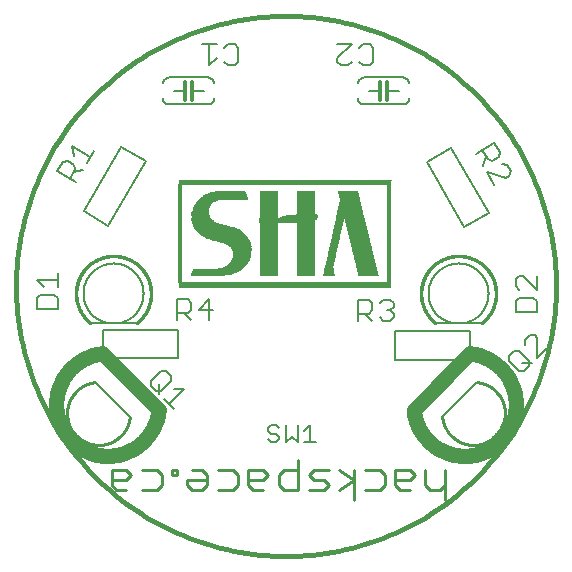
<source format=gto>
G75*
%MOIN*%
%OFA0B0*%
%FSLAX25Y25*%
%IPPOS*%
%LPD*%
%AMOC8*
5,1,8,0,0,1.08239X$1,22.5*
%
%ADD10C,0.01600*%
%ADD11C,0.01100*%
%ADD12C,0.05000*%
%ADD13C,0.00080*%
%ADD14C,0.00800*%
%ADD15C,0.00600*%
%ADD16C,0.01200*%
%ADD17C,0.00100*%
%ADD18R,0.70945X0.00079*%
%ADD19R,0.01496X0.00079*%
%ADD20R,0.01417X0.00079*%
%ADD21R,0.01339X0.00079*%
%ADD22R,0.06535X0.00079*%
%ADD23R,0.06299X0.00079*%
%ADD24R,0.09370X0.00079*%
%ADD25R,0.00079X0.00079*%
%ADD26R,0.10551X0.00079*%
%ADD27R,0.06457X0.00079*%
%ADD28R,0.11024X0.00079*%
%ADD29R,0.11339X0.00079*%
%ADD30R,0.11732X0.00079*%
%ADD31R,0.11969X0.00079*%
%ADD32R,0.12205X0.00079*%
%ADD33R,0.12520X0.00079*%
%ADD34R,0.12756X0.00079*%
%ADD35R,0.12992X0.00079*%
%ADD36R,0.13150X0.00079*%
%ADD37R,0.13386X0.00079*%
%ADD38R,0.13543X0.00079*%
%ADD39R,0.13701X0.00079*%
%ADD40R,0.13937X0.00079*%
%ADD41R,0.14094X0.00079*%
%ADD42R,0.14252X0.00079*%
%ADD43R,0.14409X0.00079*%
%ADD44R,0.14488X0.00079*%
%ADD45R,0.14646X0.00079*%
%ADD46R,0.14882X0.00079*%
%ADD47R,0.14961X0.00079*%
%ADD48R,0.15039X0.00079*%
%ADD49R,0.15197X0.00079*%
%ADD50R,0.15354X0.00079*%
%ADD51R,0.15512X0.00079*%
%ADD52R,0.15591X0.00079*%
%ADD53R,0.15748X0.00079*%
%ADD54R,0.15906X0.00079*%
%ADD55R,0.15984X0.00079*%
%ADD56R,0.16142X0.00079*%
%ADD57R,0.16220X0.00079*%
%ADD58R,0.16299X0.00079*%
%ADD59R,0.00236X0.00079*%
%ADD60R,0.07638X0.00079*%
%ADD61R,0.06614X0.00079*%
%ADD62R,0.06378X0.00079*%
%ADD63R,0.06220X0.00079*%
%ADD64R,0.06693X0.00079*%
%ADD65R,0.06063X0.00079*%
%ADD66R,0.05906X0.00079*%
%ADD67R,0.05827X0.00079*%
%ADD68R,0.06772X0.00079*%
%ADD69R,0.05669X0.00079*%
%ADD70R,0.06850X0.00079*%
%ADD71R,0.05591X0.00079*%
%ADD72R,0.06929X0.00079*%
%ADD73R,0.05512X0.00079*%
%ADD74R,0.05433X0.00079*%
%ADD75R,0.07008X0.00079*%
%ADD76R,0.07087X0.00079*%
%ADD77R,0.05354X0.00079*%
%ADD78R,0.05276X0.00079*%
%ADD79R,0.07165X0.00079*%
%ADD80R,0.07244X0.00079*%
%ADD81R,0.05197X0.00079*%
%ADD82R,0.07323X0.00079*%
%ADD83R,0.07402X0.00079*%
%ADD84R,0.05118X0.00079*%
%ADD85R,0.07480X0.00079*%
%ADD86R,0.07559X0.00079*%
%ADD87R,0.07717X0.00079*%
%ADD88R,0.07795X0.00079*%
%ADD89R,0.07874X0.00079*%
%ADD90R,0.07953X0.00079*%
%ADD91R,0.08031X0.00079*%
%ADD92R,0.08189X0.00079*%
%ADD93R,0.08346X0.00079*%
%ADD94R,0.08425X0.00079*%
%ADD95R,0.08504X0.00079*%
%ADD96R,0.08583X0.00079*%
%ADD97R,0.08661X0.00079*%
%ADD98R,0.08740X0.00079*%
%ADD99R,0.05748X0.00079*%
%ADD100R,0.08819X0.00079*%
%ADD101R,0.08898X0.00079*%
%ADD102R,0.08976X0.00079*%
%ADD103R,0.10000X0.00079*%
%ADD104R,0.09055X0.00079*%
%ADD105R,0.10630X0.00079*%
%ADD106R,0.05984X0.00079*%
%ADD107R,0.10945X0.00079*%
%ADD108R,0.11260X0.00079*%
%ADD109R,0.09134X0.00079*%
%ADD110R,0.11417X0.00079*%
%ADD111R,0.09213X0.00079*%
%ADD112R,0.11811X0.00079*%
%ADD113R,0.06142X0.00079*%
%ADD114R,0.12126X0.00079*%
%ADD115R,0.12283X0.00079*%
%ADD116R,0.02756X0.00079*%
%ADD117R,0.12441X0.00079*%
%ADD118R,0.02677X0.00079*%
%ADD119R,0.12677X0.00079*%
%ADD120R,0.19134X0.00079*%
%ADD121R,0.19055X0.00079*%
%ADD122R,0.18976X0.00079*%
%ADD123R,0.18898X0.00079*%
%ADD124R,0.18819X0.00079*%
%ADD125R,0.08110X0.00079*%
%ADD126R,0.08268X0.00079*%
%ADD127R,0.09291X0.00079*%
%ADD128R,0.09449X0.00079*%
%ADD129R,0.09843X0.00079*%
%ADD130R,0.10394X0.00079*%
%ADD131R,0.02835X0.00079*%
%ADD132R,0.11181X0.00079*%
%ADD133R,0.11496X0.00079*%
%ADD134R,0.12835X0.00079*%
%ADD135R,0.13071X0.00079*%
%ADD136R,0.13307X0.00079*%
%ADD137R,0.14016X0.00079*%
%ADD138R,0.14173X0.00079*%
%ADD139R,0.14331X0.00079*%
%ADD140R,0.14567X0.00079*%
%ADD141R,0.14724X0.00079*%
%ADD142R,0.14803X0.00079*%
%ADD143R,0.13780X0.00079*%
%ADD144R,0.13622X0.00079*%
%ADD145R,0.13228X0.00079*%
%ADD146R,0.12598X0.00079*%
%ADD147R,0.11654X0.00079*%
%ADD148R,0.11102X0.00079*%
%ADD149R,0.10157X0.00079*%
%ADD150R,0.09921X0.00079*%
%ADD151R,0.09606X0.00079*%
%ADD152R,0.02913X0.00079*%
%ADD153R,0.02992X0.00079*%
%ADD154R,0.03071X0.00079*%
%ADD155R,0.03150X0.00079*%
%ADD156R,0.16063X0.00079*%
%ADD157R,0.15827X0.00079*%
%ADD158R,0.03228X0.00079*%
%ADD159R,0.15669X0.00079*%
%ADD160R,0.03307X0.00079*%
%ADD161R,0.15433X0.00079*%
%ADD162R,0.15276X0.00079*%
%ADD163R,0.15118X0.00079*%
%ADD164R,0.03386X0.00079*%
%ADD165R,0.03465X0.00079*%
%ADD166R,0.03543X0.00079*%
%ADD167R,0.03622X0.00079*%
%ADD168R,0.13465X0.00079*%
%ADD169R,0.12913X0.00079*%
%ADD170R,0.03701X0.00079*%
%ADD171R,0.10709X0.00079*%
%ADD172R,0.03780X0.00079*%
%ADD173C,0.00000*%
%ADD174C,0.00700*%
D10*
X0004308Y0094334D02*
X0004335Y0096543D01*
X0004416Y0098750D01*
X0004552Y0100955D01*
X0004741Y0103156D01*
X0004985Y0105351D01*
X0005282Y0107540D01*
X0005633Y0109721D01*
X0006037Y0111892D01*
X0006495Y0114053D01*
X0007005Y0116202D01*
X0007568Y0118338D01*
X0008183Y0120460D01*
X0008850Y0122565D01*
X0009569Y0124654D01*
X0010339Y0126725D01*
X0011159Y0128776D01*
X0012029Y0130806D01*
X0012949Y0132814D01*
X0013918Y0134799D01*
X0014935Y0136760D01*
X0016000Y0138695D01*
X0017112Y0140603D01*
X0018271Y0142484D01*
X0019476Y0144335D01*
X0020725Y0146157D01*
X0022019Y0147947D01*
X0023357Y0149705D01*
X0024737Y0151429D01*
X0026159Y0153120D01*
X0027622Y0154774D01*
X0029126Y0156393D01*
X0030668Y0157974D01*
X0032249Y0159516D01*
X0033868Y0161020D01*
X0035522Y0162483D01*
X0037213Y0163905D01*
X0038937Y0165285D01*
X0040695Y0166623D01*
X0042485Y0167917D01*
X0044307Y0169166D01*
X0046158Y0170371D01*
X0048039Y0171530D01*
X0049947Y0172642D01*
X0051882Y0173707D01*
X0053843Y0174724D01*
X0055828Y0175693D01*
X0057836Y0176613D01*
X0059866Y0177483D01*
X0061917Y0178303D01*
X0063988Y0179073D01*
X0066077Y0179792D01*
X0068182Y0180459D01*
X0070304Y0181074D01*
X0072440Y0181637D01*
X0074589Y0182147D01*
X0076750Y0182605D01*
X0078921Y0183009D01*
X0081102Y0183360D01*
X0083291Y0183657D01*
X0085486Y0183901D01*
X0087687Y0184090D01*
X0089892Y0184226D01*
X0092099Y0184307D01*
X0094308Y0184334D01*
X0096517Y0184307D01*
X0098724Y0184226D01*
X0100929Y0184090D01*
X0103130Y0183901D01*
X0105325Y0183657D01*
X0107514Y0183360D01*
X0109695Y0183009D01*
X0111866Y0182605D01*
X0114027Y0182147D01*
X0116176Y0181637D01*
X0118312Y0181074D01*
X0120434Y0180459D01*
X0122539Y0179792D01*
X0124628Y0179073D01*
X0126699Y0178303D01*
X0128750Y0177483D01*
X0130780Y0176613D01*
X0132788Y0175693D01*
X0134773Y0174724D01*
X0136734Y0173707D01*
X0138669Y0172642D01*
X0140577Y0171530D01*
X0142458Y0170371D01*
X0144309Y0169166D01*
X0146131Y0167917D01*
X0147921Y0166623D01*
X0149679Y0165285D01*
X0151403Y0163905D01*
X0153094Y0162483D01*
X0154748Y0161020D01*
X0156367Y0159516D01*
X0157948Y0157974D01*
X0159490Y0156393D01*
X0160994Y0154774D01*
X0162457Y0153120D01*
X0163879Y0151429D01*
X0165259Y0149705D01*
X0166597Y0147947D01*
X0167891Y0146157D01*
X0169140Y0144335D01*
X0170345Y0142484D01*
X0171504Y0140603D01*
X0172616Y0138695D01*
X0173681Y0136760D01*
X0174698Y0134799D01*
X0175667Y0132814D01*
X0176587Y0130806D01*
X0177457Y0128776D01*
X0178277Y0126725D01*
X0179047Y0124654D01*
X0179766Y0122565D01*
X0180433Y0120460D01*
X0181048Y0118338D01*
X0181611Y0116202D01*
X0182121Y0114053D01*
X0182579Y0111892D01*
X0182983Y0109721D01*
X0183334Y0107540D01*
X0183631Y0105351D01*
X0183875Y0103156D01*
X0184064Y0100955D01*
X0184200Y0098750D01*
X0184281Y0096543D01*
X0184308Y0094334D01*
X0184281Y0092125D01*
X0184200Y0089918D01*
X0184064Y0087713D01*
X0183875Y0085512D01*
X0183631Y0083317D01*
X0183334Y0081128D01*
X0182983Y0078947D01*
X0182579Y0076776D01*
X0182121Y0074615D01*
X0181611Y0072466D01*
X0181048Y0070330D01*
X0180433Y0068208D01*
X0179766Y0066103D01*
X0179047Y0064014D01*
X0178277Y0061943D01*
X0177457Y0059892D01*
X0176587Y0057862D01*
X0175667Y0055854D01*
X0174698Y0053869D01*
X0173681Y0051908D01*
X0172616Y0049973D01*
X0171504Y0048065D01*
X0170345Y0046184D01*
X0169140Y0044333D01*
X0167891Y0042511D01*
X0166597Y0040721D01*
X0165259Y0038963D01*
X0163879Y0037239D01*
X0162457Y0035548D01*
X0160994Y0033894D01*
X0159490Y0032275D01*
X0157948Y0030694D01*
X0156367Y0029152D01*
X0154748Y0027648D01*
X0153094Y0026185D01*
X0151403Y0024763D01*
X0149679Y0023383D01*
X0147921Y0022045D01*
X0146131Y0020751D01*
X0144309Y0019502D01*
X0142458Y0018297D01*
X0140577Y0017138D01*
X0138669Y0016026D01*
X0136734Y0014961D01*
X0134773Y0013944D01*
X0132788Y0012975D01*
X0130780Y0012055D01*
X0128750Y0011185D01*
X0126699Y0010365D01*
X0124628Y0009595D01*
X0122539Y0008876D01*
X0120434Y0008209D01*
X0118312Y0007594D01*
X0116176Y0007031D01*
X0114027Y0006521D01*
X0111866Y0006063D01*
X0109695Y0005659D01*
X0107514Y0005308D01*
X0105325Y0005011D01*
X0103130Y0004767D01*
X0100929Y0004578D01*
X0098724Y0004442D01*
X0096517Y0004361D01*
X0094308Y0004334D01*
X0092099Y0004361D01*
X0089892Y0004442D01*
X0087687Y0004578D01*
X0085486Y0004767D01*
X0083291Y0005011D01*
X0081102Y0005308D01*
X0078921Y0005659D01*
X0076750Y0006063D01*
X0074589Y0006521D01*
X0072440Y0007031D01*
X0070304Y0007594D01*
X0068182Y0008209D01*
X0066077Y0008876D01*
X0063988Y0009595D01*
X0061917Y0010365D01*
X0059866Y0011185D01*
X0057836Y0012055D01*
X0055828Y0012975D01*
X0053843Y0013944D01*
X0051882Y0014961D01*
X0049947Y0016026D01*
X0048039Y0017138D01*
X0046158Y0018297D01*
X0044307Y0019502D01*
X0042485Y0020751D01*
X0040695Y0022045D01*
X0038937Y0023383D01*
X0037213Y0024763D01*
X0035522Y0026185D01*
X0033868Y0027648D01*
X0032249Y0029152D01*
X0030668Y0030694D01*
X0029126Y0032275D01*
X0027622Y0033894D01*
X0026159Y0035548D01*
X0024737Y0037239D01*
X0023357Y0038963D01*
X0022019Y0040721D01*
X0020725Y0042511D01*
X0019476Y0044333D01*
X0018271Y0046184D01*
X0017112Y0048065D01*
X0016000Y0049973D01*
X0014935Y0051908D01*
X0013918Y0053869D01*
X0012949Y0055854D01*
X0012029Y0057862D01*
X0011159Y0059892D01*
X0010339Y0061943D01*
X0009569Y0064014D01*
X0008850Y0066103D01*
X0008183Y0068208D01*
X0007568Y0070330D01*
X0007005Y0072466D01*
X0006495Y0074615D01*
X0006037Y0076776D01*
X0005633Y0078947D01*
X0005282Y0081128D01*
X0004985Y0083317D01*
X0004741Y0085512D01*
X0004552Y0087713D01*
X0004416Y0089918D01*
X0004335Y0092125D01*
X0004308Y0094334D01*
D11*
X0036136Y0033034D02*
X0036136Y0028080D01*
X0037787Y0026428D01*
X0041090Y0026428D01*
X0041090Y0029731D02*
X0036136Y0029731D01*
X0036136Y0033034D02*
X0041090Y0033034D01*
X0042741Y0031382D01*
X0041090Y0029731D01*
X0046264Y0033034D02*
X0051219Y0033034D01*
X0052870Y0031382D01*
X0052870Y0028080D01*
X0051219Y0026428D01*
X0046264Y0026428D01*
X0056283Y0031382D02*
X0056283Y0033034D01*
X0057934Y0033034D01*
X0057934Y0031382D01*
X0056283Y0031382D01*
X0061457Y0029731D02*
X0061457Y0028080D01*
X0063109Y0026428D01*
X0066412Y0026428D01*
X0068063Y0028080D01*
X0068063Y0031382D01*
X0066412Y0033034D01*
X0063109Y0033034D01*
X0061457Y0029731D02*
X0068063Y0029731D01*
X0071586Y0026428D02*
X0076540Y0026428D01*
X0078192Y0028080D01*
X0078192Y0031382D01*
X0076540Y0033034D01*
X0071586Y0033034D01*
X0081715Y0033034D02*
X0081715Y0028080D01*
X0083366Y0026428D01*
X0086669Y0026428D01*
X0086669Y0029731D02*
X0081715Y0029731D01*
X0081715Y0033034D02*
X0086669Y0033034D01*
X0088320Y0031382D01*
X0086669Y0029731D01*
X0091843Y0028080D02*
X0091843Y0031382D01*
X0093495Y0033034D01*
X0098449Y0033034D01*
X0098449Y0036337D02*
X0098449Y0026428D01*
X0093495Y0026428D01*
X0091843Y0028080D01*
X0101972Y0026428D02*
X0106926Y0026428D01*
X0108578Y0028080D01*
X0106926Y0029731D01*
X0103623Y0029731D01*
X0101972Y0031382D01*
X0103623Y0033034D01*
X0108578Y0033034D01*
X0112064Y0033034D02*
X0117018Y0029731D01*
X0112064Y0026428D01*
X0117018Y0023125D02*
X0117018Y0033034D01*
X0120541Y0033034D02*
X0125495Y0033034D01*
X0127147Y0031382D01*
X0127147Y0028080D01*
X0125495Y0026428D01*
X0120541Y0026428D01*
X0130670Y0028080D02*
X0130670Y0033034D01*
X0135624Y0033034D01*
X0137275Y0031382D01*
X0135624Y0029731D01*
X0130670Y0029731D01*
X0130670Y0028080D02*
X0132321Y0026428D01*
X0135624Y0026428D01*
X0140798Y0028080D02*
X0140798Y0033034D01*
X0140798Y0028080D02*
X0142450Y0026428D01*
X0145753Y0026428D01*
X0147404Y0028080D01*
X0147404Y0033034D02*
X0147404Y0023125D01*
D12*
X0136808Y0053084D02*
X0155558Y0071834D01*
X0155975Y0071786D01*
X0156389Y0071728D01*
X0156803Y0071660D01*
X0157214Y0071582D01*
X0157624Y0071494D01*
X0158031Y0071395D01*
X0158436Y0071287D01*
X0158837Y0071169D01*
X0159236Y0071041D01*
X0159632Y0070903D01*
X0160024Y0070756D01*
X0160413Y0070599D01*
X0160797Y0070433D01*
X0161177Y0070257D01*
X0161553Y0070072D01*
X0161924Y0069878D01*
X0162291Y0069675D01*
X0162652Y0069463D01*
X0163008Y0069242D01*
X0163358Y0069012D01*
X0163703Y0068774D01*
X0164042Y0068528D01*
X0164374Y0068273D01*
X0164700Y0068011D01*
X0165020Y0067740D01*
X0165333Y0067462D01*
X0165639Y0067176D01*
X0165938Y0066882D01*
X0166230Y0066582D01*
X0166514Y0066274D01*
X0166791Y0065960D01*
X0167060Y0065638D01*
X0167321Y0065311D01*
X0167574Y0064977D01*
X0167818Y0064637D01*
X0168054Y0064291D01*
X0168282Y0063939D01*
X0168501Y0063582D01*
X0168711Y0063219D01*
X0168912Y0062852D01*
X0169104Y0062480D01*
X0169287Y0062103D01*
X0169461Y0061722D01*
X0169625Y0061336D01*
X0169780Y0060947D01*
X0169925Y0060554D01*
X0170060Y0060158D01*
X0170186Y0059758D01*
X0170302Y0059356D01*
X0170408Y0058951D01*
X0170504Y0058543D01*
X0170590Y0058133D01*
X0170666Y0057721D01*
X0170732Y0057307D01*
X0170788Y0056892D01*
X0170833Y0056476D01*
X0170869Y0056058D01*
X0170894Y0055640D01*
X0170908Y0055222D01*
X0170913Y0054803D01*
X0170907Y0054384D01*
X0170891Y0053965D01*
X0170865Y0053547D01*
X0170829Y0053130D01*
X0170782Y0052714D01*
X0170725Y0052299D01*
X0170658Y0051885D01*
X0170581Y0051473D01*
X0170494Y0051064D01*
X0170397Y0050656D01*
X0170290Y0050251D01*
X0170173Y0049849D01*
X0170046Y0049450D01*
X0169909Y0049054D01*
X0169763Y0048661D01*
X0169607Y0048273D01*
X0169442Y0047888D01*
X0169267Y0047507D01*
X0169083Y0047131D01*
X0168890Y0046759D01*
X0168688Y0046392D01*
X0168477Y0046030D01*
X0168257Y0045674D01*
X0168028Y0045323D01*
X0167791Y0044977D01*
X0167546Y0044638D01*
X0167292Y0044305D01*
X0167030Y0043978D01*
X0166761Y0043657D01*
X0166483Y0043343D01*
X0166198Y0043036D01*
X0165905Y0042737D01*
X0165606Y0042444D01*
X0165299Y0042159D01*
X0164985Y0041881D01*
X0164664Y0041612D01*
X0164337Y0041350D01*
X0164004Y0041096D01*
X0163665Y0040851D01*
X0163319Y0040614D01*
X0162968Y0040385D01*
X0162612Y0040165D01*
X0162250Y0039954D01*
X0161883Y0039752D01*
X0161511Y0039559D01*
X0161135Y0039375D01*
X0160754Y0039200D01*
X0160369Y0039035D01*
X0159981Y0038879D01*
X0159588Y0038733D01*
X0159192Y0038596D01*
X0158793Y0038469D01*
X0158391Y0038352D01*
X0157986Y0038245D01*
X0157578Y0038148D01*
X0157169Y0038061D01*
X0156757Y0037984D01*
X0156343Y0037917D01*
X0155928Y0037860D01*
X0155512Y0037813D01*
X0155095Y0037777D01*
X0154677Y0037751D01*
X0154258Y0037735D01*
X0153839Y0037729D01*
X0153420Y0037734D01*
X0153002Y0037748D01*
X0152584Y0037773D01*
X0152166Y0037809D01*
X0151750Y0037854D01*
X0151335Y0037910D01*
X0150921Y0037976D01*
X0150509Y0038052D01*
X0150099Y0038138D01*
X0149691Y0038234D01*
X0149286Y0038340D01*
X0148884Y0038456D01*
X0148484Y0038582D01*
X0148088Y0038717D01*
X0147695Y0038862D01*
X0147306Y0039017D01*
X0146920Y0039181D01*
X0146539Y0039355D01*
X0146162Y0039538D01*
X0145790Y0039730D01*
X0145423Y0039931D01*
X0145060Y0040141D01*
X0144703Y0040360D01*
X0144351Y0040588D01*
X0144005Y0040824D01*
X0143665Y0041068D01*
X0143331Y0041321D01*
X0143004Y0041582D01*
X0142682Y0041851D01*
X0142368Y0042128D01*
X0142060Y0042412D01*
X0141760Y0042704D01*
X0141466Y0043003D01*
X0141180Y0043309D01*
X0140902Y0043622D01*
X0140631Y0043942D01*
X0140369Y0044268D01*
X0140114Y0044600D01*
X0139868Y0044939D01*
X0139630Y0045284D01*
X0139400Y0045634D01*
X0139179Y0045990D01*
X0138967Y0046351D01*
X0138764Y0046718D01*
X0138570Y0047089D01*
X0138385Y0047465D01*
X0138209Y0047845D01*
X0138043Y0048229D01*
X0137886Y0048618D01*
X0137739Y0049010D01*
X0137601Y0049406D01*
X0137473Y0049805D01*
X0137355Y0050206D01*
X0137247Y0050611D01*
X0137148Y0051018D01*
X0137060Y0051428D01*
X0136982Y0051839D01*
X0136914Y0052253D01*
X0136856Y0052667D01*
X0136808Y0053084D01*
X0051808Y0053084D02*
X0033058Y0071834D01*
X0033059Y0071834D02*
X0032642Y0071786D01*
X0032228Y0071728D01*
X0031814Y0071660D01*
X0031403Y0071582D01*
X0030993Y0071494D01*
X0030586Y0071395D01*
X0030181Y0071287D01*
X0029780Y0071169D01*
X0029381Y0071041D01*
X0028985Y0070903D01*
X0028593Y0070756D01*
X0028204Y0070599D01*
X0027820Y0070433D01*
X0027440Y0070257D01*
X0027064Y0070072D01*
X0026693Y0069878D01*
X0026326Y0069675D01*
X0025965Y0069463D01*
X0025609Y0069242D01*
X0025259Y0069012D01*
X0024914Y0068774D01*
X0024575Y0068528D01*
X0024243Y0068273D01*
X0023917Y0068011D01*
X0023597Y0067740D01*
X0023284Y0067462D01*
X0022978Y0067176D01*
X0022679Y0066882D01*
X0022387Y0066582D01*
X0022103Y0066274D01*
X0021826Y0065960D01*
X0021557Y0065638D01*
X0021296Y0065311D01*
X0021043Y0064977D01*
X0020799Y0064637D01*
X0020563Y0064291D01*
X0020335Y0063939D01*
X0020116Y0063582D01*
X0019906Y0063219D01*
X0019705Y0062852D01*
X0019513Y0062480D01*
X0019330Y0062103D01*
X0019156Y0061722D01*
X0018992Y0061336D01*
X0018837Y0060947D01*
X0018692Y0060554D01*
X0018557Y0060158D01*
X0018431Y0059758D01*
X0018315Y0059356D01*
X0018209Y0058951D01*
X0018113Y0058543D01*
X0018027Y0058133D01*
X0017951Y0057721D01*
X0017885Y0057307D01*
X0017829Y0056892D01*
X0017784Y0056476D01*
X0017748Y0056058D01*
X0017723Y0055640D01*
X0017709Y0055222D01*
X0017704Y0054803D01*
X0017710Y0054384D01*
X0017726Y0053965D01*
X0017752Y0053547D01*
X0017788Y0053130D01*
X0017835Y0052714D01*
X0017892Y0052299D01*
X0017959Y0051885D01*
X0018036Y0051473D01*
X0018123Y0051064D01*
X0018220Y0050656D01*
X0018327Y0050251D01*
X0018444Y0049849D01*
X0018571Y0049450D01*
X0018708Y0049054D01*
X0018854Y0048661D01*
X0019010Y0048273D01*
X0019175Y0047888D01*
X0019350Y0047507D01*
X0019534Y0047131D01*
X0019727Y0046759D01*
X0019929Y0046392D01*
X0020140Y0046030D01*
X0020360Y0045674D01*
X0020589Y0045323D01*
X0020826Y0044977D01*
X0021071Y0044638D01*
X0021325Y0044305D01*
X0021587Y0043978D01*
X0021856Y0043657D01*
X0022134Y0043343D01*
X0022419Y0043036D01*
X0022712Y0042737D01*
X0023011Y0042444D01*
X0023318Y0042159D01*
X0023632Y0041881D01*
X0023953Y0041612D01*
X0024280Y0041350D01*
X0024613Y0041096D01*
X0024952Y0040851D01*
X0025298Y0040614D01*
X0025649Y0040385D01*
X0026005Y0040165D01*
X0026367Y0039954D01*
X0026734Y0039752D01*
X0027106Y0039559D01*
X0027482Y0039375D01*
X0027863Y0039200D01*
X0028248Y0039035D01*
X0028636Y0038879D01*
X0029029Y0038733D01*
X0029425Y0038596D01*
X0029824Y0038469D01*
X0030226Y0038352D01*
X0030631Y0038245D01*
X0031039Y0038148D01*
X0031448Y0038061D01*
X0031860Y0037984D01*
X0032274Y0037917D01*
X0032689Y0037860D01*
X0033105Y0037813D01*
X0033522Y0037777D01*
X0033940Y0037751D01*
X0034359Y0037735D01*
X0034778Y0037729D01*
X0035197Y0037734D01*
X0035615Y0037748D01*
X0036033Y0037773D01*
X0036451Y0037809D01*
X0036867Y0037854D01*
X0037282Y0037910D01*
X0037696Y0037976D01*
X0038108Y0038052D01*
X0038518Y0038138D01*
X0038926Y0038234D01*
X0039331Y0038340D01*
X0039733Y0038456D01*
X0040133Y0038582D01*
X0040529Y0038717D01*
X0040922Y0038862D01*
X0041311Y0039017D01*
X0041697Y0039181D01*
X0042078Y0039355D01*
X0042455Y0039538D01*
X0042827Y0039730D01*
X0043194Y0039931D01*
X0043557Y0040141D01*
X0043914Y0040360D01*
X0044266Y0040588D01*
X0044612Y0040824D01*
X0044952Y0041068D01*
X0045286Y0041321D01*
X0045613Y0041582D01*
X0045935Y0041851D01*
X0046249Y0042128D01*
X0046557Y0042412D01*
X0046857Y0042704D01*
X0047151Y0043003D01*
X0047437Y0043309D01*
X0047715Y0043622D01*
X0047986Y0043942D01*
X0048248Y0044268D01*
X0048503Y0044600D01*
X0048749Y0044939D01*
X0048987Y0045284D01*
X0049217Y0045634D01*
X0049438Y0045990D01*
X0049650Y0046351D01*
X0049853Y0046718D01*
X0050047Y0047089D01*
X0050232Y0047465D01*
X0050408Y0047845D01*
X0050574Y0048229D01*
X0050731Y0048618D01*
X0050878Y0049010D01*
X0051016Y0049406D01*
X0051144Y0049805D01*
X0051262Y0050206D01*
X0051370Y0050611D01*
X0051469Y0051018D01*
X0051557Y0051428D01*
X0051635Y0051839D01*
X0051703Y0052253D01*
X0051761Y0052667D01*
X0051809Y0053084D01*
D13*
X0030492Y0062613D02*
X0030576Y0061898D01*
X0030576Y0061899D02*
X0030330Y0061866D01*
X0030086Y0061827D01*
X0029842Y0061782D01*
X0029599Y0061731D01*
X0029358Y0061674D01*
X0029118Y0061611D01*
X0028880Y0061542D01*
X0028644Y0061468D01*
X0028409Y0061387D01*
X0028177Y0061301D01*
X0027946Y0061210D01*
X0027718Y0061113D01*
X0027493Y0061010D01*
X0027270Y0060902D01*
X0027049Y0060788D01*
X0026832Y0060669D01*
X0026618Y0060545D01*
X0026406Y0060415D01*
X0026198Y0060281D01*
X0025993Y0060141D01*
X0025792Y0059996D01*
X0025594Y0059847D01*
X0025400Y0059693D01*
X0025210Y0059534D01*
X0025024Y0059370D01*
X0024842Y0059202D01*
X0024664Y0059030D01*
X0024490Y0058853D01*
X0024320Y0058672D01*
X0024156Y0058487D01*
X0023995Y0058298D01*
X0023840Y0058105D01*
X0023689Y0057908D01*
X0023543Y0057708D01*
X0023402Y0057504D01*
X0023265Y0057297D01*
X0023134Y0057087D01*
X0023009Y0056873D01*
X0022888Y0056656D01*
X0022773Y0056437D01*
X0022663Y0056215D01*
X0022559Y0055990D01*
X0022460Y0055763D01*
X0022367Y0055533D01*
X0022279Y0055301D01*
X0022197Y0055067D01*
X0022121Y0054831D01*
X0022051Y0054594D01*
X0021986Y0054354D01*
X0021928Y0054113D01*
X0021875Y0053871D01*
X0021828Y0053628D01*
X0021787Y0053383D01*
X0021752Y0053138D01*
X0021723Y0052892D01*
X0021700Y0052645D01*
X0021684Y0052398D01*
X0021673Y0052150D01*
X0021668Y0051902D01*
X0021670Y0051654D01*
X0021677Y0051407D01*
X0021690Y0051159D01*
X0021710Y0050912D01*
X0021736Y0050665D01*
X0021767Y0050420D01*
X0021805Y0050175D01*
X0021848Y0049931D01*
X0021898Y0049688D01*
X0021953Y0049446D01*
X0022014Y0049206D01*
X0022082Y0048967D01*
X0022155Y0048730D01*
X0022233Y0048495D01*
X0022318Y0048262D01*
X0022408Y0048032D01*
X0022504Y0047803D01*
X0022605Y0047577D01*
X0022712Y0047353D01*
X0022824Y0047132D01*
X0022188Y0046796D01*
X0022187Y0046796D01*
X0022067Y0047032D01*
X0021953Y0047272D01*
X0021844Y0047514D01*
X0021741Y0047759D01*
X0021645Y0048006D01*
X0021554Y0048256D01*
X0021470Y0048508D01*
X0021392Y0048762D01*
X0021320Y0049017D01*
X0021254Y0049274D01*
X0021194Y0049533D01*
X0021141Y0049793D01*
X0021095Y0050055D01*
X0021054Y0050317D01*
X0021021Y0050581D01*
X0020993Y0050845D01*
X0020972Y0051110D01*
X0020958Y0051375D01*
X0020950Y0051640D01*
X0020948Y0051906D01*
X0020953Y0052171D01*
X0020965Y0052436D01*
X0020983Y0052701D01*
X0021007Y0052966D01*
X0021038Y0053230D01*
X0021075Y0053492D01*
X0021119Y0053754D01*
X0021169Y0054015D01*
X0021226Y0054275D01*
X0021289Y0054533D01*
X0021358Y0054789D01*
X0021433Y0055044D01*
X0021515Y0055296D01*
X0021602Y0055547D01*
X0021696Y0055795D01*
X0021796Y0056041D01*
X0021902Y0056285D01*
X0022014Y0056526D01*
X0022131Y0056764D01*
X0022255Y0056999D01*
X0022384Y0057231D01*
X0022519Y0057460D01*
X0022659Y0057685D01*
X0022805Y0057907D01*
X0022956Y0058125D01*
X0023112Y0058340D01*
X0023274Y0058551D01*
X0023441Y0058757D01*
X0023613Y0058960D01*
X0023789Y0059158D01*
X0023971Y0059352D01*
X0024157Y0059541D01*
X0024348Y0059726D01*
X0024543Y0059906D01*
X0024742Y0060081D01*
X0024946Y0060251D01*
X0025154Y0060417D01*
X0025366Y0060577D01*
X0025581Y0060732D01*
X0025801Y0060881D01*
X0026024Y0061025D01*
X0026250Y0061164D01*
X0026480Y0061297D01*
X0026713Y0061425D01*
X0026949Y0061546D01*
X0027188Y0061662D01*
X0027430Y0061772D01*
X0027674Y0061876D01*
X0027921Y0061974D01*
X0028170Y0062066D01*
X0028421Y0062152D01*
X0028674Y0062232D01*
X0028930Y0062306D01*
X0029186Y0062373D01*
X0029445Y0062434D01*
X0029705Y0062488D01*
X0029966Y0062537D01*
X0030228Y0062578D01*
X0030491Y0062614D01*
X0030500Y0062539D01*
X0030239Y0062504D01*
X0029978Y0062463D01*
X0029719Y0062415D01*
X0029461Y0062361D01*
X0029204Y0062300D01*
X0028949Y0062233D01*
X0028696Y0062160D01*
X0028444Y0062081D01*
X0028195Y0061996D01*
X0027947Y0061904D01*
X0027702Y0061807D01*
X0027460Y0061704D01*
X0027220Y0061594D01*
X0026982Y0061479D01*
X0026748Y0061358D01*
X0026517Y0061232D01*
X0026289Y0061100D01*
X0026064Y0060962D01*
X0025842Y0060819D01*
X0025624Y0060670D01*
X0025410Y0060516D01*
X0025200Y0060357D01*
X0024993Y0060193D01*
X0024791Y0060024D01*
X0024593Y0059850D01*
X0024399Y0059671D01*
X0024210Y0059488D01*
X0024025Y0059300D01*
X0023845Y0059107D01*
X0023669Y0058910D01*
X0023499Y0058709D01*
X0023333Y0058504D01*
X0023172Y0058295D01*
X0023017Y0058082D01*
X0022867Y0057865D01*
X0022722Y0057645D01*
X0022583Y0057421D01*
X0022449Y0057194D01*
X0022321Y0056963D01*
X0022198Y0056730D01*
X0022081Y0056493D01*
X0021970Y0056254D01*
X0021865Y0056012D01*
X0021766Y0055768D01*
X0021673Y0055521D01*
X0021586Y0055272D01*
X0021505Y0055021D01*
X0021430Y0054769D01*
X0021361Y0054514D01*
X0021299Y0054258D01*
X0021243Y0054000D01*
X0021193Y0053741D01*
X0021150Y0053481D01*
X0021112Y0053220D01*
X0021082Y0052958D01*
X0021057Y0052695D01*
X0021040Y0052432D01*
X0021028Y0052169D01*
X0021023Y0051905D01*
X0021025Y0051642D01*
X0021033Y0051378D01*
X0021047Y0051115D01*
X0021068Y0050852D01*
X0021095Y0050590D01*
X0021129Y0050328D01*
X0021169Y0050067D01*
X0021215Y0049808D01*
X0021268Y0049549D01*
X0021327Y0049292D01*
X0021392Y0049037D01*
X0021464Y0048783D01*
X0021541Y0048531D01*
X0021625Y0048281D01*
X0021715Y0048033D01*
X0021811Y0047788D01*
X0021913Y0047544D01*
X0022021Y0047304D01*
X0022134Y0047066D01*
X0022254Y0046831D01*
X0022320Y0046866D01*
X0022201Y0047099D01*
X0022089Y0047335D01*
X0021982Y0047574D01*
X0021880Y0047816D01*
X0021785Y0048060D01*
X0021696Y0048306D01*
X0021613Y0048554D01*
X0021535Y0048804D01*
X0021464Y0049057D01*
X0021400Y0049310D01*
X0021341Y0049565D01*
X0021289Y0049822D01*
X0021243Y0050080D01*
X0021203Y0050339D01*
X0021170Y0050598D01*
X0021142Y0050859D01*
X0021122Y0051120D01*
X0021108Y0051381D01*
X0021100Y0051643D01*
X0021098Y0051905D01*
X0021103Y0052167D01*
X0021115Y0052428D01*
X0021132Y0052690D01*
X0021156Y0052950D01*
X0021187Y0053210D01*
X0021224Y0053470D01*
X0021267Y0053728D01*
X0021316Y0053985D01*
X0021372Y0054241D01*
X0021434Y0054495D01*
X0021502Y0054748D01*
X0021576Y0054999D01*
X0021657Y0055249D01*
X0021743Y0055496D01*
X0021836Y0055741D01*
X0021934Y0055983D01*
X0022039Y0056223D01*
X0022149Y0056461D01*
X0022265Y0056696D01*
X0022387Y0056928D01*
X0022514Y0057156D01*
X0022647Y0057382D01*
X0022785Y0057604D01*
X0022929Y0057823D01*
X0023078Y0058038D01*
X0023233Y0058250D01*
X0023392Y0058458D01*
X0023556Y0058662D01*
X0023726Y0058861D01*
X0023900Y0059057D01*
X0024079Y0059248D01*
X0024262Y0059435D01*
X0024451Y0059617D01*
X0024643Y0059794D01*
X0024840Y0059967D01*
X0025041Y0060135D01*
X0025246Y0060298D01*
X0025455Y0060456D01*
X0025667Y0060609D01*
X0025884Y0060756D01*
X0026104Y0060898D01*
X0026327Y0061035D01*
X0026553Y0061166D01*
X0026783Y0061292D01*
X0027016Y0061412D01*
X0027251Y0061526D01*
X0027490Y0061635D01*
X0027731Y0061738D01*
X0027974Y0061834D01*
X0028220Y0061925D01*
X0028467Y0062010D01*
X0028717Y0062088D01*
X0028969Y0062161D01*
X0029222Y0062227D01*
X0029477Y0062287D01*
X0029733Y0062341D01*
X0029991Y0062389D01*
X0030249Y0062430D01*
X0030509Y0062465D01*
X0030518Y0062390D01*
X0030260Y0062356D01*
X0030003Y0062315D01*
X0029748Y0062267D01*
X0029493Y0062214D01*
X0029240Y0062154D01*
X0028988Y0062088D01*
X0028739Y0062016D01*
X0028491Y0061938D01*
X0028245Y0061854D01*
X0028001Y0061764D01*
X0027759Y0061668D01*
X0027520Y0061566D01*
X0027283Y0061458D01*
X0027049Y0061345D01*
X0026818Y0061226D01*
X0026590Y0061101D01*
X0026365Y0060971D01*
X0026143Y0060835D01*
X0025925Y0060694D01*
X0025710Y0060547D01*
X0025499Y0060395D01*
X0025292Y0060239D01*
X0025088Y0060077D01*
X0024889Y0059910D01*
X0024693Y0059739D01*
X0024502Y0059562D01*
X0024315Y0059381D01*
X0024133Y0059196D01*
X0023955Y0059006D01*
X0023782Y0058812D01*
X0023614Y0058614D01*
X0023451Y0058411D01*
X0023293Y0058205D01*
X0023139Y0057995D01*
X0022991Y0057781D01*
X0022849Y0057564D01*
X0022711Y0057343D01*
X0022579Y0057119D01*
X0022453Y0056892D01*
X0022332Y0056662D01*
X0022217Y0056429D01*
X0022107Y0056193D01*
X0022004Y0055954D01*
X0021906Y0055713D01*
X0021814Y0055470D01*
X0021728Y0055225D01*
X0021648Y0054977D01*
X0021574Y0054728D01*
X0021507Y0054477D01*
X0021445Y0054224D01*
X0021390Y0053970D01*
X0021341Y0053715D01*
X0021298Y0053458D01*
X0021261Y0053201D01*
X0021231Y0052943D01*
X0021207Y0052684D01*
X0021189Y0052424D01*
X0021178Y0052165D01*
X0021173Y0051905D01*
X0021175Y0051645D01*
X0021182Y0051385D01*
X0021197Y0051125D01*
X0021217Y0050866D01*
X0021244Y0050607D01*
X0021277Y0050349D01*
X0021317Y0050092D01*
X0021362Y0049836D01*
X0021414Y0049582D01*
X0021472Y0049328D01*
X0021537Y0049076D01*
X0021607Y0048826D01*
X0021684Y0048577D01*
X0021767Y0048331D01*
X0021855Y0048086D01*
X0021950Y0047844D01*
X0022050Y0047604D01*
X0022157Y0047367D01*
X0022269Y0047133D01*
X0022386Y0046901D01*
X0022453Y0046936D01*
X0022336Y0047166D01*
X0022224Y0047399D01*
X0022119Y0047635D01*
X0022019Y0047873D01*
X0021925Y0048113D01*
X0021837Y0048356D01*
X0021755Y0048601D01*
X0021679Y0048847D01*
X0021609Y0049096D01*
X0021545Y0049346D01*
X0021488Y0049598D01*
X0021436Y0049851D01*
X0021391Y0050105D01*
X0021351Y0050360D01*
X0021318Y0050616D01*
X0021292Y0050873D01*
X0021271Y0051130D01*
X0021257Y0051388D01*
X0021250Y0051646D01*
X0021248Y0051904D01*
X0021253Y0052162D01*
X0021264Y0052420D01*
X0021282Y0052678D01*
X0021306Y0052935D01*
X0021336Y0053191D01*
X0021372Y0053447D01*
X0021414Y0053702D01*
X0021463Y0053955D01*
X0021518Y0054207D01*
X0021579Y0054458D01*
X0021646Y0054708D01*
X0021720Y0054955D01*
X0021799Y0055201D01*
X0021884Y0055444D01*
X0021976Y0055686D01*
X0022073Y0055925D01*
X0022176Y0056162D01*
X0022284Y0056396D01*
X0022399Y0056628D01*
X0022519Y0056856D01*
X0022644Y0057082D01*
X0022775Y0057304D01*
X0022912Y0057523D01*
X0023053Y0057739D01*
X0023200Y0057951D01*
X0023353Y0058160D01*
X0023510Y0058365D01*
X0023672Y0058566D01*
X0023839Y0058763D01*
X0024011Y0058955D01*
X0024187Y0059144D01*
X0024368Y0059328D01*
X0024553Y0059508D01*
X0024743Y0059683D01*
X0024937Y0059853D01*
X0025135Y0060019D01*
X0025337Y0060179D01*
X0025543Y0060335D01*
X0025753Y0060486D01*
X0025966Y0060631D01*
X0026183Y0060771D01*
X0026403Y0060906D01*
X0026627Y0061036D01*
X0026853Y0061159D01*
X0027083Y0061278D01*
X0027315Y0061390D01*
X0027550Y0061497D01*
X0027787Y0061599D01*
X0028027Y0061694D01*
X0028270Y0061784D01*
X0028514Y0061867D01*
X0028760Y0061945D01*
X0029008Y0062016D01*
X0029258Y0062081D01*
X0029509Y0062141D01*
X0029762Y0062194D01*
X0030016Y0062241D01*
X0030271Y0062281D01*
X0030527Y0062316D01*
X0030535Y0062241D01*
X0030281Y0062207D01*
X0030028Y0062167D01*
X0029776Y0062120D01*
X0029525Y0062067D01*
X0029276Y0062009D01*
X0029028Y0061944D01*
X0028781Y0061873D01*
X0028537Y0061796D01*
X0028294Y0061713D01*
X0028054Y0061624D01*
X0027816Y0061529D01*
X0027580Y0061429D01*
X0027347Y0061323D01*
X0027116Y0061211D01*
X0026888Y0061093D01*
X0026663Y0060970D01*
X0026442Y0060842D01*
X0026223Y0060708D01*
X0026008Y0060569D01*
X0025796Y0060424D01*
X0025588Y0060275D01*
X0025383Y0060120D01*
X0025183Y0059960D01*
X0024986Y0059796D01*
X0024793Y0059627D01*
X0024605Y0059453D01*
X0024421Y0059275D01*
X0024241Y0059092D01*
X0024066Y0058905D01*
X0023895Y0058713D01*
X0023730Y0058518D01*
X0023569Y0058318D01*
X0023413Y0058115D01*
X0023262Y0057908D01*
X0023116Y0057697D01*
X0022975Y0057483D01*
X0022839Y0057265D01*
X0022709Y0057045D01*
X0022585Y0056821D01*
X0022466Y0056594D01*
X0022352Y0056364D01*
X0022244Y0056131D01*
X0022142Y0055896D01*
X0022045Y0055659D01*
X0021955Y0055419D01*
X0021870Y0055177D01*
X0021791Y0054933D01*
X0021719Y0054687D01*
X0021652Y0054440D01*
X0021591Y0054191D01*
X0021537Y0053940D01*
X0021488Y0053688D01*
X0021446Y0053436D01*
X0021410Y0053182D01*
X0021380Y0052927D01*
X0021357Y0052672D01*
X0021339Y0052416D01*
X0021328Y0052160D01*
X0021323Y0051904D01*
X0021325Y0051648D01*
X0021332Y0051391D01*
X0021346Y0051135D01*
X0021367Y0050880D01*
X0021393Y0050625D01*
X0021426Y0050371D01*
X0021465Y0050117D01*
X0021510Y0049865D01*
X0021561Y0049614D01*
X0021618Y0049364D01*
X0021682Y0049116D01*
X0021751Y0048869D01*
X0021827Y0048624D01*
X0021908Y0048381D01*
X0021995Y0048140D01*
X0022089Y0047901D01*
X0022188Y0047665D01*
X0022292Y0047431D01*
X0022403Y0047199D01*
X0022519Y0046971D01*
X0022585Y0047006D01*
X0022470Y0047233D01*
X0022360Y0047462D01*
X0022256Y0047695D01*
X0022158Y0047929D01*
X0022065Y0048166D01*
X0021979Y0048406D01*
X0021898Y0048647D01*
X0021823Y0048890D01*
X0021754Y0049135D01*
X0021691Y0049382D01*
X0021634Y0049630D01*
X0021583Y0049879D01*
X0021538Y0050130D01*
X0021500Y0050381D01*
X0021467Y0050634D01*
X0021441Y0050887D01*
X0021421Y0051141D01*
X0021407Y0051395D01*
X0021400Y0051649D01*
X0021398Y0051903D01*
X0021403Y0052158D01*
X0021414Y0052412D01*
X0021431Y0052666D01*
X0021455Y0052920D01*
X0021484Y0053172D01*
X0021520Y0053424D01*
X0021562Y0053675D01*
X0021610Y0053925D01*
X0021664Y0054174D01*
X0021725Y0054421D01*
X0021791Y0054667D01*
X0021863Y0054911D01*
X0021941Y0055153D01*
X0022025Y0055393D01*
X0022115Y0055631D01*
X0022211Y0055867D01*
X0022312Y0056101D01*
X0022420Y0056331D01*
X0022532Y0056560D01*
X0022651Y0056785D01*
X0022774Y0057007D01*
X0022904Y0057227D01*
X0023038Y0057443D01*
X0023178Y0057655D01*
X0023323Y0057865D01*
X0023473Y0058070D01*
X0023628Y0058272D01*
X0023787Y0058470D01*
X0023952Y0058664D01*
X0024121Y0058854D01*
X0024295Y0059040D01*
X0024474Y0059221D01*
X0024656Y0059399D01*
X0024843Y0059571D01*
X0025035Y0059739D01*
X0025230Y0059902D01*
X0025429Y0060061D01*
X0025632Y0060214D01*
X0025839Y0060363D01*
X0026049Y0060506D01*
X0026263Y0060644D01*
X0026480Y0060777D01*
X0026700Y0060905D01*
X0026923Y0061027D01*
X0027149Y0061143D01*
X0027378Y0061255D01*
X0027610Y0061360D01*
X0027844Y0061460D01*
X0028081Y0061554D01*
X0028319Y0061642D01*
X0028560Y0061724D01*
X0028803Y0061801D01*
X0029047Y0061871D01*
X0029294Y0061936D01*
X0029541Y0061994D01*
X0029790Y0062047D01*
X0030041Y0062093D01*
X0030292Y0062133D01*
X0030544Y0062167D01*
X0030553Y0062093D01*
X0030303Y0062059D01*
X0030053Y0062019D01*
X0029805Y0061973D01*
X0029557Y0061921D01*
X0029312Y0061863D01*
X0029067Y0061799D01*
X0028824Y0061729D01*
X0028583Y0061653D01*
X0028344Y0061571D01*
X0028107Y0061484D01*
X0027873Y0061390D01*
X0027640Y0061291D01*
X0027410Y0061187D01*
X0027183Y0061076D01*
X0026958Y0060960D01*
X0026737Y0060839D01*
X0026518Y0060713D01*
X0026303Y0060581D01*
X0026090Y0060443D01*
X0025882Y0060301D01*
X0025677Y0060154D01*
X0025475Y0060001D01*
X0025277Y0059844D01*
X0025083Y0059682D01*
X0024894Y0059515D01*
X0024708Y0059344D01*
X0024526Y0059168D01*
X0024349Y0058988D01*
X0024177Y0058804D01*
X0024009Y0058615D01*
X0023845Y0058422D01*
X0023686Y0058226D01*
X0023533Y0058025D01*
X0023384Y0057821D01*
X0023240Y0057613D01*
X0023101Y0057402D01*
X0022968Y0057188D01*
X0022839Y0056970D01*
X0022717Y0056749D01*
X0022599Y0056525D01*
X0022487Y0056299D01*
X0022381Y0056070D01*
X0022280Y0055838D01*
X0022185Y0055604D01*
X0022096Y0055368D01*
X0022012Y0055129D01*
X0021935Y0054889D01*
X0021863Y0054646D01*
X0021797Y0054403D01*
X0021737Y0054157D01*
X0021684Y0053910D01*
X0021636Y0053662D01*
X0021594Y0053413D01*
X0021559Y0053163D01*
X0021529Y0052912D01*
X0021506Y0052660D01*
X0021489Y0052408D01*
X0021478Y0052156D01*
X0021473Y0051903D01*
X0021475Y0051650D01*
X0021482Y0051398D01*
X0021496Y0051146D01*
X0021516Y0050894D01*
X0021542Y0050642D01*
X0021574Y0050392D01*
X0021612Y0050142D01*
X0021657Y0049893D01*
X0021707Y0049646D01*
X0021764Y0049400D01*
X0021826Y0049155D01*
X0021895Y0048912D01*
X0021969Y0048670D01*
X0022049Y0048431D01*
X0022136Y0048193D01*
X0022227Y0047958D01*
X0022325Y0047725D01*
X0022428Y0047494D01*
X0022537Y0047266D01*
X0022652Y0047041D01*
X0022718Y0047076D01*
X0022604Y0047300D01*
X0022496Y0047526D01*
X0022394Y0047755D01*
X0022297Y0047986D01*
X0022206Y0048220D01*
X0022120Y0048456D01*
X0022040Y0048693D01*
X0021967Y0048933D01*
X0021899Y0049174D01*
X0021837Y0049418D01*
X0021781Y0049662D01*
X0021730Y0049908D01*
X0021686Y0050155D01*
X0021648Y0050403D01*
X0021616Y0050651D01*
X0021591Y0050901D01*
X0021571Y0051151D01*
X0021557Y0051401D01*
X0021550Y0051652D01*
X0021548Y0051903D01*
X0021553Y0052154D01*
X0021564Y0052404D01*
X0021581Y0052654D01*
X0021604Y0052904D01*
X0021633Y0053153D01*
X0021668Y0053402D01*
X0021710Y0053649D01*
X0021757Y0053895D01*
X0021811Y0054140D01*
X0021870Y0054384D01*
X0021935Y0054626D01*
X0022006Y0054867D01*
X0022083Y0055105D01*
X0022166Y0055342D01*
X0022255Y0055577D01*
X0022349Y0055809D01*
X0022449Y0056039D01*
X0022555Y0056267D01*
X0022666Y0056491D01*
X0022783Y0056714D01*
X0022905Y0056933D01*
X0023032Y0057149D01*
X0023164Y0057362D01*
X0023302Y0057571D01*
X0023445Y0057778D01*
X0023593Y0057980D01*
X0023745Y0058179D01*
X0023903Y0058374D01*
X0024065Y0058566D01*
X0024232Y0058753D01*
X0024403Y0058936D01*
X0024579Y0059115D01*
X0024759Y0059289D01*
X0024944Y0059459D01*
X0025132Y0059625D01*
X0025325Y0059786D01*
X0025521Y0059942D01*
X0025721Y0060093D01*
X0025925Y0060240D01*
X0026132Y0060381D01*
X0026342Y0060517D01*
X0026556Y0060648D01*
X0026773Y0060774D01*
X0026993Y0060894D01*
X0027216Y0061009D01*
X0027442Y0061119D01*
X0027670Y0061223D01*
X0027901Y0061321D01*
X0028134Y0061414D01*
X0028369Y0061501D01*
X0028607Y0061582D01*
X0028846Y0061657D01*
X0029087Y0061727D01*
X0029329Y0061790D01*
X0029573Y0061848D01*
X0029819Y0061899D01*
X0030066Y0061945D01*
X0030313Y0061985D01*
X0030562Y0062018D01*
X0030571Y0061944D01*
X0030324Y0061910D01*
X0030078Y0061871D01*
X0029833Y0061826D01*
X0029590Y0061774D01*
X0029347Y0061717D01*
X0029106Y0061654D01*
X0028867Y0061585D01*
X0028630Y0061510D01*
X0028394Y0061430D01*
X0028161Y0061344D01*
X0027929Y0061252D01*
X0027700Y0061154D01*
X0027474Y0061051D01*
X0027250Y0060942D01*
X0027028Y0060828D01*
X0026810Y0060708D01*
X0026595Y0060584D01*
X0026382Y0060453D01*
X0026173Y0060318D01*
X0025967Y0060178D01*
X0025765Y0060033D01*
X0025567Y0059883D01*
X0025372Y0059728D01*
X0025181Y0059568D01*
X0024994Y0059404D01*
X0024811Y0059235D01*
X0024632Y0059062D01*
X0024457Y0058884D01*
X0024287Y0058702D01*
X0024122Y0058516D01*
X0023961Y0058326D01*
X0023804Y0058133D01*
X0023653Y0057935D01*
X0023506Y0057734D01*
X0023364Y0057529D01*
X0023228Y0057321D01*
X0023096Y0057110D01*
X0022970Y0056895D01*
X0022849Y0056678D01*
X0022733Y0056457D01*
X0022623Y0056234D01*
X0022518Y0056008D01*
X0022418Y0055780D01*
X0022325Y0055549D01*
X0022237Y0055316D01*
X0022155Y0055081D01*
X0022078Y0054845D01*
X0022007Y0054606D01*
X0021943Y0054365D01*
X0021884Y0054123D01*
X0021831Y0053880D01*
X0021784Y0053636D01*
X0021743Y0053390D01*
X0021708Y0053144D01*
X0021679Y0052896D01*
X0021656Y0052648D01*
X0021639Y0052400D01*
X0021628Y0052151D01*
X0021623Y0051902D01*
X0021625Y0051653D01*
X0021632Y0051405D01*
X0021646Y0051156D01*
X0021665Y0050908D01*
X0021691Y0050660D01*
X0021723Y0050413D01*
X0021760Y0050167D01*
X0021804Y0049922D01*
X0021854Y0049678D01*
X0021909Y0049435D01*
X0021971Y0049194D01*
X0022039Y0048954D01*
X0022112Y0048717D01*
X0022191Y0048480D01*
X0022276Y0048246D01*
X0022366Y0048014D01*
X0022462Y0047785D01*
X0022564Y0047558D01*
X0022672Y0047333D01*
X0022784Y0047111D01*
X0026770Y0042214D02*
X0027106Y0042851D01*
X0027106Y0042850D02*
X0027327Y0042738D01*
X0027551Y0042631D01*
X0027777Y0042530D01*
X0028005Y0042434D01*
X0028236Y0042344D01*
X0028469Y0042259D01*
X0028704Y0042181D01*
X0028941Y0042108D01*
X0029180Y0042041D01*
X0029420Y0041979D01*
X0029662Y0041924D01*
X0029904Y0041874D01*
X0030148Y0041831D01*
X0030393Y0041793D01*
X0030639Y0041762D01*
X0030886Y0041736D01*
X0031133Y0041716D01*
X0031380Y0041703D01*
X0031628Y0041696D01*
X0031876Y0041694D01*
X0032124Y0041699D01*
X0032372Y0041710D01*
X0032619Y0041726D01*
X0032866Y0041749D01*
X0033112Y0041778D01*
X0033357Y0041813D01*
X0033602Y0041854D01*
X0033845Y0041901D01*
X0034087Y0041953D01*
X0034328Y0042012D01*
X0034567Y0042077D01*
X0034805Y0042147D01*
X0035041Y0042223D01*
X0035275Y0042305D01*
X0035507Y0042393D01*
X0035736Y0042486D01*
X0035964Y0042585D01*
X0036189Y0042689D01*
X0036411Y0042799D01*
X0036630Y0042914D01*
X0036847Y0043035D01*
X0037060Y0043160D01*
X0037271Y0043291D01*
X0037478Y0043427D01*
X0037682Y0043569D01*
X0037882Y0043715D01*
X0038079Y0043865D01*
X0038272Y0044021D01*
X0038461Y0044181D01*
X0038646Y0044346D01*
X0038827Y0044516D01*
X0039004Y0044689D01*
X0039176Y0044867D01*
X0039344Y0045050D01*
X0039508Y0045236D01*
X0039667Y0045426D01*
X0039821Y0045620D01*
X0039970Y0045818D01*
X0040115Y0046019D01*
X0040255Y0046224D01*
X0040389Y0046432D01*
X0040519Y0046643D01*
X0040643Y0046858D01*
X0040762Y0047075D01*
X0040876Y0047296D01*
X0040984Y0047519D01*
X0041087Y0047744D01*
X0041184Y0047972D01*
X0041275Y0048202D01*
X0041361Y0048435D01*
X0041442Y0048669D01*
X0041516Y0048906D01*
X0041585Y0049144D01*
X0041648Y0049384D01*
X0041704Y0049625D01*
X0041756Y0049868D01*
X0041801Y0050111D01*
X0041840Y0050356D01*
X0041873Y0050602D01*
X0042587Y0050518D01*
X0042588Y0050517D01*
X0042552Y0050254D01*
X0042511Y0049992D01*
X0042462Y0049731D01*
X0042408Y0049471D01*
X0042347Y0049212D01*
X0042280Y0048955D01*
X0042206Y0048700D01*
X0042126Y0048447D01*
X0042040Y0048196D01*
X0041948Y0047947D01*
X0041850Y0047700D01*
X0041746Y0047455D01*
X0041636Y0047214D01*
X0041520Y0046975D01*
X0041399Y0046739D01*
X0041271Y0046506D01*
X0041138Y0046276D01*
X0040999Y0046050D01*
X0040855Y0045827D01*
X0040706Y0045607D01*
X0040551Y0045392D01*
X0040391Y0045180D01*
X0040225Y0044972D01*
X0040055Y0044768D01*
X0039880Y0044569D01*
X0039700Y0044374D01*
X0039515Y0044183D01*
X0039326Y0043997D01*
X0039132Y0043815D01*
X0038934Y0043639D01*
X0038731Y0043467D01*
X0038524Y0043300D01*
X0038314Y0043138D01*
X0038099Y0042982D01*
X0037881Y0042831D01*
X0037659Y0042685D01*
X0037434Y0042545D01*
X0037205Y0042410D01*
X0036973Y0042281D01*
X0036738Y0042157D01*
X0036500Y0042040D01*
X0036259Y0041928D01*
X0036015Y0041822D01*
X0035769Y0041722D01*
X0035521Y0041628D01*
X0035270Y0041541D01*
X0035017Y0041459D01*
X0034763Y0041384D01*
X0034506Y0041315D01*
X0034248Y0041252D01*
X0033989Y0041195D01*
X0033728Y0041145D01*
X0033466Y0041101D01*
X0033203Y0041064D01*
X0032940Y0041033D01*
X0032675Y0041009D01*
X0032410Y0040991D01*
X0032145Y0040979D01*
X0031880Y0040974D01*
X0031614Y0040976D01*
X0031349Y0040984D01*
X0031083Y0040998D01*
X0030819Y0041019D01*
X0030555Y0041047D01*
X0030291Y0041080D01*
X0030029Y0041121D01*
X0029767Y0041167D01*
X0029507Y0041221D01*
X0029248Y0041280D01*
X0028991Y0041346D01*
X0028736Y0041418D01*
X0028482Y0041496D01*
X0028230Y0041580D01*
X0027980Y0041671D01*
X0027733Y0041768D01*
X0027488Y0041870D01*
X0027246Y0041979D01*
X0027006Y0042093D01*
X0026770Y0042214D01*
X0026805Y0042280D01*
X0027040Y0042160D01*
X0027278Y0042047D01*
X0027518Y0041939D01*
X0027761Y0041837D01*
X0028007Y0041741D01*
X0028255Y0041651D01*
X0028505Y0041567D01*
X0028757Y0041490D01*
X0029011Y0041418D01*
X0029266Y0041353D01*
X0029523Y0041294D01*
X0029782Y0041241D01*
X0030041Y0041195D01*
X0030302Y0041155D01*
X0030563Y0041121D01*
X0030826Y0041094D01*
X0031089Y0041073D01*
X0031352Y0041059D01*
X0031615Y0041051D01*
X0031879Y0041049D01*
X0032143Y0041054D01*
X0032406Y0041066D01*
X0032669Y0041083D01*
X0032932Y0041108D01*
X0033194Y0041138D01*
X0033455Y0041175D01*
X0033715Y0041219D01*
X0033974Y0041269D01*
X0034232Y0041325D01*
X0034488Y0041387D01*
X0034742Y0041456D01*
X0034995Y0041531D01*
X0035246Y0041612D01*
X0035495Y0041699D01*
X0035742Y0041792D01*
X0035986Y0041891D01*
X0036228Y0041996D01*
X0036467Y0042107D01*
X0036704Y0042224D01*
X0036937Y0042347D01*
X0037167Y0042475D01*
X0037395Y0042609D01*
X0037619Y0042748D01*
X0037839Y0042893D01*
X0038056Y0043043D01*
X0038269Y0043198D01*
X0038478Y0043359D01*
X0038683Y0043525D01*
X0038884Y0043695D01*
X0039081Y0043871D01*
X0039274Y0044051D01*
X0039462Y0044236D01*
X0039645Y0044425D01*
X0039824Y0044619D01*
X0039998Y0044817D01*
X0040167Y0045019D01*
X0040331Y0045226D01*
X0040490Y0045436D01*
X0040644Y0045650D01*
X0040793Y0045868D01*
X0040936Y0046090D01*
X0041074Y0046314D01*
X0041206Y0046543D01*
X0041332Y0046774D01*
X0041453Y0047008D01*
X0041568Y0047246D01*
X0041678Y0047486D01*
X0041781Y0047728D01*
X0041878Y0047973D01*
X0041970Y0048221D01*
X0042055Y0048470D01*
X0042134Y0048722D01*
X0042207Y0048975D01*
X0042274Y0049230D01*
X0042334Y0049487D01*
X0042389Y0049745D01*
X0042437Y0050004D01*
X0042478Y0050265D01*
X0042513Y0050526D01*
X0042439Y0050535D01*
X0042404Y0050275D01*
X0042363Y0050017D01*
X0042315Y0049759D01*
X0042261Y0049503D01*
X0042201Y0049248D01*
X0042135Y0048995D01*
X0042062Y0048743D01*
X0041984Y0048493D01*
X0041899Y0048245D01*
X0041808Y0048000D01*
X0041711Y0047757D01*
X0041609Y0047516D01*
X0041500Y0047277D01*
X0041386Y0047042D01*
X0041266Y0046809D01*
X0041140Y0046579D01*
X0041009Y0046353D01*
X0040872Y0046129D01*
X0040730Y0045909D01*
X0040583Y0045693D01*
X0040430Y0045480D01*
X0040272Y0045272D01*
X0040109Y0045067D01*
X0039941Y0044866D01*
X0039768Y0044669D01*
X0039591Y0044476D01*
X0039408Y0044288D01*
X0039222Y0044105D01*
X0039031Y0043926D01*
X0038835Y0043752D01*
X0038635Y0043582D01*
X0038432Y0043418D01*
X0038224Y0043258D01*
X0038012Y0043104D01*
X0037797Y0042955D01*
X0037578Y0042811D01*
X0037356Y0042673D01*
X0037130Y0042540D01*
X0036901Y0042413D01*
X0036670Y0042291D01*
X0036435Y0042175D01*
X0036197Y0042065D01*
X0035957Y0041960D01*
X0035714Y0041862D01*
X0035470Y0041769D01*
X0035222Y0041683D01*
X0034973Y0041602D01*
X0034722Y0041528D01*
X0034469Y0041460D01*
X0034215Y0041398D01*
X0033959Y0041342D01*
X0033702Y0041293D01*
X0033444Y0041250D01*
X0033184Y0041213D01*
X0032924Y0041182D01*
X0032663Y0041158D01*
X0032402Y0041140D01*
X0032141Y0041129D01*
X0031879Y0041124D01*
X0031617Y0041126D01*
X0031355Y0041134D01*
X0031094Y0041148D01*
X0030833Y0041169D01*
X0030572Y0041196D01*
X0030313Y0041229D01*
X0030054Y0041269D01*
X0029796Y0041315D01*
X0029539Y0041367D01*
X0029284Y0041426D01*
X0029030Y0041490D01*
X0028778Y0041561D01*
X0028528Y0041639D01*
X0028280Y0041722D01*
X0028034Y0041811D01*
X0027790Y0041906D01*
X0027548Y0042008D01*
X0027309Y0042115D01*
X0027073Y0042228D01*
X0026840Y0042346D01*
X0026875Y0042412D01*
X0027106Y0042295D01*
X0027341Y0042183D01*
X0027578Y0042076D01*
X0027818Y0041976D01*
X0028060Y0041881D01*
X0028305Y0041793D01*
X0028551Y0041710D01*
X0028800Y0041633D01*
X0029050Y0041563D01*
X0029302Y0041498D01*
X0029555Y0041440D01*
X0029810Y0041388D01*
X0030066Y0041343D01*
X0030323Y0041303D01*
X0030581Y0041270D01*
X0030840Y0041243D01*
X0031099Y0041223D01*
X0031359Y0041209D01*
X0031618Y0041201D01*
X0031878Y0041199D01*
X0032138Y0041204D01*
X0032398Y0041215D01*
X0032658Y0041233D01*
X0032917Y0041257D01*
X0033175Y0041287D01*
X0033432Y0041324D01*
X0033689Y0041367D01*
X0033944Y0041416D01*
X0034198Y0041471D01*
X0034451Y0041533D01*
X0034702Y0041600D01*
X0034951Y0041674D01*
X0035198Y0041754D01*
X0035444Y0041840D01*
X0035687Y0041932D01*
X0035928Y0042029D01*
X0036167Y0042133D01*
X0036402Y0042243D01*
X0036635Y0042358D01*
X0036866Y0042479D01*
X0037093Y0042605D01*
X0037317Y0042737D01*
X0037538Y0042874D01*
X0037755Y0043017D01*
X0037969Y0043165D01*
X0038179Y0043318D01*
X0038385Y0043477D01*
X0038588Y0043640D01*
X0038786Y0043808D01*
X0038980Y0043981D01*
X0039170Y0044159D01*
X0039355Y0044341D01*
X0039536Y0044528D01*
X0039712Y0044719D01*
X0039884Y0044914D01*
X0040051Y0045114D01*
X0040213Y0045317D01*
X0040369Y0045525D01*
X0040521Y0045736D01*
X0040668Y0045951D01*
X0040809Y0046169D01*
X0040945Y0046391D01*
X0041075Y0046616D01*
X0041200Y0046844D01*
X0041319Y0047075D01*
X0041432Y0047309D01*
X0041540Y0047546D01*
X0041642Y0047785D01*
X0041738Y0048027D01*
X0041828Y0048270D01*
X0041912Y0048516D01*
X0041990Y0048764D01*
X0042062Y0049014D01*
X0042128Y0049266D01*
X0042188Y0049519D01*
X0042241Y0049773D01*
X0042289Y0050029D01*
X0042330Y0050286D01*
X0042364Y0050543D01*
X0042290Y0050552D01*
X0042255Y0050296D01*
X0042215Y0050042D01*
X0042168Y0049788D01*
X0042115Y0049535D01*
X0042055Y0049284D01*
X0041990Y0049034D01*
X0041919Y0048786D01*
X0041841Y0048540D01*
X0041757Y0048295D01*
X0041668Y0048053D01*
X0041573Y0047813D01*
X0041471Y0047576D01*
X0041364Y0047341D01*
X0041252Y0047108D01*
X0041133Y0046879D01*
X0041009Y0046653D01*
X0040880Y0046429D01*
X0040745Y0046209D01*
X0040605Y0045992D01*
X0040460Y0045779D01*
X0040309Y0045569D01*
X0040153Y0045363D01*
X0039993Y0045161D01*
X0039827Y0044963D01*
X0039657Y0044769D01*
X0039482Y0044579D01*
X0039302Y0044394D01*
X0039118Y0044213D01*
X0038929Y0044037D01*
X0038737Y0043865D01*
X0038540Y0043698D01*
X0038339Y0043536D01*
X0038134Y0043378D01*
X0037925Y0043226D01*
X0037713Y0043079D01*
X0037497Y0042938D01*
X0037278Y0042801D01*
X0037056Y0042670D01*
X0036830Y0042545D01*
X0036601Y0042425D01*
X0036370Y0042310D01*
X0036136Y0042202D01*
X0035899Y0042099D01*
X0035660Y0042002D01*
X0035418Y0041910D01*
X0035175Y0041825D01*
X0034929Y0041746D01*
X0034681Y0041672D01*
X0034432Y0041605D01*
X0034181Y0041544D01*
X0033929Y0041489D01*
X0033675Y0041440D01*
X0033421Y0041398D01*
X0033165Y0041362D01*
X0032909Y0041332D01*
X0032652Y0041308D01*
X0032394Y0041290D01*
X0032136Y0041279D01*
X0031878Y0041274D01*
X0031620Y0041276D01*
X0031362Y0041283D01*
X0031104Y0041297D01*
X0030847Y0041318D01*
X0030590Y0041344D01*
X0030334Y0041377D01*
X0030079Y0041417D01*
X0029824Y0041462D01*
X0029572Y0041514D01*
X0029320Y0041571D01*
X0029070Y0041635D01*
X0028821Y0041705D01*
X0028575Y0041781D01*
X0028330Y0041863D01*
X0028087Y0041951D01*
X0027847Y0042045D01*
X0027608Y0042145D01*
X0027373Y0042251D01*
X0027140Y0042362D01*
X0026910Y0042479D01*
X0026945Y0042545D01*
X0027173Y0042429D01*
X0027405Y0042318D01*
X0027638Y0042214D01*
X0027875Y0042115D01*
X0028114Y0042021D01*
X0028355Y0041934D01*
X0028598Y0041853D01*
X0028843Y0041777D01*
X0029089Y0041708D01*
X0029338Y0041644D01*
X0029588Y0041587D01*
X0029839Y0041536D01*
X0030091Y0041491D01*
X0030344Y0041452D01*
X0030599Y0041419D01*
X0030854Y0041393D01*
X0031109Y0041372D01*
X0031365Y0041358D01*
X0031621Y0041351D01*
X0031878Y0041349D01*
X0032134Y0041354D01*
X0032390Y0041365D01*
X0032646Y0041383D01*
X0032901Y0041406D01*
X0033156Y0041436D01*
X0033409Y0041472D01*
X0033662Y0041514D01*
X0033914Y0041563D01*
X0034164Y0041617D01*
X0034414Y0041678D01*
X0034661Y0041745D01*
X0034907Y0041817D01*
X0035151Y0041896D01*
X0035393Y0041981D01*
X0035632Y0042071D01*
X0035870Y0042168D01*
X0036105Y0042270D01*
X0036338Y0042378D01*
X0036567Y0042491D01*
X0036794Y0042611D01*
X0037018Y0042735D01*
X0037239Y0042865D01*
X0037457Y0043001D01*
X0037671Y0043142D01*
X0037882Y0043287D01*
X0038089Y0043438D01*
X0038292Y0043595D01*
X0038492Y0043756D01*
X0038687Y0043921D01*
X0038879Y0044092D01*
X0039066Y0044267D01*
X0039249Y0044447D01*
X0039427Y0044631D01*
X0039601Y0044819D01*
X0039770Y0045012D01*
X0039934Y0045208D01*
X0040094Y0045409D01*
X0040248Y0045614D01*
X0040398Y0045822D01*
X0040542Y0046034D01*
X0040682Y0046249D01*
X0040815Y0046467D01*
X0040944Y0046689D01*
X0041067Y0046914D01*
X0041185Y0047142D01*
X0041296Y0047373D01*
X0041403Y0047606D01*
X0041503Y0047842D01*
X0041598Y0048080D01*
X0041687Y0048320D01*
X0041770Y0048563D01*
X0041847Y0048807D01*
X0041918Y0049054D01*
X0041983Y0049302D01*
X0042041Y0049551D01*
X0042094Y0049802D01*
X0042141Y0050054D01*
X0042181Y0050307D01*
X0042215Y0050561D01*
X0042141Y0050570D01*
X0042107Y0050318D01*
X0042067Y0050066D01*
X0042021Y0049816D01*
X0041968Y0049567D01*
X0041910Y0049319D01*
X0041845Y0049073D01*
X0041775Y0048829D01*
X0041698Y0048586D01*
X0041616Y0048345D01*
X0041528Y0048106D01*
X0041434Y0047870D01*
X0041334Y0047636D01*
X0041228Y0047404D01*
X0041117Y0047175D01*
X0041001Y0046949D01*
X0040879Y0046726D01*
X0040751Y0046506D01*
X0040618Y0046289D01*
X0040480Y0046075D01*
X0040336Y0045865D01*
X0040188Y0045658D01*
X0040035Y0045455D01*
X0039876Y0045256D01*
X0039713Y0045061D01*
X0039545Y0044869D01*
X0039372Y0044682D01*
X0039195Y0044499D01*
X0039014Y0044321D01*
X0038828Y0044147D01*
X0038638Y0043978D01*
X0038444Y0043813D01*
X0038246Y0043653D01*
X0038044Y0043499D01*
X0037838Y0043349D01*
X0037629Y0043204D01*
X0037416Y0043064D01*
X0037200Y0042929D01*
X0036981Y0042800D01*
X0036759Y0042677D01*
X0036533Y0042558D01*
X0036305Y0042446D01*
X0036074Y0042338D01*
X0035841Y0042237D01*
X0035605Y0042141D01*
X0035367Y0042051D01*
X0035127Y0041967D01*
X0034885Y0041889D01*
X0034641Y0041817D01*
X0034395Y0041751D01*
X0034148Y0041690D01*
X0033899Y0041636D01*
X0033649Y0041588D01*
X0033398Y0041546D01*
X0033146Y0041510D01*
X0032893Y0041481D01*
X0032640Y0041457D01*
X0032386Y0041440D01*
X0032132Y0041429D01*
X0031877Y0041424D01*
X0031623Y0041426D01*
X0031368Y0041433D01*
X0031114Y0041447D01*
X0030861Y0041467D01*
X0030608Y0041493D01*
X0030355Y0041526D01*
X0030104Y0041564D01*
X0029853Y0041609D01*
X0029604Y0041660D01*
X0029356Y0041717D01*
X0029109Y0041780D01*
X0028864Y0041849D01*
X0028621Y0041924D01*
X0028380Y0042005D01*
X0028140Y0042091D01*
X0027903Y0042184D01*
X0027669Y0042282D01*
X0027436Y0042386D01*
X0027207Y0042496D01*
X0026980Y0042611D01*
X0027015Y0042678D01*
X0027240Y0042563D01*
X0027468Y0042454D01*
X0027699Y0042351D01*
X0027932Y0042253D01*
X0028167Y0042162D01*
X0028405Y0042075D01*
X0028644Y0041995D01*
X0028886Y0041921D01*
X0029129Y0041852D01*
X0029374Y0041790D01*
X0029620Y0041733D01*
X0029867Y0041683D01*
X0030116Y0041638D01*
X0030366Y0041600D01*
X0030616Y0041568D01*
X0030868Y0041542D01*
X0031120Y0041522D01*
X0031372Y0041508D01*
X0031624Y0041501D01*
X0031877Y0041499D01*
X0032130Y0041504D01*
X0032382Y0041515D01*
X0032634Y0041532D01*
X0032886Y0041555D01*
X0033137Y0041585D01*
X0033387Y0041620D01*
X0033636Y0041662D01*
X0033884Y0041710D01*
X0034131Y0041763D01*
X0034376Y0041823D01*
X0034620Y0041889D01*
X0034863Y0041961D01*
X0035103Y0042038D01*
X0035341Y0042122D01*
X0035578Y0042211D01*
X0035812Y0042306D01*
X0036044Y0042407D01*
X0036273Y0042513D01*
X0036499Y0042625D01*
X0036723Y0042743D01*
X0036944Y0042865D01*
X0037162Y0042994D01*
X0037376Y0043127D01*
X0037587Y0043266D01*
X0037795Y0043410D01*
X0037999Y0043559D01*
X0038199Y0043712D01*
X0038396Y0043871D01*
X0038589Y0044034D01*
X0038777Y0044203D01*
X0038962Y0044375D01*
X0039142Y0044552D01*
X0039318Y0044734D01*
X0039489Y0044919D01*
X0039656Y0045109D01*
X0039818Y0045303D01*
X0039975Y0045501D01*
X0040128Y0045702D01*
X0040275Y0045908D01*
X0040417Y0046116D01*
X0040554Y0046328D01*
X0040686Y0046544D01*
X0040813Y0046763D01*
X0040934Y0046984D01*
X0041050Y0047209D01*
X0041161Y0047436D01*
X0041265Y0047666D01*
X0041364Y0047898D01*
X0041458Y0048133D01*
X0041545Y0048370D01*
X0041627Y0048609D01*
X0041703Y0048850D01*
X0041773Y0049093D01*
X0041837Y0049337D01*
X0041895Y0049583D01*
X0041947Y0049830D01*
X0041993Y0050079D01*
X0042033Y0050328D01*
X0042066Y0050579D01*
X0041992Y0050588D01*
X0041959Y0050339D01*
X0041919Y0050091D01*
X0041873Y0049845D01*
X0041822Y0049599D01*
X0041764Y0049355D01*
X0041700Y0049113D01*
X0041631Y0048872D01*
X0041556Y0048632D01*
X0041474Y0048395D01*
X0041388Y0048160D01*
X0041295Y0047927D01*
X0041197Y0047696D01*
X0041093Y0047468D01*
X0040983Y0047242D01*
X0040868Y0047019D01*
X0040748Y0046799D01*
X0040622Y0046582D01*
X0040491Y0046368D01*
X0040355Y0046158D01*
X0040213Y0045950D01*
X0040067Y0045747D01*
X0039916Y0045547D01*
X0039760Y0045350D01*
X0039599Y0045158D01*
X0039433Y0044969D01*
X0039263Y0044785D01*
X0039089Y0044605D01*
X0038910Y0044429D01*
X0038727Y0044258D01*
X0038540Y0044091D01*
X0038348Y0043929D01*
X0038153Y0043771D01*
X0037954Y0043619D01*
X0037751Y0043471D01*
X0037545Y0043328D01*
X0037336Y0043190D01*
X0037123Y0043058D01*
X0036907Y0042930D01*
X0036687Y0042809D01*
X0036465Y0042692D01*
X0036240Y0042581D01*
X0036013Y0042475D01*
X0035783Y0042375D01*
X0035551Y0042281D01*
X0035316Y0042192D01*
X0035079Y0042109D01*
X0034840Y0042032D01*
X0034600Y0041961D01*
X0034358Y0041896D01*
X0034114Y0041837D01*
X0033869Y0041783D01*
X0033623Y0041736D01*
X0033375Y0041694D01*
X0033127Y0041659D01*
X0032878Y0041630D01*
X0032628Y0041607D01*
X0032378Y0041590D01*
X0032127Y0041579D01*
X0031877Y0041574D01*
X0031626Y0041576D01*
X0031375Y0041583D01*
X0031125Y0041597D01*
X0030875Y0041617D01*
X0030625Y0041642D01*
X0030376Y0041674D01*
X0030129Y0041712D01*
X0029882Y0041756D01*
X0029636Y0041807D01*
X0029391Y0041863D01*
X0029148Y0041925D01*
X0028907Y0041993D01*
X0028667Y0042067D01*
X0028429Y0042146D01*
X0028194Y0042232D01*
X0027960Y0042323D01*
X0027729Y0042420D01*
X0027500Y0042522D01*
X0027273Y0042630D01*
X0027050Y0042744D01*
X0027085Y0042810D01*
X0027307Y0042698D01*
X0027532Y0042590D01*
X0027759Y0042489D01*
X0027988Y0042392D01*
X0028220Y0042302D01*
X0028454Y0042217D01*
X0028690Y0042138D01*
X0028928Y0042065D01*
X0029168Y0041997D01*
X0029409Y0041935D01*
X0029652Y0041880D01*
X0029896Y0041830D01*
X0030141Y0041786D01*
X0030387Y0041749D01*
X0030634Y0041717D01*
X0030882Y0041691D01*
X0031130Y0041672D01*
X0031378Y0041658D01*
X0031627Y0041651D01*
X0031876Y0041649D01*
X0032125Y0041654D01*
X0032374Y0041665D01*
X0032622Y0041682D01*
X0032870Y0041705D01*
X0033118Y0041734D01*
X0033364Y0041769D01*
X0033610Y0041810D01*
X0033854Y0041857D01*
X0034097Y0041910D01*
X0034339Y0041969D01*
X0034580Y0042033D01*
X0034818Y0042104D01*
X0035055Y0042181D01*
X0035290Y0042263D01*
X0035523Y0042351D01*
X0035754Y0042444D01*
X0035982Y0042544D01*
X0036208Y0042648D01*
X0036431Y0042759D01*
X0036652Y0042874D01*
X0036869Y0042996D01*
X0037084Y0043122D01*
X0037295Y0043253D01*
X0037503Y0043390D01*
X0037708Y0043532D01*
X0037909Y0043679D01*
X0038107Y0043830D01*
X0038300Y0043986D01*
X0038490Y0044148D01*
X0038676Y0044313D01*
X0038858Y0044483D01*
X0039035Y0044658D01*
X0039209Y0044837D01*
X0039378Y0045020D01*
X0039542Y0045207D01*
X0039702Y0045398D01*
X0039857Y0045593D01*
X0040007Y0045791D01*
X0040152Y0045993D01*
X0040292Y0046199D01*
X0040427Y0046408D01*
X0040557Y0046620D01*
X0040682Y0046836D01*
X0040802Y0047054D01*
X0040916Y0047275D01*
X0041025Y0047499D01*
X0041128Y0047726D01*
X0041225Y0047955D01*
X0041317Y0048186D01*
X0041404Y0048420D01*
X0041484Y0048656D01*
X0041559Y0048893D01*
X0041628Y0049132D01*
X0041691Y0049373D01*
X0041748Y0049615D01*
X0041800Y0049859D01*
X0041845Y0050104D01*
X0041884Y0050350D01*
X0041918Y0050596D01*
X0146029Y0050518D02*
X0146744Y0050602D01*
X0146743Y0050602D02*
X0146776Y0050356D01*
X0146815Y0050112D01*
X0146860Y0049868D01*
X0146911Y0049625D01*
X0146968Y0049384D01*
X0147031Y0049144D01*
X0147100Y0048906D01*
X0147174Y0048670D01*
X0147255Y0048435D01*
X0147341Y0048203D01*
X0147432Y0047972D01*
X0147529Y0047744D01*
X0147632Y0047519D01*
X0147740Y0047296D01*
X0147854Y0047075D01*
X0147973Y0046858D01*
X0148097Y0046644D01*
X0148227Y0046432D01*
X0148361Y0046224D01*
X0148501Y0046019D01*
X0148646Y0045818D01*
X0148795Y0045620D01*
X0148949Y0045426D01*
X0149108Y0045236D01*
X0149272Y0045050D01*
X0149440Y0044868D01*
X0149612Y0044690D01*
X0149789Y0044516D01*
X0149970Y0044346D01*
X0150155Y0044182D01*
X0150344Y0044021D01*
X0150537Y0043866D01*
X0150734Y0043715D01*
X0150934Y0043569D01*
X0151138Y0043428D01*
X0151345Y0043291D01*
X0151555Y0043160D01*
X0151769Y0043035D01*
X0151986Y0042914D01*
X0152205Y0042799D01*
X0152427Y0042689D01*
X0152652Y0042585D01*
X0152879Y0042486D01*
X0153109Y0042393D01*
X0153341Y0042305D01*
X0153575Y0042223D01*
X0153811Y0042147D01*
X0154048Y0042077D01*
X0154288Y0042012D01*
X0154529Y0041954D01*
X0154771Y0041901D01*
X0155014Y0041854D01*
X0155259Y0041813D01*
X0155504Y0041778D01*
X0155750Y0041749D01*
X0155997Y0041726D01*
X0156244Y0041710D01*
X0156492Y0041699D01*
X0156740Y0041694D01*
X0156988Y0041696D01*
X0157235Y0041703D01*
X0157483Y0041716D01*
X0157730Y0041736D01*
X0157977Y0041762D01*
X0158222Y0041793D01*
X0158467Y0041831D01*
X0158711Y0041874D01*
X0158954Y0041924D01*
X0159196Y0041979D01*
X0159436Y0042040D01*
X0159675Y0042108D01*
X0159912Y0042181D01*
X0160147Y0042259D01*
X0160380Y0042344D01*
X0160610Y0042434D01*
X0160839Y0042530D01*
X0161065Y0042631D01*
X0161289Y0042738D01*
X0161510Y0042850D01*
X0161846Y0042214D01*
X0161846Y0042213D01*
X0161610Y0042093D01*
X0161370Y0041979D01*
X0161128Y0041870D01*
X0160883Y0041767D01*
X0160636Y0041671D01*
X0160386Y0041580D01*
X0160134Y0041496D01*
X0159880Y0041418D01*
X0159625Y0041346D01*
X0159368Y0041280D01*
X0159109Y0041220D01*
X0158849Y0041167D01*
X0158587Y0041121D01*
X0158325Y0041080D01*
X0158061Y0041047D01*
X0157797Y0041019D01*
X0157532Y0040998D01*
X0157267Y0040984D01*
X0157002Y0040976D01*
X0156736Y0040974D01*
X0156471Y0040979D01*
X0156206Y0040991D01*
X0155941Y0041009D01*
X0155676Y0041033D01*
X0155412Y0041064D01*
X0155150Y0041101D01*
X0154888Y0041145D01*
X0154627Y0041195D01*
X0154367Y0041252D01*
X0154109Y0041315D01*
X0153853Y0041384D01*
X0153598Y0041459D01*
X0153346Y0041541D01*
X0153095Y0041628D01*
X0152847Y0041722D01*
X0152601Y0041822D01*
X0152357Y0041928D01*
X0152116Y0042040D01*
X0151878Y0042157D01*
X0151643Y0042281D01*
X0151411Y0042410D01*
X0151182Y0042545D01*
X0150957Y0042685D01*
X0150735Y0042831D01*
X0150517Y0042982D01*
X0150302Y0043138D01*
X0150091Y0043300D01*
X0149885Y0043467D01*
X0149682Y0043639D01*
X0149484Y0043815D01*
X0149290Y0043997D01*
X0149101Y0044183D01*
X0148916Y0044374D01*
X0148736Y0044569D01*
X0148561Y0044768D01*
X0148391Y0044972D01*
X0148225Y0045180D01*
X0148065Y0045392D01*
X0147910Y0045607D01*
X0147761Y0045827D01*
X0147617Y0046050D01*
X0147478Y0046276D01*
X0147345Y0046506D01*
X0147217Y0046739D01*
X0147096Y0046975D01*
X0146980Y0047214D01*
X0146870Y0047456D01*
X0146766Y0047700D01*
X0146668Y0047947D01*
X0146576Y0048196D01*
X0146490Y0048447D01*
X0146410Y0048700D01*
X0146336Y0048956D01*
X0146269Y0049212D01*
X0146208Y0049471D01*
X0146154Y0049731D01*
X0146105Y0049992D01*
X0146064Y0050254D01*
X0146028Y0050517D01*
X0146103Y0050526D01*
X0146138Y0050265D01*
X0146179Y0050004D01*
X0146227Y0049745D01*
X0146281Y0049487D01*
X0146342Y0049230D01*
X0146409Y0048975D01*
X0146482Y0048722D01*
X0146561Y0048470D01*
X0146646Y0048221D01*
X0146738Y0047973D01*
X0146835Y0047728D01*
X0146938Y0047486D01*
X0147048Y0047246D01*
X0147163Y0047008D01*
X0147284Y0046774D01*
X0147410Y0046543D01*
X0147542Y0046315D01*
X0147680Y0046090D01*
X0147823Y0045868D01*
X0147972Y0045650D01*
X0148126Y0045436D01*
X0148285Y0045226D01*
X0148449Y0045019D01*
X0148618Y0044817D01*
X0148792Y0044619D01*
X0148971Y0044425D01*
X0149154Y0044236D01*
X0149342Y0044051D01*
X0149535Y0043871D01*
X0149732Y0043695D01*
X0149933Y0043525D01*
X0150138Y0043359D01*
X0150347Y0043198D01*
X0150560Y0043043D01*
X0150777Y0042893D01*
X0150997Y0042748D01*
X0151221Y0042609D01*
X0151448Y0042475D01*
X0151679Y0042347D01*
X0151912Y0042224D01*
X0152149Y0042107D01*
X0152388Y0041996D01*
X0152630Y0041891D01*
X0152874Y0041792D01*
X0153121Y0041699D01*
X0153370Y0041612D01*
X0153621Y0041531D01*
X0153873Y0041456D01*
X0154128Y0041387D01*
X0154384Y0041325D01*
X0154642Y0041269D01*
X0154901Y0041219D01*
X0155161Y0041176D01*
X0155422Y0041138D01*
X0155684Y0041108D01*
X0155947Y0041083D01*
X0156210Y0041066D01*
X0156473Y0041054D01*
X0156737Y0041049D01*
X0157000Y0041051D01*
X0157264Y0041059D01*
X0157527Y0041073D01*
X0157790Y0041094D01*
X0158052Y0041121D01*
X0158314Y0041155D01*
X0158575Y0041195D01*
X0158834Y0041241D01*
X0159093Y0041294D01*
X0159350Y0041353D01*
X0159605Y0041418D01*
X0159859Y0041490D01*
X0160111Y0041567D01*
X0160361Y0041651D01*
X0160609Y0041741D01*
X0160854Y0041837D01*
X0161098Y0041939D01*
X0161338Y0042047D01*
X0161576Y0042160D01*
X0161811Y0042280D01*
X0161776Y0042346D01*
X0161543Y0042227D01*
X0161307Y0042115D01*
X0161068Y0042008D01*
X0160826Y0041906D01*
X0160582Y0041811D01*
X0160336Y0041722D01*
X0160088Y0041639D01*
X0159838Y0041561D01*
X0159585Y0041490D01*
X0159332Y0041426D01*
X0159077Y0041367D01*
X0158820Y0041315D01*
X0158562Y0041269D01*
X0158303Y0041229D01*
X0158044Y0041196D01*
X0157783Y0041168D01*
X0157522Y0041148D01*
X0157261Y0041134D01*
X0156999Y0041126D01*
X0156737Y0041124D01*
X0156475Y0041129D01*
X0156214Y0041141D01*
X0155952Y0041158D01*
X0155692Y0041182D01*
X0155432Y0041213D01*
X0155172Y0041250D01*
X0154914Y0041293D01*
X0154657Y0041342D01*
X0154401Y0041398D01*
X0154147Y0041460D01*
X0153894Y0041528D01*
X0153643Y0041602D01*
X0153393Y0041683D01*
X0153146Y0041769D01*
X0152901Y0041862D01*
X0152659Y0041960D01*
X0152419Y0042065D01*
X0152181Y0042175D01*
X0151946Y0042291D01*
X0151714Y0042413D01*
X0151486Y0042540D01*
X0151260Y0042673D01*
X0151038Y0042811D01*
X0150819Y0042955D01*
X0150604Y0043104D01*
X0150392Y0043259D01*
X0150184Y0043418D01*
X0149980Y0043582D01*
X0149781Y0043752D01*
X0149585Y0043926D01*
X0149394Y0044105D01*
X0149207Y0044288D01*
X0149025Y0044477D01*
X0148848Y0044669D01*
X0148675Y0044866D01*
X0148507Y0045067D01*
X0148344Y0045272D01*
X0148186Y0045481D01*
X0148033Y0045693D01*
X0147886Y0045910D01*
X0147744Y0046130D01*
X0147607Y0046353D01*
X0147476Y0046579D01*
X0147350Y0046809D01*
X0147230Y0047042D01*
X0147116Y0047277D01*
X0147007Y0047516D01*
X0146904Y0047757D01*
X0146808Y0048000D01*
X0146717Y0048246D01*
X0146632Y0048493D01*
X0146554Y0048743D01*
X0146481Y0048995D01*
X0146415Y0049248D01*
X0146355Y0049503D01*
X0146301Y0049759D01*
X0146253Y0050017D01*
X0146212Y0050275D01*
X0146177Y0050535D01*
X0146252Y0050544D01*
X0146286Y0050286D01*
X0146327Y0050029D01*
X0146375Y0049774D01*
X0146428Y0049519D01*
X0146488Y0049266D01*
X0146554Y0049014D01*
X0146626Y0048765D01*
X0146704Y0048517D01*
X0146788Y0048271D01*
X0146878Y0048027D01*
X0146974Y0047785D01*
X0147076Y0047546D01*
X0147184Y0047309D01*
X0147297Y0047075D01*
X0147416Y0046844D01*
X0147541Y0046616D01*
X0147671Y0046391D01*
X0147807Y0046169D01*
X0147948Y0045951D01*
X0148095Y0045736D01*
X0148247Y0045525D01*
X0148403Y0045318D01*
X0148565Y0045114D01*
X0148732Y0044915D01*
X0148903Y0044719D01*
X0149080Y0044528D01*
X0149261Y0044341D01*
X0149446Y0044159D01*
X0149636Y0043981D01*
X0149830Y0043808D01*
X0150028Y0043640D01*
X0150231Y0043477D01*
X0150437Y0043319D01*
X0150647Y0043165D01*
X0150861Y0043017D01*
X0151078Y0042875D01*
X0151299Y0042737D01*
X0151523Y0042605D01*
X0151750Y0042479D01*
X0151980Y0042358D01*
X0152213Y0042243D01*
X0152449Y0042133D01*
X0152688Y0042030D01*
X0152929Y0041932D01*
X0153172Y0041840D01*
X0153417Y0041754D01*
X0153665Y0041674D01*
X0153914Y0041600D01*
X0154165Y0041533D01*
X0154418Y0041471D01*
X0154672Y0041416D01*
X0154927Y0041367D01*
X0155184Y0041324D01*
X0155441Y0041287D01*
X0155699Y0041257D01*
X0155958Y0041233D01*
X0156218Y0041215D01*
X0156477Y0041204D01*
X0156737Y0041199D01*
X0156997Y0041201D01*
X0157257Y0041208D01*
X0157517Y0041223D01*
X0157776Y0041243D01*
X0158035Y0041270D01*
X0158293Y0041303D01*
X0158550Y0041343D01*
X0158806Y0041388D01*
X0159060Y0041440D01*
X0159314Y0041498D01*
X0159566Y0041563D01*
X0159816Y0041633D01*
X0160065Y0041710D01*
X0160311Y0041793D01*
X0160556Y0041881D01*
X0160798Y0041976D01*
X0161038Y0042076D01*
X0161275Y0042183D01*
X0161509Y0042295D01*
X0161741Y0042412D01*
X0161706Y0042479D01*
X0161476Y0042362D01*
X0161243Y0042250D01*
X0161007Y0042145D01*
X0160769Y0042045D01*
X0160529Y0041951D01*
X0160286Y0041863D01*
X0160041Y0041781D01*
X0159795Y0041705D01*
X0159546Y0041635D01*
X0159296Y0041571D01*
X0159044Y0041514D01*
X0158791Y0041462D01*
X0158537Y0041417D01*
X0158282Y0041377D01*
X0158026Y0041344D01*
X0157769Y0041318D01*
X0157512Y0041297D01*
X0157254Y0041283D01*
X0156996Y0041276D01*
X0156738Y0041274D01*
X0156480Y0041279D01*
X0156222Y0041290D01*
X0155964Y0041308D01*
X0155707Y0041332D01*
X0155451Y0041362D01*
X0155195Y0041398D01*
X0154940Y0041440D01*
X0154687Y0041489D01*
X0154435Y0041544D01*
X0154184Y0041605D01*
X0153934Y0041672D01*
X0153687Y0041746D01*
X0153441Y0041825D01*
X0153198Y0041910D01*
X0152956Y0042002D01*
X0152717Y0042099D01*
X0152480Y0042202D01*
X0152246Y0042310D01*
X0152014Y0042425D01*
X0151786Y0042545D01*
X0151560Y0042670D01*
X0151338Y0042801D01*
X0151119Y0042938D01*
X0150903Y0043079D01*
X0150691Y0043226D01*
X0150482Y0043379D01*
X0150277Y0043536D01*
X0150076Y0043698D01*
X0149879Y0043865D01*
X0149687Y0044037D01*
X0149498Y0044213D01*
X0149314Y0044394D01*
X0149134Y0044579D01*
X0148959Y0044769D01*
X0148789Y0044963D01*
X0148623Y0045161D01*
X0148463Y0045363D01*
X0148307Y0045569D01*
X0148156Y0045779D01*
X0148011Y0045992D01*
X0147871Y0046209D01*
X0147736Y0046429D01*
X0147606Y0046653D01*
X0147483Y0046879D01*
X0147364Y0047109D01*
X0147252Y0047341D01*
X0147145Y0047576D01*
X0147043Y0047813D01*
X0146948Y0048053D01*
X0146858Y0048296D01*
X0146775Y0048540D01*
X0146697Y0048786D01*
X0146626Y0049034D01*
X0146561Y0049284D01*
X0146501Y0049535D01*
X0146448Y0049788D01*
X0146401Y0050042D01*
X0146361Y0050297D01*
X0146326Y0050553D01*
X0146401Y0050561D01*
X0146435Y0050307D01*
X0146475Y0050054D01*
X0146522Y0049802D01*
X0146575Y0049551D01*
X0146633Y0049302D01*
X0146698Y0049054D01*
X0146769Y0048807D01*
X0146846Y0048563D01*
X0146929Y0048320D01*
X0147018Y0048080D01*
X0147113Y0047842D01*
X0147213Y0047606D01*
X0147319Y0047373D01*
X0147431Y0047142D01*
X0147549Y0046914D01*
X0147672Y0046689D01*
X0147800Y0046468D01*
X0147934Y0046249D01*
X0148073Y0046034D01*
X0148218Y0045822D01*
X0148367Y0045614D01*
X0148522Y0045409D01*
X0148682Y0045209D01*
X0148846Y0045012D01*
X0149015Y0044819D01*
X0149189Y0044631D01*
X0149367Y0044447D01*
X0149550Y0044267D01*
X0149737Y0044092D01*
X0149929Y0043921D01*
X0150124Y0043756D01*
X0150324Y0043595D01*
X0150527Y0043439D01*
X0150734Y0043288D01*
X0150945Y0043142D01*
X0151159Y0043001D01*
X0151377Y0042865D01*
X0151597Y0042735D01*
X0151821Y0042611D01*
X0152048Y0042492D01*
X0152278Y0042378D01*
X0152511Y0042270D01*
X0152746Y0042168D01*
X0152983Y0042071D01*
X0153223Y0041981D01*
X0153465Y0041896D01*
X0153709Y0041817D01*
X0153955Y0041745D01*
X0154202Y0041678D01*
X0154451Y0041617D01*
X0154702Y0041563D01*
X0154954Y0041514D01*
X0155206Y0041472D01*
X0155460Y0041436D01*
X0155715Y0041406D01*
X0155970Y0041383D01*
X0156226Y0041365D01*
X0156482Y0041354D01*
X0156738Y0041349D01*
X0156994Y0041351D01*
X0157251Y0041358D01*
X0157507Y0041372D01*
X0157762Y0041393D01*
X0158017Y0041419D01*
X0158271Y0041452D01*
X0158525Y0041491D01*
X0158777Y0041536D01*
X0159028Y0041587D01*
X0159278Y0041644D01*
X0159526Y0041708D01*
X0159773Y0041777D01*
X0160018Y0041853D01*
X0160261Y0041934D01*
X0160502Y0042021D01*
X0160741Y0042115D01*
X0160977Y0042214D01*
X0161211Y0042318D01*
X0161443Y0042429D01*
X0161671Y0042545D01*
X0161636Y0042611D01*
X0161409Y0042496D01*
X0161180Y0042386D01*
X0160947Y0042282D01*
X0160713Y0042184D01*
X0160476Y0042091D01*
X0160236Y0042005D01*
X0159995Y0041924D01*
X0159752Y0041849D01*
X0159507Y0041780D01*
X0159260Y0041717D01*
X0159012Y0041660D01*
X0158763Y0041609D01*
X0158512Y0041564D01*
X0158261Y0041526D01*
X0158008Y0041493D01*
X0157755Y0041467D01*
X0157501Y0041447D01*
X0157247Y0041433D01*
X0156993Y0041426D01*
X0156739Y0041424D01*
X0156484Y0041429D01*
X0156230Y0041440D01*
X0155976Y0041457D01*
X0155722Y0041481D01*
X0155470Y0041510D01*
X0155218Y0041546D01*
X0154967Y0041588D01*
X0154717Y0041636D01*
X0154468Y0041690D01*
X0154221Y0041751D01*
X0153975Y0041817D01*
X0153731Y0041889D01*
X0153489Y0041967D01*
X0153249Y0042051D01*
X0153011Y0042141D01*
X0152775Y0042237D01*
X0152541Y0042338D01*
X0152311Y0042446D01*
X0152082Y0042558D01*
X0151857Y0042677D01*
X0151635Y0042800D01*
X0151415Y0042930D01*
X0151199Y0043064D01*
X0150987Y0043204D01*
X0150777Y0043349D01*
X0150572Y0043499D01*
X0150370Y0043654D01*
X0150172Y0043813D01*
X0149978Y0043978D01*
X0149788Y0044147D01*
X0149602Y0044321D01*
X0149421Y0044500D01*
X0149243Y0044682D01*
X0149071Y0044869D01*
X0148903Y0045061D01*
X0148740Y0045256D01*
X0148581Y0045455D01*
X0148428Y0045658D01*
X0148279Y0045865D01*
X0148136Y0046075D01*
X0147998Y0046289D01*
X0147865Y0046506D01*
X0147737Y0046726D01*
X0147615Y0046949D01*
X0147499Y0047175D01*
X0147387Y0047404D01*
X0147282Y0047636D01*
X0147182Y0047870D01*
X0147088Y0048107D01*
X0147000Y0048345D01*
X0146918Y0048586D01*
X0146841Y0048829D01*
X0146771Y0049073D01*
X0146706Y0049320D01*
X0146648Y0049567D01*
X0146595Y0049816D01*
X0146549Y0050067D01*
X0146509Y0050318D01*
X0146475Y0050570D01*
X0146549Y0050579D01*
X0146583Y0050329D01*
X0146623Y0050079D01*
X0146669Y0049831D01*
X0146721Y0049583D01*
X0146779Y0049338D01*
X0146843Y0049093D01*
X0146913Y0048850D01*
X0146989Y0048609D01*
X0147071Y0048370D01*
X0147158Y0048133D01*
X0147252Y0047899D01*
X0147351Y0047666D01*
X0147455Y0047436D01*
X0147566Y0047209D01*
X0147682Y0046984D01*
X0147803Y0046763D01*
X0147929Y0046544D01*
X0148061Y0046329D01*
X0148199Y0046116D01*
X0148341Y0045908D01*
X0148488Y0045703D01*
X0148641Y0045501D01*
X0148798Y0045303D01*
X0148960Y0045109D01*
X0149127Y0044920D01*
X0149298Y0044734D01*
X0149474Y0044552D01*
X0149654Y0044375D01*
X0149838Y0044203D01*
X0150027Y0044035D01*
X0150220Y0043871D01*
X0150416Y0043712D01*
X0150617Y0043559D01*
X0150821Y0043410D01*
X0151029Y0043266D01*
X0151240Y0043127D01*
X0151454Y0042994D01*
X0151672Y0042865D01*
X0151893Y0042743D01*
X0152117Y0042625D01*
X0152343Y0042513D01*
X0152572Y0042407D01*
X0152804Y0042306D01*
X0153038Y0042211D01*
X0153274Y0042122D01*
X0153513Y0042038D01*
X0153753Y0041961D01*
X0153996Y0041889D01*
X0154239Y0041823D01*
X0154485Y0041763D01*
X0154732Y0041710D01*
X0154980Y0041662D01*
X0155229Y0041620D01*
X0155479Y0041585D01*
X0155730Y0041555D01*
X0155982Y0041532D01*
X0156234Y0041515D01*
X0156486Y0041504D01*
X0156739Y0041499D01*
X0156992Y0041501D01*
X0157244Y0041508D01*
X0157496Y0041522D01*
X0157748Y0041542D01*
X0158000Y0041568D01*
X0158250Y0041600D01*
X0158500Y0041638D01*
X0158749Y0041683D01*
X0158996Y0041733D01*
X0159242Y0041790D01*
X0159487Y0041852D01*
X0159730Y0041921D01*
X0159972Y0041995D01*
X0160211Y0042075D01*
X0160449Y0042162D01*
X0160684Y0042253D01*
X0160917Y0042351D01*
X0161148Y0042454D01*
X0161376Y0042563D01*
X0161601Y0042678D01*
X0161566Y0042744D01*
X0161342Y0042630D01*
X0161116Y0042522D01*
X0160887Y0042420D01*
X0160656Y0042323D01*
X0160422Y0042232D01*
X0160186Y0042146D01*
X0159949Y0042066D01*
X0159709Y0041993D01*
X0159468Y0041925D01*
X0159224Y0041863D01*
X0158980Y0041807D01*
X0158734Y0041756D01*
X0158487Y0041712D01*
X0158239Y0041674D01*
X0157991Y0041642D01*
X0157741Y0041617D01*
X0157491Y0041597D01*
X0157241Y0041583D01*
X0156990Y0041576D01*
X0156739Y0041574D01*
X0156488Y0041579D01*
X0156238Y0041590D01*
X0155988Y0041607D01*
X0155738Y0041630D01*
X0155489Y0041659D01*
X0155240Y0041694D01*
X0154993Y0041736D01*
X0154747Y0041783D01*
X0154502Y0041837D01*
X0154258Y0041896D01*
X0154016Y0041961D01*
X0153775Y0042032D01*
X0153537Y0042109D01*
X0153300Y0042192D01*
X0153065Y0042281D01*
X0152833Y0042375D01*
X0152603Y0042475D01*
X0152375Y0042581D01*
X0152151Y0042692D01*
X0151928Y0042809D01*
X0151709Y0042931D01*
X0151493Y0043058D01*
X0151280Y0043190D01*
X0151071Y0043328D01*
X0150864Y0043471D01*
X0150662Y0043619D01*
X0150463Y0043771D01*
X0150268Y0043929D01*
X0150076Y0044091D01*
X0149889Y0044258D01*
X0149706Y0044429D01*
X0149527Y0044605D01*
X0149353Y0044785D01*
X0149183Y0044970D01*
X0149017Y0045158D01*
X0148856Y0045351D01*
X0148700Y0045547D01*
X0148549Y0045747D01*
X0148402Y0045951D01*
X0148261Y0046158D01*
X0148125Y0046368D01*
X0147994Y0046582D01*
X0147868Y0046799D01*
X0147748Y0047019D01*
X0147633Y0047242D01*
X0147523Y0047468D01*
X0147419Y0047696D01*
X0147321Y0047927D01*
X0147228Y0048160D01*
X0147141Y0048395D01*
X0147060Y0048633D01*
X0146985Y0048872D01*
X0146915Y0049113D01*
X0146852Y0049355D01*
X0146794Y0049599D01*
X0146743Y0049845D01*
X0146697Y0050092D01*
X0146657Y0050339D01*
X0146624Y0050588D01*
X0146698Y0050597D01*
X0146732Y0050350D01*
X0146771Y0050104D01*
X0146816Y0049859D01*
X0146868Y0049616D01*
X0146925Y0049373D01*
X0146988Y0049132D01*
X0147057Y0048893D01*
X0147132Y0048656D01*
X0147212Y0048420D01*
X0147298Y0048187D01*
X0147390Y0047955D01*
X0147488Y0047726D01*
X0147591Y0047500D01*
X0147700Y0047276D01*
X0147814Y0047054D01*
X0147934Y0046836D01*
X0148058Y0046621D01*
X0148189Y0046408D01*
X0148324Y0046199D01*
X0148464Y0045993D01*
X0148609Y0045791D01*
X0148759Y0045593D01*
X0148914Y0045398D01*
X0149074Y0045207D01*
X0149238Y0045020D01*
X0149407Y0044837D01*
X0149580Y0044658D01*
X0149758Y0044483D01*
X0149940Y0044313D01*
X0150126Y0044148D01*
X0150316Y0043987D01*
X0150509Y0043830D01*
X0150707Y0043679D01*
X0150908Y0043532D01*
X0151113Y0043390D01*
X0151321Y0043254D01*
X0151532Y0043122D01*
X0151747Y0042996D01*
X0151964Y0042875D01*
X0152185Y0042759D01*
X0152408Y0042649D01*
X0152634Y0042544D01*
X0152862Y0042444D01*
X0153093Y0042351D01*
X0153326Y0042263D01*
X0153561Y0042181D01*
X0153797Y0042104D01*
X0154036Y0042033D01*
X0154277Y0041969D01*
X0154519Y0041910D01*
X0154762Y0041857D01*
X0155006Y0041810D01*
X0155252Y0041769D01*
X0155498Y0041734D01*
X0155746Y0041705D01*
X0155994Y0041682D01*
X0156242Y0041665D01*
X0156491Y0041654D01*
X0156740Y0041649D01*
X0156989Y0041651D01*
X0157237Y0041658D01*
X0157486Y0041672D01*
X0157734Y0041691D01*
X0157982Y0041717D01*
X0158229Y0041749D01*
X0158475Y0041786D01*
X0158720Y0041830D01*
X0158964Y0041880D01*
X0159207Y0041935D01*
X0159448Y0041997D01*
X0159688Y0042065D01*
X0159925Y0042138D01*
X0160162Y0042217D01*
X0160396Y0042302D01*
X0160628Y0042392D01*
X0160857Y0042488D01*
X0161084Y0042590D01*
X0161309Y0042698D01*
X0161531Y0042810D01*
X0166428Y0046796D02*
X0165791Y0047132D01*
X0165792Y0047132D02*
X0165904Y0047353D01*
X0166011Y0047577D01*
X0166112Y0047803D01*
X0166208Y0048031D01*
X0166298Y0048262D01*
X0166383Y0048495D01*
X0166461Y0048730D01*
X0166534Y0048967D01*
X0166601Y0049206D01*
X0166663Y0049446D01*
X0166718Y0049688D01*
X0166768Y0049930D01*
X0166811Y0050174D01*
X0166849Y0050419D01*
X0166880Y0050665D01*
X0166906Y0050912D01*
X0166926Y0051159D01*
X0166939Y0051406D01*
X0166946Y0051654D01*
X0166948Y0051902D01*
X0166943Y0052150D01*
X0166932Y0052398D01*
X0166916Y0052645D01*
X0166893Y0052892D01*
X0166864Y0053138D01*
X0166829Y0053383D01*
X0166788Y0053628D01*
X0166741Y0053871D01*
X0166689Y0054113D01*
X0166630Y0054354D01*
X0166565Y0054593D01*
X0166495Y0054831D01*
X0166419Y0055067D01*
X0166337Y0055301D01*
X0166249Y0055533D01*
X0166156Y0055762D01*
X0166057Y0055990D01*
X0165953Y0056215D01*
X0165843Y0056437D01*
X0165728Y0056656D01*
X0165607Y0056873D01*
X0165482Y0057086D01*
X0165351Y0057297D01*
X0165215Y0057504D01*
X0165073Y0057708D01*
X0164927Y0057908D01*
X0164777Y0058105D01*
X0164621Y0058298D01*
X0164461Y0058487D01*
X0164296Y0058672D01*
X0164126Y0058853D01*
X0163953Y0059030D01*
X0163775Y0059202D01*
X0163592Y0059370D01*
X0163406Y0059534D01*
X0163216Y0059693D01*
X0163022Y0059847D01*
X0162824Y0059996D01*
X0162623Y0060141D01*
X0162418Y0060281D01*
X0162210Y0060415D01*
X0161999Y0060545D01*
X0161784Y0060669D01*
X0161567Y0060788D01*
X0161346Y0060902D01*
X0161123Y0061010D01*
X0160898Y0061113D01*
X0160670Y0061210D01*
X0160440Y0061301D01*
X0160207Y0061387D01*
X0159973Y0061468D01*
X0159736Y0061542D01*
X0159498Y0061611D01*
X0159258Y0061674D01*
X0159017Y0061730D01*
X0158774Y0061782D01*
X0158531Y0061827D01*
X0158286Y0061866D01*
X0158040Y0061899D01*
X0158124Y0062613D01*
X0158125Y0062614D01*
X0158388Y0062578D01*
X0158650Y0062537D01*
X0158911Y0062488D01*
X0159171Y0062434D01*
X0159430Y0062373D01*
X0159687Y0062306D01*
X0159942Y0062232D01*
X0160195Y0062152D01*
X0160446Y0062066D01*
X0160695Y0061974D01*
X0160942Y0061876D01*
X0161187Y0061772D01*
X0161428Y0061662D01*
X0161667Y0061546D01*
X0161903Y0061425D01*
X0162136Y0061297D01*
X0162366Y0061164D01*
X0162592Y0061025D01*
X0162815Y0060881D01*
X0163035Y0060732D01*
X0163250Y0060577D01*
X0163462Y0060417D01*
X0163670Y0060251D01*
X0163874Y0060081D01*
X0164073Y0059906D01*
X0164268Y0059726D01*
X0164459Y0059541D01*
X0164645Y0059352D01*
X0164827Y0059158D01*
X0165003Y0058960D01*
X0165175Y0058757D01*
X0165342Y0058550D01*
X0165504Y0058340D01*
X0165660Y0058125D01*
X0165811Y0057907D01*
X0165957Y0057685D01*
X0166097Y0057460D01*
X0166232Y0057231D01*
X0166361Y0056999D01*
X0166485Y0056764D01*
X0166602Y0056526D01*
X0166714Y0056285D01*
X0166820Y0056041D01*
X0166920Y0055795D01*
X0167014Y0055547D01*
X0167101Y0055296D01*
X0167183Y0055043D01*
X0167258Y0054789D01*
X0167327Y0054532D01*
X0167390Y0054274D01*
X0167447Y0054015D01*
X0167497Y0053754D01*
X0167541Y0053492D01*
X0167578Y0053229D01*
X0167609Y0052966D01*
X0167633Y0052701D01*
X0167651Y0052436D01*
X0167663Y0052171D01*
X0167668Y0051906D01*
X0167666Y0051640D01*
X0167658Y0051375D01*
X0167644Y0051109D01*
X0167623Y0050845D01*
X0167595Y0050581D01*
X0167562Y0050317D01*
X0167521Y0050055D01*
X0167475Y0049793D01*
X0167421Y0049533D01*
X0167362Y0049274D01*
X0167296Y0049017D01*
X0167224Y0048762D01*
X0167146Y0048508D01*
X0167062Y0048256D01*
X0166971Y0048006D01*
X0166874Y0047759D01*
X0166772Y0047514D01*
X0166663Y0047272D01*
X0166549Y0047032D01*
X0166428Y0046796D01*
X0166362Y0046831D01*
X0166482Y0047066D01*
X0166595Y0047304D01*
X0166703Y0047544D01*
X0166805Y0047787D01*
X0166901Y0048033D01*
X0166991Y0048281D01*
X0167075Y0048531D01*
X0167152Y0048783D01*
X0167224Y0049037D01*
X0167289Y0049292D01*
X0167348Y0049549D01*
X0167401Y0049808D01*
X0167447Y0050067D01*
X0167487Y0050328D01*
X0167521Y0050589D01*
X0167548Y0050852D01*
X0167569Y0051115D01*
X0167583Y0051378D01*
X0167591Y0051641D01*
X0167593Y0051905D01*
X0167588Y0052169D01*
X0167576Y0052432D01*
X0167559Y0052695D01*
X0167534Y0052958D01*
X0167504Y0053220D01*
X0167467Y0053481D01*
X0167423Y0053741D01*
X0167373Y0054000D01*
X0167317Y0054258D01*
X0167255Y0054514D01*
X0167186Y0054768D01*
X0167111Y0055021D01*
X0167030Y0055272D01*
X0166943Y0055521D01*
X0166850Y0055768D01*
X0166751Y0056012D01*
X0166646Y0056254D01*
X0166535Y0056493D01*
X0166418Y0056730D01*
X0166295Y0056963D01*
X0166167Y0057193D01*
X0166033Y0057421D01*
X0165894Y0057645D01*
X0165749Y0057865D01*
X0165599Y0058082D01*
X0165444Y0058295D01*
X0165283Y0058504D01*
X0165117Y0058709D01*
X0164947Y0058910D01*
X0164771Y0059107D01*
X0164591Y0059300D01*
X0164406Y0059488D01*
X0164217Y0059671D01*
X0164023Y0059850D01*
X0163825Y0060024D01*
X0163623Y0060193D01*
X0163416Y0060357D01*
X0163206Y0060516D01*
X0162992Y0060670D01*
X0162774Y0060819D01*
X0162552Y0060962D01*
X0162328Y0061100D01*
X0162099Y0061232D01*
X0161868Y0061358D01*
X0161634Y0061479D01*
X0161396Y0061594D01*
X0161156Y0061704D01*
X0160914Y0061807D01*
X0160669Y0061904D01*
X0160421Y0061996D01*
X0160172Y0062081D01*
X0159920Y0062160D01*
X0159667Y0062233D01*
X0159412Y0062300D01*
X0159155Y0062360D01*
X0158897Y0062415D01*
X0158638Y0062463D01*
X0158377Y0062504D01*
X0158116Y0062539D01*
X0158107Y0062465D01*
X0158367Y0062430D01*
X0158625Y0062389D01*
X0158883Y0062341D01*
X0159139Y0062287D01*
X0159394Y0062227D01*
X0159647Y0062161D01*
X0159899Y0062088D01*
X0160149Y0062010D01*
X0160397Y0061925D01*
X0160642Y0061834D01*
X0160885Y0061737D01*
X0161126Y0061635D01*
X0161365Y0061526D01*
X0161600Y0061412D01*
X0161833Y0061292D01*
X0162063Y0061166D01*
X0162289Y0061035D01*
X0162513Y0060898D01*
X0162733Y0060756D01*
X0162949Y0060609D01*
X0163162Y0060456D01*
X0163370Y0060298D01*
X0163575Y0060135D01*
X0163776Y0059967D01*
X0163973Y0059794D01*
X0164166Y0059617D01*
X0164354Y0059434D01*
X0164537Y0059248D01*
X0164716Y0059057D01*
X0164890Y0058861D01*
X0165060Y0058661D01*
X0165224Y0058458D01*
X0165384Y0058250D01*
X0165538Y0058038D01*
X0165687Y0057823D01*
X0165831Y0057604D01*
X0165969Y0057382D01*
X0166102Y0057156D01*
X0166229Y0056927D01*
X0166351Y0056696D01*
X0166467Y0056461D01*
X0166577Y0056223D01*
X0166682Y0055983D01*
X0166780Y0055740D01*
X0166873Y0055496D01*
X0166959Y0055248D01*
X0167040Y0054999D01*
X0167114Y0054748D01*
X0167182Y0054495D01*
X0167244Y0054241D01*
X0167300Y0053985D01*
X0167349Y0053728D01*
X0167392Y0053470D01*
X0167429Y0053210D01*
X0167460Y0052950D01*
X0167484Y0052689D01*
X0167502Y0052428D01*
X0167513Y0052167D01*
X0167518Y0051905D01*
X0167516Y0051643D01*
X0167508Y0051381D01*
X0167494Y0051120D01*
X0167473Y0050859D01*
X0167446Y0050598D01*
X0167413Y0050339D01*
X0167373Y0050080D01*
X0167327Y0049822D01*
X0167275Y0049565D01*
X0167216Y0049310D01*
X0167152Y0049056D01*
X0167081Y0048804D01*
X0167003Y0048554D01*
X0166920Y0048306D01*
X0166831Y0048060D01*
X0166736Y0047816D01*
X0166634Y0047574D01*
X0166527Y0047335D01*
X0166414Y0047099D01*
X0166296Y0046866D01*
X0166230Y0046901D01*
X0166347Y0047132D01*
X0166459Y0047367D01*
X0166566Y0047604D01*
X0166666Y0047844D01*
X0166761Y0048086D01*
X0166849Y0048331D01*
X0166932Y0048577D01*
X0167009Y0048826D01*
X0167079Y0049076D01*
X0167144Y0049328D01*
X0167202Y0049581D01*
X0167254Y0049836D01*
X0167299Y0050092D01*
X0167339Y0050349D01*
X0167372Y0050607D01*
X0167399Y0050866D01*
X0167419Y0051125D01*
X0167433Y0051385D01*
X0167441Y0051644D01*
X0167443Y0051904D01*
X0167438Y0052164D01*
X0167427Y0052424D01*
X0167409Y0052684D01*
X0167385Y0052943D01*
X0167355Y0053201D01*
X0167318Y0053458D01*
X0167275Y0053715D01*
X0167226Y0053970D01*
X0167171Y0054224D01*
X0167109Y0054477D01*
X0167042Y0054728D01*
X0166968Y0054977D01*
X0166888Y0055224D01*
X0166802Y0055470D01*
X0166710Y0055713D01*
X0166613Y0055954D01*
X0166509Y0056193D01*
X0166399Y0056428D01*
X0166284Y0056661D01*
X0166163Y0056892D01*
X0166037Y0057119D01*
X0165905Y0057343D01*
X0165768Y0057564D01*
X0165625Y0057781D01*
X0165477Y0057995D01*
X0165324Y0058205D01*
X0165165Y0058411D01*
X0165002Y0058614D01*
X0164834Y0058812D01*
X0164661Y0059006D01*
X0164483Y0059196D01*
X0164301Y0059381D01*
X0164114Y0059562D01*
X0163923Y0059738D01*
X0163728Y0059910D01*
X0163528Y0060077D01*
X0163325Y0060239D01*
X0163117Y0060395D01*
X0162906Y0060547D01*
X0162691Y0060694D01*
X0162473Y0060835D01*
X0162251Y0060971D01*
X0162026Y0061101D01*
X0161798Y0061226D01*
X0161567Y0061345D01*
X0161333Y0061458D01*
X0161096Y0061566D01*
X0160857Y0061668D01*
X0160615Y0061764D01*
X0160372Y0061854D01*
X0160126Y0061938D01*
X0159878Y0062016D01*
X0159628Y0062088D01*
X0159376Y0062154D01*
X0159123Y0062214D01*
X0158869Y0062267D01*
X0158613Y0062315D01*
X0158356Y0062356D01*
X0158099Y0062390D01*
X0158090Y0062316D01*
X0158346Y0062281D01*
X0158600Y0062241D01*
X0158854Y0062194D01*
X0159107Y0062141D01*
X0159358Y0062081D01*
X0159608Y0062016D01*
X0159856Y0061945D01*
X0160102Y0061867D01*
X0160347Y0061783D01*
X0160589Y0061694D01*
X0160829Y0061599D01*
X0161066Y0061497D01*
X0161301Y0061390D01*
X0161534Y0061278D01*
X0161763Y0061159D01*
X0161989Y0061035D01*
X0162213Y0060906D01*
X0162433Y0060771D01*
X0162650Y0060631D01*
X0162863Y0060486D01*
X0163073Y0060335D01*
X0163279Y0060179D01*
X0163481Y0060019D01*
X0163679Y0059853D01*
X0163873Y0059683D01*
X0164063Y0059508D01*
X0164248Y0059328D01*
X0164429Y0059144D01*
X0164605Y0058955D01*
X0164777Y0058763D01*
X0164944Y0058566D01*
X0165106Y0058365D01*
X0165264Y0058160D01*
X0165416Y0057951D01*
X0165563Y0057739D01*
X0165704Y0057523D01*
X0165841Y0057304D01*
X0165972Y0057082D01*
X0166097Y0056856D01*
X0166217Y0056627D01*
X0166332Y0056396D01*
X0166440Y0056162D01*
X0166543Y0055925D01*
X0166640Y0055686D01*
X0166732Y0055444D01*
X0166817Y0055201D01*
X0166896Y0054955D01*
X0166970Y0054707D01*
X0167037Y0054458D01*
X0167098Y0054207D01*
X0167153Y0053955D01*
X0167202Y0053701D01*
X0167244Y0053447D01*
X0167280Y0053191D01*
X0167310Y0052935D01*
X0167334Y0052678D01*
X0167352Y0052420D01*
X0167363Y0052162D01*
X0167368Y0051904D01*
X0167366Y0051646D01*
X0167359Y0051388D01*
X0167345Y0051130D01*
X0167324Y0050873D01*
X0167298Y0050616D01*
X0167265Y0050360D01*
X0167225Y0050105D01*
X0167180Y0049850D01*
X0167128Y0049598D01*
X0167071Y0049346D01*
X0167007Y0049096D01*
X0166937Y0048847D01*
X0166861Y0048601D01*
X0166779Y0048356D01*
X0166691Y0048113D01*
X0166597Y0047873D01*
X0166497Y0047634D01*
X0166391Y0047399D01*
X0166280Y0047166D01*
X0166163Y0046936D01*
X0166097Y0046971D01*
X0166213Y0047199D01*
X0166324Y0047431D01*
X0166428Y0047664D01*
X0166527Y0047901D01*
X0166621Y0048140D01*
X0166708Y0048381D01*
X0166789Y0048624D01*
X0166865Y0048869D01*
X0166934Y0049115D01*
X0166998Y0049364D01*
X0167055Y0049614D01*
X0167106Y0049865D01*
X0167151Y0050117D01*
X0167190Y0050370D01*
X0167223Y0050625D01*
X0167249Y0050880D01*
X0167270Y0051135D01*
X0167284Y0051391D01*
X0167291Y0051647D01*
X0167293Y0051904D01*
X0167288Y0052160D01*
X0167277Y0052416D01*
X0167259Y0052672D01*
X0167236Y0052927D01*
X0167206Y0053182D01*
X0167170Y0053435D01*
X0167128Y0053688D01*
X0167079Y0053940D01*
X0167025Y0054190D01*
X0166964Y0054440D01*
X0166897Y0054687D01*
X0166825Y0054933D01*
X0166746Y0055177D01*
X0166661Y0055419D01*
X0166571Y0055658D01*
X0166474Y0055896D01*
X0166372Y0056131D01*
X0166264Y0056364D01*
X0166151Y0056593D01*
X0166031Y0056820D01*
X0165907Y0057044D01*
X0165777Y0057265D01*
X0165641Y0057483D01*
X0165500Y0057697D01*
X0165355Y0057908D01*
X0165204Y0058115D01*
X0165047Y0058318D01*
X0164886Y0058518D01*
X0164721Y0058713D01*
X0164550Y0058905D01*
X0164375Y0059092D01*
X0164195Y0059275D01*
X0164011Y0059453D01*
X0163823Y0059627D01*
X0163630Y0059796D01*
X0163434Y0059960D01*
X0163233Y0060120D01*
X0163028Y0060274D01*
X0162820Y0060424D01*
X0162608Y0060568D01*
X0162393Y0060708D01*
X0162175Y0060841D01*
X0161953Y0060970D01*
X0161728Y0061093D01*
X0161500Y0061211D01*
X0161269Y0061322D01*
X0161036Y0061429D01*
X0160800Y0061529D01*
X0160562Y0061624D01*
X0160322Y0061713D01*
X0160079Y0061796D01*
X0159835Y0061873D01*
X0159588Y0061944D01*
X0159340Y0062009D01*
X0159091Y0062067D01*
X0158840Y0062120D01*
X0158588Y0062167D01*
X0158335Y0062207D01*
X0158081Y0062241D01*
X0158072Y0062167D01*
X0158324Y0062133D01*
X0158576Y0062093D01*
X0158826Y0062047D01*
X0159075Y0061994D01*
X0159323Y0061936D01*
X0159569Y0061871D01*
X0159813Y0061801D01*
X0160056Y0061724D01*
X0160297Y0061642D01*
X0160536Y0061554D01*
X0160772Y0061460D01*
X0161006Y0061360D01*
X0161238Y0061254D01*
X0161467Y0061143D01*
X0161693Y0061027D01*
X0161916Y0060905D01*
X0162136Y0060777D01*
X0162353Y0060644D01*
X0162567Y0060506D01*
X0162777Y0060362D01*
X0162984Y0060214D01*
X0163187Y0060061D01*
X0163386Y0059902D01*
X0163581Y0059739D01*
X0163773Y0059571D01*
X0163960Y0059398D01*
X0164143Y0059221D01*
X0164321Y0059040D01*
X0164495Y0058854D01*
X0164664Y0058664D01*
X0164829Y0058470D01*
X0164989Y0058272D01*
X0165143Y0058070D01*
X0165293Y0057864D01*
X0165438Y0057655D01*
X0165578Y0057442D01*
X0165713Y0057226D01*
X0165842Y0057007D01*
X0165965Y0056785D01*
X0166084Y0056559D01*
X0166196Y0056331D01*
X0166304Y0056100D01*
X0166405Y0055867D01*
X0166501Y0055631D01*
X0166591Y0055393D01*
X0166675Y0055153D01*
X0166753Y0054911D01*
X0166825Y0054667D01*
X0166891Y0054421D01*
X0166952Y0054174D01*
X0167006Y0053925D01*
X0167054Y0053675D01*
X0167096Y0053424D01*
X0167132Y0053172D01*
X0167161Y0052919D01*
X0167185Y0052666D01*
X0167202Y0052412D01*
X0167213Y0052158D01*
X0167218Y0051903D01*
X0167216Y0051649D01*
X0167209Y0051394D01*
X0167195Y0051140D01*
X0167175Y0050887D01*
X0167149Y0050634D01*
X0167116Y0050381D01*
X0167078Y0050130D01*
X0167033Y0049879D01*
X0166982Y0049630D01*
X0166925Y0049382D01*
X0166862Y0049135D01*
X0166793Y0048890D01*
X0166718Y0048647D01*
X0166637Y0048406D01*
X0166551Y0048166D01*
X0166458Y0047929D01*
X0166360Y0047695D01*
X0166256Y0047462D01*
X0166146Y0047233D01*
X0166031Y0047006D01*
X0165964Y0047041D01*
X0166079Y0047266D01*
X0166188Y0047494D01*
X0166291Y0047725D01*
X0166389Y0047958D01*
X0166480Y0048193D01*
X0166567Y0048431D01*
X0166647Y0048670D01*
X0166721Y0048912D01*
X0166790Y0049155D01*
X0166852Y0049400D01*
X0166909Y0049646D01*
X0166959Y0049893D01*
X0167004Y0050142D01*
X0167042Y0050392D01*
X0167074Y0050642D01*
X0167100Y0050894D01*
X0167120Y0051146D01*
X0167134Y0051398D01*
X0167141Y0051650D01*
X0167143Y0051903D01*
X0167138Y0052156D01*
X0167127Y0052408D01*
X0167110Y0052660D01*
X0167087Y0052912D01*
X0167057Y0053163D01*
X0167022Y0053413D01*
X0166980Y0053662D01*
X0166932Y0053910D01*
X0166879Y0054157D01*
X0166819Y0054402D01*
X0166753Y0054646D01*
X0166681Y0054889D01*
X0166604Y0055129D01*
X0166520Y0055367D01*
X0166431Y0055604D01*
X0166336Y0055838D01*
X0166235Y0056070D01*
X0166129Y0056299D01*
X0166017Y0056525D01*
X0165899Y0056749D01*
X0165777Y0056970D01*
X0165648Y0057188D01*
X0165515Y0057402D01*
X0165376Y0057613D01*
X0165232Y0057821D01*
X0165083Y0058025D01*
X0164930Y0058225D01*
X0164771Y0058422D01*
X0164608Y0058615D01*
X0164439Y0058803D01*
X0164267Y0058988D01*
X0164090Y0059168D01*
X0163908Y0059344D01*
X0163723Y0059515D01*
X0163533Y0059682D01*
X0163339Y0059844D01*
X0163141Y0060001D01*
X0162940Y0060154D01*
X0162734Y0060301D01*
X0162526Y0060443D01*
X0162314Y0060580D01*
X0162098Y0060712D01*
X0161879Y0060839D01*
X0161658Y0060960D01*
X0161433Y0061076D01*
X0161206Y0061187D01*
X0160976Y0061291D01*
X0160744Y0061390D01*
X0160509Y0061484D01*
X0160272Y0061571D01*
X0160033Y0061653D01*
X0159792Y0061729D01*
X0159549Y0061799D01*
X0159305Y0061863D01*
X0159059Y0061921D01*
X0158812Y0061973D01*
X0158563Y0062019D01*
X0158314Y0062059D01*
X0158063Y0062092D01*
X0158054Y0062018D01*
X0158303Y0061985D01*
X0158551Y0061945D01*
X0158797Y0061899D01*
X0159043Y0061848D01*
X0159287Y0061790D01*
X0159529Y0061726D01*
X0159770Y0061657D01*
X0160010Y0061582D01*
X0160247Y0061500D01*
X0160482Y0061414D01*
X0160715Y0061321D01*
X0160946Y0061223D01*
X0161174Y0061119D01*
X0161400Y0061009D01*
X0161623Y0060894D01*
X0161843Y0060774D01*
X0162060Y0060648D01*
X0162274Y0060517D01*
X0162484Y0060381D01*
X0162692Y0060239D01*
X0162895Y0060093D01*
X0163095Y0059942D01*
X0163292Y0059786D01*
X0163484Y0059625D01*
X0163673Y0059459D01*
X0163857Y0059289D01*
X0164037Y0059115D01*
X0164213Y0058936D01*
X0164384Y0058753D01*
X0164551Y0058566D01*
X0164713Y0058374D01*
X0164871Y0058179D01*
X0165023Y0057980D01*
X0165171Y0057777D01*
X0165314Y0057571D01*
X0165452Y0057362D01*
X0165584Y0057149D01*
X0165712Y0056933D01*
X0165833Y0056713D01*
X0165950Y0056491D01*
X0166061Y0056266D01*
X0166167Y0056039D01*
X0166267Y0055809D01*
X0166361Y0055577D01*
X0166450Y0055342D01*
X0166533Y0055105D01*
X0166610Y0054866D01*
X0166681Y0054626D01*
X0166746Y0054384D01*
X0166805Y0054140D01*
X0166859Y0053895D01*
X0166906Y0053649D01*
X0166948Y0053401D01*
X0166983Y0053153D01*
X0167012Y0052904D01*
X0167035Y0052654D01*
X0167052Y0052404D01*
X0167063Y0052153D01*
X0167068Y0051903D01*
X0167066Y0051652D01*
X0167059Y0051401D01*
X0167045Y0051151D01*
X0167025Y0050901D01*
X0167000Y0050651D01*
X0166968Y0050402D01*
X0166930Y0050155D01*
X0166886Y0049908D01*
X0166835Y0049662D01*
X0166779Y0049417D01*
X0166717Y0049174D01*
X0166649Y0048933D01*
X0166575Y0048693D01*
X0166496Y0048455D01*
X0166410Y0048220D01*
X0166319Y0047986D01*
X0166222Y0047755D01*
X0166120Y0047526D01*
X0166012Y0047299D01*
X0165898Y0047076D01*
X0165832Y0047111D01*
X0165944Y0047333D01*
X0166052Y0047558D01*
X0166153Y0047785D01*
X0166250Y0048014D01*
X0166340Y0048246D01*
X0166425Y0048480D01*
X0166504Y0048716D01*
X0166577Y0048954D01*
X0166645Y0049194D01*
X0166707Y0049435D01*
X0166762Y0049678D01*
X0166812Y0049922D01*
X0166856Y0050167D01*
X0166893Y0050413D01*
X0166925Y0050660D01*
X0166951Y0050908D01*
X0166970Y0051156D01*
X0166984Y0051404D01*
X0166991Y0051653D01*
X0166993Y0051902D01*
X0166988Y0052151D01*
X0166977Y0052400D01*
X0166960Y0052648D01*
X0166937Y0052896D01*
X0166908Y0053144D01*
X0166873Y0053390D01*
X0166832Y0053636D01*
X0166785Y0053880D01*
X0166732Y0054123D01*
X0166673Y0054365D01*
X0166609Y0054606D01*
X0166538Y0054844D01*
X0166461Y0055081D01*
X0166379Y0055316D01*
X0166291Y0055549D01*
X0166198Y0055780D01*
X0166098Y0056008D01*
X0165994Y0056234D01*
X0165883Y0056457D01*
X0165768Y0056678D01*
X0165646Y0056895D01*
X0165520Y0057110D01*
X0165389Y0057321D01*
X0165252Y0057529D01*
X0165110Y0057734D01*
X0164963Y0057935D01*
X0164812Y0058133D01*
X0164656Y0058326D01*
X0164494Y0058516D01*
X0164329Y0058702D01*
X0164159Y0058884D01*
X0163984Y0059061D01*
X0163805Y0059235D01*
X0163622Y0059404D01*
X0163435Y0059568D01*
X0163244Y0059728D01*
X0163049Y0059883D01*
X0162851Y0060033D01*
X0162649Y0060178D01*
X0162443Y0060318D01*
X0162234Y0060453D01*
X0162022Y0060583D01*
X0161806Y0060708D01*
X0161588Y0060828D01*
X0161367Y0060942D01*
X0161143Y0061051D01*
X0160916Y0061154D01*
X0160687Y0061251D01*
X0160456Y0061343D01*
X0160222Y0061430D01*
X0159986Y0061510D01*
X0159749Y0061585D01*
X0159510Y0061654D01*
X0159269Y0061717D01*
X0159027Y0061774D01*
X0158783Y0061826D01*
X0158538Y0061871D01*
X0158292Y0061910D01*
X0158046Y0061944D01*
D14*
X0158043Y0062261D02*
X0146381Y0050599D01*
X0162111Y0042996D02*
X0162346Y0043150D01*
X0162578Y0043309D01*
X0162806Y0043474D01*
X0163029Y0043645D01*
X0163248Y0043821D01*
X0163463Y0044002D01*
X0163674Y0044189D01*
X0163879Y0044380D01*
X0164080Y0044577D01*
X0164277Y0044779D01*
X0164468Y0044985D01*
X0164654Y0045195D01*
X0164835Y0045411D01*
X0165011Y0045630D01*
X0165181Y0045854D01*
X0165346Y0046082D01*
X0165505Y0046314D01*
X0165658Y0046550D01*
X0165806Y0046789D01*
X0165947Y0047032D01*
X0166083Y0047278D01*
X0166213Y0047528D01*
X0166337Y0047780D01*
X0166454Y0048036D01*
X0166565Y0048294D01*
X0166670Y0048555D01*
X0166768Y0048818D01*
X0166860Y0049084D01*
X0166946Y0049352D01*
X0167024Y0049622D01*
X0167097Y0049894D01*
X0167162Y0050167D01*
X0167221Y0050442D01*
X0167273Y0050719D01*
X0167319Y0050996D01*
X0167357Y0051275D01*
X0167389Y0051554D01*
X0167414Y0051834D01*
X0162111Y0042996D02*
X0161871Y0042847D01*
X0161627Y0042704D01*
X0161380Y0042568D01*
X0161130Y0042437D01*
X0160877Y0042313D01*
X0160620Y0042194D01*
X0160361Y0042082D01*
X0160099Y0041977D01*
X0159835Y0041878D01*
X0159568Y0041785D01*
X0159299Y0041699D01*
X0159028Y0041620D01*
X0158756Y0041547D01*
X0158481Y0041481D01*
X0158205Y0041422D01*
X0157928Y0041370D01*
X0157649Y0041324D01*
X0157370Y0041285D01*
X0157089Y0041253D01*
X0156808Y0041228D01*
X0162111Y0042996D02*
X0162345Y0043149D01*
X0162576Y0043308D01*
X0162803Y0043472D01*
X0163025Y0043642D01*
X0163244Y0043817D01*
X0163458Y0043998D01*
X0163667Y0044183D01*
X0163872Y0044374D01*
X0164073Y0044569D01*
X0164268Y0044770D01*
X0164459Y0044975D01*
X0164644Y0045184D01*
X0164825Y0045398D01*
X0165000Y0045617D01*
X0165170Y0045839D01*
X0165334Y0046066D01*
X0165493Y0046297D01*
X0165646Y0046531D01*
X0172009Y0066126D02*
X0173678Y0066126D01*
X0175347Y0067795D01*
X0175347Y0069464D01*
X0172009Y0072801D01*
X0170341Y0072801D01*
X0168672Y0071132D01*
X0168672Y0069464D01*
X0172009Y0066126D01*
X0172844Y0068629D02*
X0176181Y0068629D01*
X0177971Y0070418D02*
X0177971Y0077093D01*
X0177136Y0077928D01*
X0175467Y0077928D01*
X0173799Y0076259D01*
X0173799Y0074590D01*
X0177971Y0070418D02*
X0181308Y0073756D01*
X0177882Y0085733D02*
X0170802Y0085733D01*
X0170802Y0089273D01*
X0171982Y0090453D01*
X0176702Y0090453D01*
X0177882Y0089273D01*
X0177882Y0085733D01*
X0177882Y0092983D02*
X0173162Y0097704D01*
X0171982Y0097704D01*
X0170802Y0096523D01*
X0170802Y0094163D01*
X0171982Y0092983D01*
X0177882Y0092983D02*
X0177882Y0097704D01*
X0159308Y0081834D02*
X0144308Y0081834D01*
X0155490Y0079165D02*
X0155490Y0069716D01*
X0130687Y0069716D01*
X0130687Y0079165D01*
X0155490Y0079165D01*
X0130237Y0083897D02*
X0129057Y0082717D01*
X0126697Y0082717D01*
X0125517Y0083897D01*
X0122987Y0082717D02*
X0120627Y0085077D01*
X0121807Y0085077D02*
X0118267Y0085077D01*
X0118267Y0082717D02*
X0118267Y0089797D01*
X0121807Y0089797D01*
X0122987Y0088617D01*
X0122987Y0086257D01*
X0121807Y0085077D01*
X0125517Y0088617D02*
X0126697Y0089797D01*
X0129057Y0089797D01*
X0130237Y0088617D01*
X0130237Y0087437D01*
X0129057Y0086257D01*
X0130237Y0085077D01*
X0130237Y0083897D01*
X0129057Y0086257D02*
X0127877Y0086257D01*
X0153627Y0114059D02*
X0141226Y0135539D01*
X0149409Y0140264D01*
X0161810Y0118784D01*
X0153627Y0114059D01*
X0163650Y0128109D02*
X0161290Y0132197D01*
X0167738Y0130469D01*
X0168760Y0131059D01*
X0169192Y0132671D01*
X0168012Y0134715D01*
X0166400Y0135147D01*
X0165135Y0137338D02*
X0163091Y0136158D01*
X0161479Y0136590D01*
X0159709Y0139656D01*
X0157665Y0138476D02*
X0163796Y0142016D01*
X0165566Y0138950D01*
X0165135Y0137338D01*
X0160889Y0137612D02*
X0160025Y0134388D01*
X0123408Y0169034D02*
X0123408Y0173754D01*
X0122228Y0174934D01*
X0119868Y0174934D01*
X0118688Y0173754D01*
X0116158Y0174934D02*
X0111438Y0170214D01*
X0111438Y0169034D01*
X0112618Y0167854D01*
X0114978Y0167854D01*
X0116158Y0169034D01*
X0118688Y0169034D02*
X0119868Y0167854D01*
X0122228Y0167854D01*
X0123408Y0169034D01*
X0116158Y0174934D02*
X0111438Y0174934D01*
X0078408Y0173754D02*
X0078408Y0169034D01*
X0077228Y0167854D01*
X0074868Y0167854D01*
X0073688Y0169034D01*
X0071158Y0170214D02*
X0068798Y0167854D01*
X0068798Y0174934D01*
X0071158Y0174934D02*
X0066438Y0174934D01*
X0073688Y0173754D02*
X0074868Y0174934D01*
X0077228Y0174934D01*
X0078408Y0173754D01*
X0047529Y0135955D02*
X0035128Y0114474D01*
X0026945Y0119199D01*
X0039347Y0140679D01*
X0047529Y0135955D01*
X0030246Y0139329D02*
X0027886Y0135242D01*
X0029066Y0137286D02*
X0022934Y0140826D01*
X0023798Y0137602D01*
X0021511Y0136001D02*
X0023555Y0134821D01*
X0023987Y0133209D01*
X0022217Y0130143D01*
X0024261Y0128963D02*
X0018129Y0132503D01*
X0019899Y0135569D01*
X0021511Y0136001D01*
X0023397Y0132187D02*
X0026621Y0133051D01*
X0018308Y0098704D02*
X0018308Y0093984D01*
X0017128Y0091454D02*
X0012408Y0091454D01*
X0011228Y0090274D01*
X0011228Y0086734D01*
X0018308Y0086734D01*
X0018308Y0090274D01*
X0017128Y0091454D01*
X0013588Y0093984D02*
X0011228Y0096344D01*
X0018308Y0096344D01*
X0029308Y0081834D02*
X0044308Y0081834D01*
X0033369Y0079683D02*
X0033369Y0070234D01*
X0058172Y0070234D01*
X0058172Y0079683D01*
X0033369Y0079683D01*
X0030574Y0062261D02*
X0042235Y0050599D01*
X0022970Y0046531D02*
X0022821Y0046771D01*
X0022678Y0047015D01*
X0022542Y0047262D01*
X0022411Y0047512D01*
X0022287Y0047765D01*
X0022168Y0048022D01*
X0022056Y0048281D01*
X0021951Y0048543D01*
X0021852Y0048807D01*
X0021759Y0049074D01*
X0021673Y0049343D01*
X0021594Y0049614D01*
X0021521Y0049886D01*
X0021455Y0050161D01*
X0021396Y0050437D01*
X0021344Y0050714D01*
X0021298Y0050993D01*
X0021259Y0051272D01*
X0021227Y0051553D01*
X0021202Y0051834D01*
X0022970Y0046531D02*
X0023124Y0046296D01*
X0023283Y0046064D01*
X0023448Y0045836D01*
X0023619Y0045613D01*
X0023795Y0045394D01*
X0023976Y0045179D01*
X0024163Y0044968D01*
X0024354Y0044763D01*
X0024551Y0044562D01*
X0024753Y0044365D01*
X0024959Y0044174D01*
X0025169Y0043988D01*
X0025385Y0043807D01*
X0025604Y0043631D01*
X0025828Y0043461D01*
X0026056Y0043296D01*
X0026288Y0043137D01*
X0026524Y0042984D01*
X0026763Y0042836D01*
X0027006Y0042695D01*
X0027252Y0042559D01*
X0027502Y0042429D01*
X0027754Y0042305D01*
X0028010Y0042188D01*
X0028268Y0042077D01*
X0028529Y0041972D01*
X0028792Y0041874D01*
X0029058Y0041782D01*
X0029326Y0041696D01*
X0029596Y0041618D01*
X0029868Y0041545D01*
X0030141Y0041480D01*
X0030416Y0041421D01*
X0030693Y0041369D01*
X0030970Y0041323D01*
X0031249Y0041285D01*
X0031528Y0041253D01*
X0031808Y0041228D01*
X0026505Y0042996D02*
X0026271Y0043149D01*
X0026040Y0043308D01*
X0025813Y0043472D01*
X0025591Y0043642D01*
X0025372Y0043817D01*
X0025158Y0043998D01*
X0024949Y0044183D01*
X0024744Y0044374D01*
X0024543Y0044569D01*
X0024348Y0044770D01*
X0024157Y0044975D01*
X0023972Y0045184D01*
X0023791Y0045398D01*
X0023616Y0045617D01*
X0023446Y0045839D01*
X0023282Y0046066D01*
X0023123Y0046297D01*
X0022970Y0046531D01*
X0049396Y0060839D02*
X0049396Y0062508D01*
X0052734Y0065845D01*
X0054403Y0065845D01*
X0056071Y0064176D01*
X0056071Y0062508D01*
X0052734Y0059170D01*
X0051065Y0059170D01*
X0049396Y0060839D01*
X0051899Y0061673D02*
X0051899Y0058336D01*
X0053689Y0056546D02*
X0057026Y0053209D01*
X0055357Y0054878D02*
X0060364Y0059884D01*
X0057026Y0059884D01*
X0057951Y0082860D02*
X0057951Y0089940D01*
X0061491Y0089940D01*
X0062671Y0088760D01*
X0062671Y0086400D01*
X0061491Y0085220D01*
X0057951Y0085220D01*
X0060311Y0085220D02*
X0062671Y0082860D01*
X0065202Y0086400D02*
X0069922Y0086400D01*
X0068742Y0082860D02*
X0068742Y0089940D01*
X0065202Y0086400D01*
D15*
X0026808Y0091834D02*
X0026811Y0092079D01*
X0026820Y0092325D01*
X0026835Y0092570D01*
X0026856Y0092814D01*
X0026883Y0093058D01*
X0026916Y0093301D01*
X0026955Y0093544D01*
X0027000Y0093785D01*
X0027051Y0094025D01*
X0027108Y0094264D01*
X0027170Y0094501D01*
X0027239Y0094737D01*
X0027313Y0094971D01*
X0027393Y0095203D01*
X0027478Y0095433D01*
X0027569Y0095661D01*
X0027666Y0095886D01*
X0027768Y0096110D01*
X0027876Y0096330D01*
X0027989Y0096548D01*
X0028107Y0096763D01*
X0028231Y0096975D01*
X0028359Y0097184D01*
X0028493Y0097390D01*
X0028632Y0097592D01*
X0028776Y0097791D01*
X0028925Y0097986D01*
X0029078Y0098178D01*
X0029236Y0098366D01*
X0029398Y0098550D01*
X0029566Y0098729D01*
X0029737Y0098905D01*
X0029913Y0099076D01*
X0030092Y0099244D01*
X0030276Y0099406D01*
X0030464Y0099564D01*
X0030656Y0099717D01*
X0030851Y0099866D01*
X0031050Y0100010D01*
X0031252Y0100149D01*
X0031458Y0100283D01*
X0031667Y0100411D01*
X0031879Y0100535D01*
X0032094Y0100653D01*
X0032312Y0100766D01*
X0032532Y0100874D01*
X0032756Y0100976D01*
X0032981Y0101073D01*
X0033209Y0101164D01*
X0033439Y0101249D01*
X0033671Y0101329D01*
X0033905Y0101403D01*
X0034141Y0101472D01*
X0034378Y0101534D01*
X0034617Y0101591D01*
X0034857Y0101642D01*
X0035098Y0101687D01*
X0035341Y0101726D01*
X0035584Y0101759D01*
X0035828Y0101786D01*
X0036072Y0101807D01*
X0036317Y0101822D01*
X0036563Y0101831D01*
X0036808Y0101834D01*
X0037053Y0101831D01*
X0037299Y0101822D01*
X0037544Y0101807D01*
X0037788Y0101786D01*
X0038032Y0101759D01*
X0038275Y0101726D01*
X0038518Y0101687D01*
X0038759Y0101642D01*
X0038999Y0101591D01*
X0039238Y0101534D01*
X0039475Y0101472D01*
X0039711Y0101403D01*
X0039945Y0101329D01*
X0040177Y0101249D01*
X0040407Y0101164D01*
X0040635Y0101073D01*
X0040860Y0100976D01*
X0041084Y0100874D01*
X0041304Y0100766D01*
X0041522Y0100653D01*
X0041737Y0100535D01*
X0041949Y0100411D01*
X0042158Y0100283D01*
X0042364Y0100149D01*
X0042566Y0100010D01*
X0042765Y0099866D01*
X0042960Y0099717D01*
X0043152Y0099564D01*
X0043340Y0099406D01*
X0043524Y0099244D01*
X0043703Y0099076D01*
X0043879Y0098905D01*
X0044050Y0098729D01*
X0044218Y0098550D01*
X0044380Y0098366D01*
X0044538Y0098178D01*
X0044691Y0097986D01*
X0044840Y0097791D01*
X0044984Y0097592D01*
X0045123Y0097390D01*
X0045257Y0097184D01*
X0045385Y0096975D01*
X0045509Y0096763D01*
X0045627Y0096548D01*
X0045740Y0096330D01*
X0045848Y0096110D01*
X0045950Y0095886D01*
X0046047Y0095661D01*
X0046138Y0095433D01*
X0046223Y0095203D01*
X0046303Y0094971D01*
X0046377Y0094737D01*
X0046446Y0094501D01*
X0046508Y0094264D01*
X0046565Y0094025D01*
X0046616Y0093785D01*
X0046661Y0093544D01*
X0046700Y0093301D01*
X0046733Y0093058D01*
X0046760Y0092814D01*
X0046781Y0092570D01*
X0046796Y0092325D01*
X0046805Y0092079D01*
X0046808Y0091834D01*
X0046805Y0091589D01*
X0046796Y0091343D01*
X0046781Y0091098D01*
X0046760Y0090854D01*
X0046733Y0090610D01*
X0046700Y0090367D01*
X0046661Y0090124D01*
X0046616Y0089883D01*
X0046565Y0089643D01*
X0046508Y0089404D01*
X0046446Y0089167D01*
X0046377Y0088931D01*
X0046303Y0088697D01*
X0046223Y0088465D01*
X0046138Y0088235D01*
X0046047Y0088007D01*
X0045950Y0087782D01*
X0045848Y0087558D01*
X0045740Y0087338D01*
X0045627Y0087120D01*
X0045509Y0086905D01*
X0045385Y0086693D01*
X0045257Y0086484D01*
X0045123Y0086278D01*
X0044984Y0086076D01*
X0044840Y0085877D01*
X0044691Y0085682D01*
X0044538Y0085490D01*
X0044380Y0085302D01*
X0044218Y0085118D01*
X0044050Y0084939D01*
X0043879Y0084763D01*
X0043703Y0084592D01*
X0043524Y0084424D01*
X0043340Y0084262D01*
X0043152Y0084104D01*
X0042960Y0083951D01*
X0042765Y0083802D01*
X0042566Y0083658D01*
X0042364Y0083519D01*
X0042158Y0083385D01*
X0041949Y0083257D01*
X0041737Y0083133D01*
X0041522Y0083015D01*
X0041304Y0082902D01*
X0041084Y0082794D01*
X0040860Y0082692D01*
X0040635Y0082595D01*
X0040407Y0082504D01*
X0040177Y0082419D01*
X0039945Y0082339D01*
X0039711Y0082265D01*
X0039475Y0082196D01*
X0039238Y0082134D01*
X0038999Y0082077D01*
X0038759Y0082026D01*
X0038518Y0081981D01*
X0038275Y0081942D01*
X0038032Y0081909D01*
X0037788Y0081882D01*
X0037544Y0081861D01*
X0037299Y0081846D01*
X0037053Y0081837D01*
X0036808Y0081834D01*
X0036563Y0081837D01*
X0036317Y0081846D01*
X0036072Y0081861D01*
X0035828Y0081882D01*
X0035584Y0081909D01*
X0035341Y0081942D01*
X0035098Y0081981D01*
X0034857Y0082026D01*
X0034617Y0082077D01*
X0034378Y0082134D01*
X0034141Y0082196D01*
X0033905Y0082265D01*
X0033671Y0082339D01*
X0033439Y0082419D01*
X0033209Y0082504D01*
X0032981Y0082595D01*
X0032756Y0082692D01*
X0032532Y0082794D01*
X0032312Y0082902D01*
X0032094Y0083015D01*
X0031879Y0083133D01*
X0031667Y0083257D01*
X0031458Y0083385D01*
X0031252Y0083519D01*
X0031050Y0083658D01*
X0030851Y0083802D01*
X0030656Y0083951D01*
X0030464Y0084104D01*
X0030276Y0084262D01*
X0030092Y0084424D01*
X0029913Y0084592D01*
X0029737Y0084763D01*
X0029566Y0084939D01*
X0029398Y0085118D01*
X0029236Y0085302D01*
X0029078Y0085490D01*
X0028925Y0085682D01*
X0028776Y0085877D01*
X0028632Y0086076D01*
X0028493Y0086278D01*
X0028359Y0086484D01*
X0028231Y0086693D01*
X0028107Y0086905D01*
X0027989Y0087120D01*
X0027876Y0087338D01*
X0027768Y0087558D01*
X0027666Y0087782D01*
X0027569Y0088007D01*
X0027478Y0088235D01*
X0027393Y0088465D01*
X0027313Y0088697D01*
X0027239Y0088931D01*
X0027170Y0089167D01*
X0027108Y0089404D01*
X0027051Y0089643D01*
X0027000Y0089883D01*
X0026955Y0090124D01*
X0026916Y0090367D01*
X0026883Y0090610D01*
X0026856Y0090854D01*
X0026835Y0091098D01*
X0026820Y0091343D01*
X0026811Y0091589D01*
X0026808Y0091834D01*
X0055308Y0154834D02*
X0068308Y0154834D01*
X0068395Y0154836D01*
X0068482Y0154842D01*
X0068569Y0154851D01*
X0068655Y0154864D01*
X0068741Y0154881D01*
X0068826Y0154902D01*
X0068909Y0154927D01*
X0068992Y0154955D01*
X0069073Y0154986D01*
X0069153Y0155021D01*
X0069231Y0155060D01*
X0069308Y0155102D01*
X0069383Y0155147D01*
X0069455Y0155196D01*
X0069526Y0155247D01*
X0069594Y0155302D01*
X0069659Y0155359D01*
X0069722Y0155420D01*
X0069783Y0155483D01*
X0069840Y0155548D01*
X0069895Y0155616D01*
X0069946Y0155687D01*
X0069995Y0155759D01*
X0070040Y0155834D01*
X0070082Y0155911D01*
X0070121Y0155989D01*
X0070156Y0156069D01*
X0070187Y0156150D01*
X0070215Y0156233D01*
X0070240Y0156316D01*
X0070261Y0156401D01*
X0070278Y0156487D01*
X0070291Y0156573D01*
X0070300Y0156660D01*
X0070306Y0156747D01*
X0070308Y0156834D01*
X0066808Y0159334D02*
X0063008Y0159334D01*
X0060508Y0159334D02*
X0056808Y0159334D01*
X0053308Y0161834D02*
X0053310Y0161921D01*
X0053316Y0162008D01*
X0053325Y0162095D01*
X0053338Y0162181D01*
X0053355Y0162267D01*
X0053376Y0162352D01*
X0053401Y0162435D01*
X0053429Y0162518D01*
X0053460Y0162599D01*
X0053495Y0162679D01*
X0053534Y0162757D01*
X0053576Y0162834D01*
X0053621Y0162909D01*
X0053670Y0162981D01*
X0053721Y0163052D01*
X0053776Y0163120D01*
X0053833Y0163185D01*
X0053894Y0163248D01*
X0053957Y0163309D01*
X0054022Y0163366D01*
X0054090Y0163421D01*
X0054161Y0163472D01*
X0054233Y0163521D01*
X0054308Y0163566D01*
X0054385Y0163608D01*
X0054463Y0163647D01*
X0054543Y0163682D01*
X0054624Y0163713D01*
X0054707Y0163741D01*
X0054790Y0163766D01*
X0054875Y0163787D01*
X0054961Y0163804D01*
X0055047Y0163817D01*
X0055134Y0163826D01*
X0055221Y0163832D01*
X0055308Y0163834D01*
X0068308Y0163834D01*
X0068395Y0163832D01*
X0068482Y0163826D01*
X0068569Y0163817D01*
X0068655Y0163804D01*
X0068741Y0163787D01*
X0068826Y0163766D01*
X0068909Y0163741D01*
X0068992Y0163713D01*
X0069073Y0163682D01*
X0069153Y0163647D01*
X0069231Y0163608D01*
X0069308Y0163566D01*
X0069383Y0163521D01*
X0069455Y0163472D01*
X0069526Y0163421D01*
X0069594Y0163366D01*
X0069659Y0163309D01*
X0069722Y0163248D01*
X0069783Y0163185D01*
X0069840Y0163120D01*
X0069895Y0163052D01*
X0069946Y0162981D01*
X0069995Y0162909D01*
X0070040Y0162834D01*
X0070082Y0162757D01*
X0070121Y0162679D01*
X0070156Y0162599D01*
X0070187Y0162518D01*
X0070215Y0162435D01*
X0070240Y0162352D01*
X0070261Y0162267D01*
X0070278Y0162181D01*
X0070291Y0162095D01*
X0070300Y0162008D01*
X0070306Y0161921D01*
X0070308Y0161834D01*
X0055308Y0154834D02*
X0055221Y0154836D01*
X0055134Y0154842D01*
X0055047Y0154851D01*
X0054961Y0154864D01*
X0054875Y0154881D01*
X0054790Y0154902D01*
X0054707Y0154927D01*
X0054624Y0154955D01*
X0054543Y0154986D01*
X0054463Y0155021D01*
X0054385Y0155060D01*
X0054308Y0155102D01*
X0054233Y0155147D01*
X0054161Y0155196D01*
X0054090Y0155247D01*
X0054022Y0155302D01*
X0053957Y0155359D01*
X0053894Y0155420D01*
X0053833Y0155483D01*
X0053776Y0155548D01*
X0053721Y0155616D01*
X0053670Y0155687D01*
X0053621Y0155759D01*
X0053576Y0155834D01*
X0053534Y0155911D01*
X0053495Y0155989D01*
X0053460Y0156069D01*
X0053429Y0156150D01*
X0053401Y0156233D01*
X0053376Y0156316D01*
X0053355Y0156401D01*
X0053338Y0156487D01*
X0053325Y0156573D01*
X0053316Y0156660D01*
X0053310Y0156747D01*
X0053308Y0156834D01*
X0118308Y0156834D02*
X0118310Y0156747D01*
X0118316Y0156660D01*
X0118325Y0156573D01*
X0118338Y0156487D01*
X0118355Y0156401D01*
X0118376Y0156316D01*
X0118401Y0156233D01*
X0118429Y0156150D01*
X0118460Y0156069D01*
X0118495Y0155989D01*
X0118534Y0155911D01*
X0118576Y0155834D01*
X0118621Y0155759D01*
X0118670Y0155687D01*
X0118721Y0155616D01*
X0118776Y0155548D01*
X0118833Y0155483D01*
X0118894Y0155420D01*
X0118957Y0155359D01*
X0119022Y0155302D01*
X0119090Y0155247D01*
X0119161Y0155196D01*
X0119233Y0155147D01*
X0119308Y0155102D01*
X0119385Y0155060D01*
X0119463Y0155021D01*
X0119543Y0154986D01*
X0119624Y0154955D01*
X0119707Y0154927D01*
X0119790Y0154902D01*
X0119875Y0154881D01*
X0119961Y0154864D01*
X0120047Y0154851D01*
X0120134Y0154842D01*
X0120221Y0154836D01*
X0120308Y0154834D01*
X0133308Y0154834D01*
X0133395Y0154836D01*
X0133482Y0154842D01*
X0133569Y0154851D01*
X0133655Y0154864D01*
X0133741Y0154881D01*
X0133826Y0154902D01*
X0133909Y0154927D01*
X0133992Y0154955D01*
X0134073Y0154986D01*
X0134153Y0155021D01*
X0134231Y0155060D01*
X0134308Y0155102D01*
X0134383Y0155147D01*
X0134455Y0155196D01*
X0134526Y0155247D01*
X0134594Y0155302D01*
X0134659Y0155359D01*
X0134722Y0155420D01*
X0134783Y0155483D01*
X0134840Y0155548D01*
X0134895Y0155616D01*
X0134946Y0155687D01*
X0134995Y0155759D01*
X0135040Y0155834D01*
X0135082Y0155911D01*
X0135121Y0155989D01*
X0135156Y0156069D01*
X0135187Y0156150D01*
X0135215Y0156233D01*
X0135240Y0156316D01*
X0135261Y0156401D01*
X0135278Y0156487D01*
X0135291Y0156573D01*
X0135300Y0156660D01*
X0135306Y0156747D01*
X0135308Y0156834D01*
X0131808Y0159334D02*
X0128108Y0159334D01*
X0125608Y0159334D02*
X0121808Y0159334D01*
X0118308Y0161834D02*
X0118310Y0161921D01*
X0118316Y0162008D01*
X0118325Y0162095D01*
X0118338Y0162181D01*
X0118355Y0162267D01*
X0118376Y0162352D01*
X0118401Y0162435D01*
X0118429Y0162518D01*
X0118460Y0162599D01*
X0118495Y0162679D01*
X0118534Y0162757D01*
X0118576Y0162834D01*
X0118621Y0162909D01*
X0118670Y0162981D01*
X0118721Y0163052D01*
X0118776Y0163120D01*
X0118833Y0163185D01*
X0118894Y0163248D01*
X0118957Y0163309D01*
X0119022Y0163366D01*
X0119090Y0163421D01*
X0119161Y0163472D01*
X0119233Y0163521D01*
X0119308Y0163566D01*
X0119385Y0163608D01*
X0119463Y0163647D01*
X0119543Y0163682D01*
X0119624Y0163713D01*
X0119707Y0163741D01*
X0119790Y0163766D01*
X0119875Y0163787D01*
X0119961Y0163804D01*
X0120047Y0163817D01*
X0120134Y0163826D01*
X0120221Y0163832D01*
X0120308Y0163834D01*
X0133308Y0163834D01*
X0133395Y0163832D01*
X0133482Y0163826D01*
X0133569Y0163817D01*
X0133655Y0163804D01*
X0133741Y0163787D01*
X0133826Y0163766D01*
X0133909Y0163741D01*
X0133992Y0163713D01*
X0134073Y0163682D01*
X0134153Y0163647D01*
X0134231Y0163608D01*
X0134308Y0163566D01*
X0134383Y0163521D01*
X0134455Y0163472D01*
X0134526Y0163421D01*
X0134594Y0163366D01*
X0134659Y0163309D01*
X0134722Y0163248D01*
X0134783Y0163185D01*
X0134840Y0163120D01*
X0134895Y0163052D01*
X0134946Y0162981D01*
X0134995Y0162909D01*
X0135040Y0162834D01*
X0135082Y0162757D01*
X0135121Y0162679D01*
X0135156Y0162599D01*
X0135187Y0162518D01*
X0135215Y0162435D01*
X0135240Y0162352D01*
X0135261Y0162267D01*
X0135278Y0162181D01*
X0135291Y0162095D01*
X0135300Y0162008D01*
X0135306Y0161921D01*
X0135308Y0161834D01*
X0141808Y0091834D02*
X0141811Y0092079D01*
X0141820Y0092325D01*
X0141835Y0092570D01*
X0141856Y0092814D01*
X0141883Y0093058D01*
X0141916Y0093301D01*
X0141955Y0093544D01*
X0142000Y0093785D01*
X0142051Y0094025D01*
X0142108Y0094264D01*
X0142170Y0094501D01*
X0142239Y0094737D01*
X0142313Y0094971D01*
X0142393Y0095203D01*
X0142478Y0095433D01*
X0142569Y0095661D01*
X0142666Y0095886D01*
X0142768Y0096110D01*
X0142876Y0096330D01*
X0142989Y0096548D01*
X0143107Y0096763D01*
X0143231Y0096975D01*
X0143359Y0097184D01*
X0143493Y0097390D01*
X0143632Y0097592D01*
X0143776Y0097791D01*
X0143925Y0097986D01*
X0144078Y0098178D01*
X0144236Y0098366D01*
X0144398Y0098550D01*
X0144566Y0098729D01*
X0144737Y0098905D01*
X0144913Y0099076D01*
X0145092Y0099244D01*
X0145276Y0099406D01*
X0145464Y0099564D01*
X0145656Y0099717D01*
X0145851Y0099866D01*
X0146050Y0100010D01*
X0146252Y0100149D01*
X0146458Y0100283D01*
X0146667Y0100411D01*
X0146879Y0100535D01*
X0147094Y0100653D01*
X0147312Y0100766D01*
X0147532Y0100874D01*
X0147756Y0100976D01*
X0147981Y0101073D01*
X0148209Y0101164D01*
X0148439Y0101249D01*
X0148671Y0101329D01*
X0148905Y0101403D01*
X0149141Y0101472D01*
X0149378Y0101534D01*
X0149617Y0101591D01*
X0149857Y0101642D01*
X0150098Y0101687D01*
X0150341Y0101726D01*
X0150584Y0101759D01*
X0150828Y0101786D01*
X0151072Y0101807D01*
X0151317Y0101822D01*
X0151563Y0101831D01*
X0151808Y0101834D01*
X0152053Y0101831D01*
X0152299Y0101822D01*
X0152544Y0101807D01*
X0152788Y0101786D01*
X0153032Y0101759D01*
X0153275Y0101726D01*
X0153518Y0101687D01*
X0153759Y0101642D01*
X0153999Y0101591D01*
X0154238Y0101534D01*
X0154475Y0101472D01*
X0154711Y0101403D01*
X0154945Y0101329D01*
X0155177Y0101249D01*
X0155407Y0101164D01*
X0155635Y0101073D01*
X0155860Y0100976D01*
X0156084Y0100874D01*
X0156304Y0100766D01*
X0156522Y0100653D01*
X0156737Y0100535D01*
X0156949Y0100411D01*
X0157158Y0100283D01*
X0157364Y0100149D01*
X0157566Y0100010D01*
X0157765Y0099866D01*
X0157960Y0099717D01*
X0158152Y0099564D01*
X0158340Y0099406D01*
X0158524Y0099244D01*
X0158703Y0099076D01*
X0158879Y0098905D01*
X0159050Y0098729D01*
X0159218Y0098550D01*
X0159380Y0098366D01*
X0159538Y0098178D01*
X0159691Y0097986D01*
X0159840Y0097791D01*
X0159984Y0097592D01*
X0160123Y0097390D01*
X0160257Y0097184D01*
X0160385Y0096975D01*
X0160509Y0096763D01*
X0160627Y0096548D01*
X0160740Y0096330D01*
X0160848Y0096110D01*
X0160950Y0095886D01*
X0161047Y0095661D01*
X0161138Y0095433D01*
X0161223Y0095203D01*
X0161303Y0094971D01*
X0161377Y0094737D01*
X0161446Y0094501D01*
X0161508Y0094264D01*
X0161565Y0094025D01*
X0161616Y0093785D01*
X0161661Y0093544D01*
X0161700Y0093301D01*
X0161733Y0093058D01*
X0161760Y0092814D01*
X0161781Y0092570D01*
X0161796Y0092325D01*
X0161805Y0092079D01*
X0161808Y0091834D01*
X0161805Y0091589D01*
X0161796Y0091343D01*
X0161781Y0091098D01*
X0161760Y0090854D01*
X0161733Y0090610D01*
X0161700Y0090367D01*
X0161661Y0090124D01*
X0161616Y0089883D01*
X0161565Y0089643D01*
X0161508Y0089404D01*
X0161446Y0089167D01*
X0161377Y0088931D01*
X0161303Y0088697D01*
X0161223Y0088465D01*
X0161138Y0088235D01*
X0161047Y0088007D01*
X0160950Y0087782D01*
X0160848Y0087558D01*
X0160740Y0087338D01*
X0160627Y0087120D01*
X0160509Y0086905D01*
X0160385Y0086693D01*
X0160257Y0086484D01*
X0160123Y0086278D01*
X0159984Y0086076D01*
X0159840Y0085877D01*
X0159691Y0085682D01*
X0159538Y0085490D01*
X0159380Y0085302D01*
X0159218Y0085118D01*
X0159050Y0084939D01*
X0158879Y0084763D01*
X0158703Y0084592D01*
X0158524Y0084424D01*
X0158340Y0084262D01*
X0158152Y0084104D01*
X0157960Y0083951D01*
X0157765Y0083802D01*
X0157566Y0083658D01*
X0157364Y0083519D01*
X0157158Y0083385D01*
X0156949Y0083257D01*
X0156737Y0083133D01*
X0156522Y0083015D01*
X0156304Y0082902D01*
X0156084Y0082794D01*
X0155860Y0082692D01*
X0155635Y0082595D01*
X0155407Y0082504D01*
X0155177Y0082419D01*
X0154945Y0082339D01*
X0154711Y0082265D01*
X0154475Y0082196D01*
X0154238Y0082134D01*
X0153999Y0082077D01*
X0153759Y0082026D01*
X0153518Y0081981D01*
X0153275Y0081942D01*
X0153032Y0081909D01*
X0152788Y0081882D01*
X0152544Y0081861D01*
X0152299Y0081846D01*
X0152053Y0081837D01*
X0151808Y0081834D01*
X0151563Y0081837D01*
X0151317Y0081846D01*
X0151072Y0081861D01*
X0150828Y0081882D01*
X0150584Y0081909D01*
X0150341Y0081942D01*
X0150098Y0081981D01*
X0149857Y0082026D01*
X0149617Y0082077D01*
X0149378Y0082134D01*
X0149141Y0082196D01*
X0148905Y0082265D01*
X0148671Y0082339D01*
X0148439Y0082419D01*
X0148209Y0082504D01*
X0147981Y0082595D01*
X0147756Y0082692D01*
X0147532Y0082794D01*
X0147312Y0082902D01*
X0147094Y0083015D01*
X0146879Y0083133D01*
X0146667Y0083257D01*
X0146458Y0083385D01*
X0146252Y0083519D01*
X0146050Y0083658D01*
X0145851Y0083802D01*
X0145656Y0083951D01*
X0145464Y0084104D01*
X0145276Y0084262D01*
X0145092Y0084424D01*
X0144913Y0084592D01*
X0144737Y0084763D01*
X0144566Y0084939D01*
X0144398Y0085118D01*
X0144236Y0085302D01*
X0144078Y0085490D01*
X0143925Y0085682D01*
X0143776Y0085877D01*
X0143632Y0086076D01*
X0143493Y0086278D01*
X0143359Y0086484D01*
X0143231Y0086693D01*
X0143107Y0086905D01*
X0142989Y0087120D01*
X0142876Y0087338D01*
X0142768Y0087558D01*
X0142666Y0087782D01*
X0142569Y0088007D01*
X0142478Y0088235D01*
X0142393Y0088465D01*
X0142313Y0088697D01*
X0142239Y0088931D01*
X0142170Y0089167D01*
X0142108Y0089404D01*
X0142051Y0089643D01*
X0142000Y0089883D01*
X0141955Y0090124D01*
X0141916Y0090367D01*
X0141883Y0090610D01*
X0141856Y0090854D01*
X0141835Y0091098D01*
X0141820Y0091343D01*
X0141811Y0091589D01*
X0141808Y0091834D01*
D16*
X0128108Y0156334D02*
X0128108Y0159334D01*
X0128108Y0162334D01*
X0125608Y0162334D02*
X0125608Y0159334D01*
X0125608Y0156334D01*
X0063008Y0156334D02*
X0063008Y0159334D01*
X0063008Y0162334D01*
X0060508Y0162334D02*
X0060508Y0159334D01*
X0060508Y0156334D01*
D17*
X0044617Y0081505D02*
X0044077Y0082225D01*
X0044078Y0082224D02*
X0044311Y0082405D01*
X0044539Y0082591D01*
X0044763Y0082783D01*
X0044982Y0082980D01*
X0045196Y0083182D01*
X0045405Y0083390D01*
X0045608Y0083603D01*
X0045807Y0083820D01*
X0046000Y0084043D01*
X0046188Y0084270D01*
X0046370Y0084501D01*
X0046547Y0084737D01*
X0046717Y0084978D01*
X0046882Y0085222D01*
X0047040Y0085470D01*
X0047193Y0085722D01*
X0047339Y0085978D01*
X0047479Y0086237D01*
X0047613Y0086500D01*
X0047740Y0086765D01*
X0047861Y0087034D01*
X0047975Y0087306D01*
X0048082Y0087580D01*
X0048183Y0087857D01*
X0048277Y0088136D01*
X0048364Y0088418D01*
X0048444Y0088701D01*
X0048517Y0088987D01*
X0048583Y0089274D01*
X0048642Y0089563D01*
X0048694Y0089853D01*
X0048739Y0090144D01*
X0048777Y0090436D01*
X0048807Y0090729D01*
X0048831Y0091023D01*
X0048847Y0091317D01*
X0048856Y0091611D01*
X0048858Y0091906D01*
X0048852Y0092201D01*
X0048840Y0092495D01*
X0048820Y0092789D01*
X0048793Y0093082D01*
X0048759Y0093375D01*
X0048718Y0093667D01*
X0048669Y0093957D01*
X0048614Y0094247D01*
X0048552Y0094534D01*
X0048482Y0094821D01*
X0048405Y0095105D01*
X0048322Y0095388D01*
X0048232Y0095668D01*
X0048135Y0095946D01*
X0048031Y0096222D01*
X0047920Y0096495D01*
X0047803Y0096765D01*
X0047679Y0097033D01*
X0047549Y0097297D01*
X0047412Y0097558D01*
X0047269Y0097815D01*
X0047119Y0098069D01*
X0046964Y0098320D01*
X0046802Y0098566D01*
X0046635Y0098808D01*
X0046461Y0099046D01*
X0046282Y0099280D01*
X0046097Y0099510D01*
X0045907Y0099734D01*
X0045711Y0099955D01*
X0045510Y0100170D01*
X0045303Y0100380D01*
X0045092Y0100585D01*
X0044875Y0100785D01*
X0044654Y0100980D01*
X0044428Y0101169D01*
X0044198Y0101352D01*
X0043963Y0101530D01*
X0043723Y0101702D01*
X0043480Y0101868D01*
X0043233Y0102028D01*
X0042982Y0102182D01*
X0042727Y0102330D01*
X0042468Y0102472D01*
X0042207Y0102607D01*
X0041942Y0102736D01*
X0041674Y0102858D01*
X0041403Y0102974D01*
X0041129Y0103083D01*
X0040853Y0103185D01*
X0040574Y0103280D01*
X0040293Y0103369D01*
X0040010Y0103451D01*
X0039725Y0103526D01*
X0039438Y0103593D01*
X0039150Y0103654D01*
X0038860Y0103708D01*
X0038569Y0103755D01*
X0038277Y0103794D01*
X0037985Y0103826D01*
X0037691Y0103852D01*
X0037397Y0103870D01*
X0037103Y0103880D01*
X0036808Y0103884D01*
X0036513Y0103880D01*
X0036219Y0103870D01*
X0035925Y0103852D01*
X0035631Y0103826D01*
X0035339Y0103794D01*
X0035047Y0103755D01*
X0034756Y0103708D01*
X0034466Y0103654D01*
X0034178Y0103593D01*
X0033891Y0103526D01*
X0033606Y0103451D01*
X0033323Y0103369D01*
X0033042Y0103280D01*
X0032763Y0103185D01*
X0032487Y0103083D01*
X0032213Y0102974D01*
X0031942Y0102858D01*
X0031674Y0102736D01*
X0031409Y0102607D01*
X0031148Y0102472D01*
X0030889Y0102330D01*
X0030634Y0102182D01*
X0030383Y0102028D01*
X0030136Y0101868D01*
X0029893Y0101702D01*
X0029653Y0101530D01*
X0029418Y0101352D01*
X0029188Y0101169D01*
X0028962Y0100980D01*
X0028741Y0100785D01*
X0028524Y0100585D01*
X0028313Y0100380D01*
X0028106Y0100170D01*
X0027905Y0099955D01*
X0027709Y0099734D01*
X0027519Y0099510D01*
X0027334Y0099280D01*
X0027155Y0099046D01*
X0026981Y0098808D01*
X0026814Y0098566D01*
X0026652Y0098320D01*
X0026497Y0098069D01*
X0026347Y0097815D01*
X0026204Y0097558D01*
X0026067Y0097297D01*
X0025937Y0097033D01*
X0025813Y0096765D01*
X0025696Y0096495D01*
X0025585Y0096222D01*
X0025481Y0095946D01*
X0025384Y0095668D01*
X0025294Y0095388D01*
X0025211Y0095105D01*
X0025134Y0094821D01*
X0025064Y0094534D01*
X0025002Y0094247D01*
X0024947Y0093957D01*
X0024898Y0093667D01*
X0024857Y0093375D01*
X0024823Y0093082D01*
X0024796Y0092789D01*
X0024776Y0092495D01*
X0024764Y0092201D01*
X0024758Y0091906D01*
X0024760Y0091611D01*
X0024769Y0091317D01*
X0024785Y0091023D01*
X0024809Y0090729D01*
X0024839Y0090436D01*
X0024877Y0090144D01*
X0024922Y0089853D01*
X0024974Y0089563D01*
X0025033Y0089274D01*
X0025099Y0088987D01*
X0025172Y0088701D01*
X0025252Y0088418D01*
X0025339Y0088136D01*
X0025433Y0087857D01*
X0025534Y0087580D01*
X0025641Y0087306D01*
X0025755Y0087034D01*
X0025876Y0086765D01*
X0026003Y0086500D01*
X0026137Y0086237D01*
X0026277Y0085978D01*
X0026423Y0085722D01*
X0026576Y0085470D01*
X0026734Y0085222D01*
X0026899Y0084978D01*
X0027069Y0084737D01*
X0027246Y0084501D01*
X0027428Y0084270D01*
X0027616Y0084043D01*
X0027809Y0083820D01*
X0028008Y0083603D01*
X0028211Y0083390D01*
X0028420Y0083182D01*
X0028634Y0082980D01*
X0028853Y0082783D01*
X0029077Y0082591D01*
X0029305Y0082405D01*
X0029538Y0082224D01*
X0028999Y0081505D01*
X0028998Y0081504D01*
X0028748Y0081698D01*
X0028502Y0081898D01*
X0028262Y0082104D01*
X0028027Y0082316D01*
X0027797Y0082534D01*
X0027572Y0082757D01*
X0027353Y0082985D01*
X0027139Y0083219D01*
X0026931Y0083458D01*
X0026729Y0083702D01*
X0026534Y0083951D01*
X0026344Y0084205D01*
X0026161Y0084463D01*
X0025984Y0084725D01*
X0025813Y0084992D01*
X0025649Y0085263D01*
X0025492Y0085538D01*
X0025341Y0085816D01*
X0025197Y0086099D01*
X0025061Y0086384D01*
X0024931Y0086673D01*
X0024808Y0086965D01*
X0024693Y0087260D01*
X0024585Y0087557D01*
X0024484Y0087858D01*
X0024390Y0088160D01*
X0024304Y0088465D01*
X0024225Y0088772D01*
X0024154Y0089080D01*
X0024091Y0089390D01*
X0024035Y0089702D01*
X0023986Y0090015D01*
X0023946Y0090329D01*
X0023913Y0090644D01*
X0023888Y0090960D01*
X0023870Y0091276D01*
X0023860Y0091592D01*
X0023858Y0091909D01*
X0023864Y0092226D01*
X0023877Y0092542D01*
X0023899Y0092858D01*
X0023927Y0093173D01*
X0023964Y0093488D01*
X0024008Y0093801D01*
X0024060Y0094114D01*
X0024120Y0094425D01*
X0024187Y0094734D01*
X0024262Y0095042D01*
X0024344Y0095348D01*
X0024433Y0095651D01*
X0024530Y0095953D01*
X0024635Y0096252D01*
X0024747Y0096548D01*
X0024865Y0096842D01*
X0024991Y0097132D01*
X0025124Y0097419D01*
X0025265Y0097704D01*
X0025412Y0097984D01*
X0025565Y0098261D01*
X0025726Y0098534D01*
X0025893Y0098803D01*
X0026067Y0099068D01*
X0026247Y0099328D01*
X0026433Y0099584D01*
X0026626Y0099835D01*
X0026824Y0100082D01*
X0027029Y0100324D01*
X0027239Y0100560D01*
X0027456Y0100792D01*
X0027678Y0101017D01*
X0027905Y0101238D01*
X0028137Y0101453D01*
X0028375Y0101662D01*
X0028618Y0101865D01*
X0028866Y0102063D01*
X0029118Y0102254D01*
X0029375Y0102439D01*
X0029637Y0102617D01*
X0029903Y0102789D01*
X0030172Y0102955D01*
X0030446Y0103114D01*
X0030724Y0103266D01*
X0031005Y0103411D01*
X0031290Y0103550D01*
X0031578Y0103681D01*
X0031870Y0103805D01*
X0032164Y0103923D01*
X0032461Y0104033D01*
X0032760Y0104135D01*
X0033062Y0104230D01*
X0033366Y0104318D01*
X0033673Y0104399D01*
X0033981Y0104472D01*
X0034291Y0104537D01*
X0034602Y0104595D01*
X0034915Y0104645D01*
X0035229Y0104687D01*
X0035543Y0104722D01*
X0035859Y0104749D01*
X0036175Y0104769D01*
X0036491Y0104780D01*
X0036808Y0104784D01*
X0037125Y0104780D01*
X0037441Y0104769D01*
X0037757Y0104749D01*
X0038073Y0104722D01*
X0038387Y0104687D01*
X0038701Y0104645D01*
X0039014Y0104595D01*
X0039325Y0104537D01*
X0039635Y0104472D01*
X0039943Y0104399D01*
X0040250Y0104318D01*
X0040554Y0104230D01*
X0040856Y0104135D01*
X0041155Y0104033D01*
X0041452Y0103923D01*
X0041746Y0103805D01*
X0042038Y0103681D01*
X0042326Y0103550D01*
X0042611Y0103411D01*
X0042892Y0103266D01*
X0043170Y0103114D01*
X0043444Y0102955D01*
X0043713Y0102789D01*
X0043979Y0102617D01*
X0044241Y0102439D01*
X0044498Y0102254D01*
X0044750Y0102063D01*
X0044998Y0101865D01*
X0045241Y0101662D01*
X0045479Y0101453D01*
X0045711Y0101238D01*
X0045938Y0101017D01*
X0046160Y0100792D01*
X0046377Y0100560D01*
X0046587Y0100324D01*
X0046792Y0100082D01*
X0046990Y0099835D01*
X0047183Y0099584D01*
X0047369Y0099328D01*
X0047549Y0099068D01*
X0047723Y0098803D01*
X0047890Y0098534D01*
X0048051Y0098261D01*
X0048204Y0097984D01*
X0048351Y0097704D01*
X0048492Y0097419D01*
X0048625Y0097132D01*
X0048751Y0096842D01*
X0048869Y0096548D01*
X0048981Y0096252D01*
X0049086Y0095953D01*
X0049183Y0095651D01*
X0049272Y0095348D01*
X0049354Y0095042D01*
X0049429Y0094734D01*
X0049496Y0094425D01*
X0049556Y0094114D01*
X0049608Y0093801D01*
X0049652Y0093488D01*
X0049689Y0093173D01*
X0049717Y0092858D01*
X0049739Y0092542D01*
X0049752Y0092226D01*
X0049758Y0091909D01*
X0049756Y0091592D01*
X0049746Y0091276D01*
X0049728Y0090960D01*
X0049703Y0090644D01*
X0049670Y0090329D01*
X0049630Y0090015D01*
X0049581Y0089702D01*
X0049525Y0089390D01*
X0049462Y0089080D01*
X0049391Y0088772D01*
X0049312Y0088465D01*
X0049226Y0088160D01*
X0049132Y0087858D01*
X0049031Y0087557D01*
X0048923Y0087260D01*
X0048808Y0086965D01*
X0048685Y0086673D01*
X0048555Y0086384D01*
X0048419Y0086099D01*
X0048275Y0085816D01*
X0048124Y0085538D01*
X0047967Y0085263D01*
X0047803Y0084992D01*
X0047632Y0084725D01*
X0047455Y0084463D01*
X0047272Y0084205D01*
X0047082Y0083951D01*
X0046887Y0083702D01*
X0046685Y0083458D01*
X0046477Y0083219D01*
X0046263Y0082985D01*
X0046044Y0082757D01*
X0045819Y0082534D01*
X0045589Y0082316D01*
X0045354Y0082104D01*
X0045114Y0081898D01*
X0044868Y0081698D01*
X0044618Y0081504D01*
X0044562Y0081579D01*
X0044810Y0081772D01*
X0045054Y0081971D01*
X0045292Y0082175D01*
X0045526Y0082385D01*
X0045754Y0082601D01*
X0045977Y0082823D01*
X0046195Y0083050D01*
X0046407Y0083282D01*
X0046613Y0083519D01*
X0046814Y0083761D01*
X0047008Y0084009D01*
X0047196Y0084260D01*
X0047378Y0084517D01*
X0047554Y0084777D01*
X0047723Y0085042D01*
X0047886Y0085311D01*
X0048042Y0085584D01*
X0048192Y0085860D01*
X0048334Y0086140D01*
X0048470Y0086424D01*
X0048599Y0086711D01*
X0048721Y0087001D01*
X0048835Y0087293D01*
X0048943Y0087589D01*
X0049043Y0087887D01*
X0049136Y0088187D01*
X0049221Y0088490D01*
X0049299Y0088794D01*
X0049370Y0089100D01*
X0049433Y0089408D01*
X0049489Y0089718D01*
X0049537Y0090028D01*
X0049577Y0090340D01*
X0049610Y0090653D01*
X0049635Y0090966D01*
X0049652Y0091280D01*
X0049662Y0091594D01*
X0049664Y0091909D01*
X0049658Y0092223D01*
X0049645Y0092537D01*
X0049624Y0092851D01*
X0049595Y0093164D01*
X0049559Y0093476D01*
X0049515Y0093787D01*
X0049463Y0094097D01*
X0049404Y0094406D01*
X0049337Y0094713D01*
X0049263Y0095019D01*
X0049182Y0095322D01*
X0049093Y0095624D01*
X0048996Y0095923D01*
X0048893Y0096220D01*
X0048782Y0096514D01*
X0048664Y0096805D01*
X0048539Y0097094D01*
X0048407Y0097379D01*
X0048268Y0097661D01*
X0048122Y0097939D01*
X0047969Y0098214D01*
X0047810Y0098485D01*
X0047644Y0098752D01*
X0047471Y0099015D01*
X0047293Y0099274D01*
X0047108Y0099528D01*
X0046916Y0099777D01*
X0046719Y0100022D01*
X0046516Y0100262D01*
X0046307Y0100497D01*
X0046092Y0100727D01*
X0045872Y0100951D01*
X0045647Y0101170D01*
X0045416Y0101383D01*
X0045180Y0101591D01*
X0044938Y0101793D01*
X0044693Y0101988D01*
X0044442Y0102178D01*
X0044187Y0102362D01*
X0043927Y0102539D01*
X0043663Y0102710D01*
X0043395Y0102874D01*
X0043123Y0103032D01*
X0042848Y0103183D01*
X0042568Y0103327D01*
X0042286Y0103465D01*
X0042000Y0103595D01*
X0041711Y0103719D01*
X0041418Y0103835D01*
X0041124Y0103944D01*
X0040826Y0104046D01*
X0040527Y0104140D01*
X0040224Y0104228D01*
X0039920Y0104308D01*
X0039615Y0104380D01*
X0039307Y0104445D01*
X0038998Y0104502D01*
X0038687Y0104552D01*
X0038376Y0104594D01*
X0038063Y0104629D01*
X0037750Y0104655D01*
X0037436Y0104675D01*
X0037122Y0104686D01*
X0036808Y0104690D01*
X0036494Y0104686D01*
X0036180Y0104675D01*
X0035866Y0104655D01*
X0035553Y0104629D01*
X0035240Y0104594D01*
X0034929Y0104552D01*
X0034618Y0104502D01*
X0034309Y0104445D01*
X0034001Y0104380D01*
X0033696Y0104308D01*
X0033392Y0104228D01*
X0033089Y0104140D01*
X0032790Y0104046D01*
X0032492Y0103944D01*
X0032198Y0103835D01*
X0031905Y0103719D01*
X0031616Y0103595D01*
X0031330Y0103465D01*
X0031048Y0103327D01*
X0030768Y0103183D01*
X0030493Y0103032D01*
X0030221Y0102874D01*
X0029953Y0102710D01*
X0029689Y0102539D01*
X0029429Y0102362D01*
X0029174Y0102178D01*
X0028923Y0101988D01*
X0028678Y0101793D01*
X0028436Y0101591D01*
X0028200Y0101383D01*
X0027969Y0101170D01*
X0027744Y0100951D01*
X0027524Y0100727D01*
X0027309Y0100497D01*
X0027100Y0100262D01*
X0026897Y0100022D01*
X0026700Y0099777D01*
X0026508Y0099528D01*
X0026323Y0099274D01*
X0026145Y0099015D01*
X0025972Y0098752D01*
X0025806Y0098485D01*
X0025647Y0098214D01*
X0025494Y0097939D01*
X0025348Y0097661D01*
X0025209Y0097379D01*
X0025077Y0097094D01*
X0024952Y0096805D01*
X0024834Y0096514D01*
X0024723Y0096220D01*
X0024620Y0095923D01*
X0024523Y0095624D01*
X0024434Y0095322D01*
X0024353Y0095019D01*
X0024279Y0094713D01*
X0024212Y0094406D01*
X0024153Y0094097D01*
X0024101Y0093787D01*
X0024057Y0093476D01*
X0024021Y0093164D01*
X0023992Y0092851D01*
X0023971Y0092537D01*
X0023958Y0092223D01*
X0023952Y0091909D01*
X0023954Y0091594D01*
X0023964Y0091280D01*
X0023981Y0090966D01*
X0024006Y0090653D01*
X0024039Y0090340D01*
X0024079Y0090028D01*
X0024127Y0089718D01*
X0024183Y0089408D01*
X0024246Y0089100D01*
X0024317Y0088794D01*
X0024395Y0088490D01*
X0024480Y0088187D01*
X0024573Y0087887D01*
X0024673Y0087589D01*
X0024781Y0087293D01*
X0024895Y0087001D01*
X0025017Y0086711D01*
X0025146Y0086424D01*
X0025282Y0086140D01*
X0025424Y0085860D01*
X0025574Y0085584D01*
X0025730Y0085311D01*
X0025893Y0085042D01*
X0026062Y0084777D01*
X0026238Y0084517D01*
X0026420Y0084260D01*
X0026608Y0084009D01*
X0026802Y0083761D01*
X0027003Y0083519D01*
X0027209Y0083282D01*
X0027421Y0083050D01*
X0027639Y0082823D01*
X0027862Y0082601D01*
X0028090Y0082385D01*
X0028324Y0082175D01*
X0028562Y0081971D01*
X0028806Y0081772D01*
X0029054Y0081579D01*
X0029111Y0081654D01*
X0028864Y0081846D01*
X0028622Y0082043D01*
X0028385Y0082246D01*
X0028154Y0082455D01*
X0027927Y0082669D01*
X0027705Y0082889D01*
X0027489Y0083114D01*
X0027279Y0083345D01*
X0027074Y0083580D01*
X0026875Y0083821D01*
X0026682Y0084066D01*
X0026496Y0084316D01*
X0026315Y0084570D01*
X0026140Y0084829D01*
X0025972Y0085092D01*
X0025811Y0085359D01*
X0025656Y0085630D01*
X0025507Y0085904D01*
X0025366Y0086182D01*
X0025231Y0086464D01*
X0025103Y0086748D01*
X0024982Y0087036D01*
X0024868Y0087327D01*
X0024762Y0087620D01*
X0024662Y0087916D01*
X0024570Y0088214D01*
X0024485Y0088514D01*
X0024408Y0088817D01*
X0024338Y0089121D01*
X0024275Y0089426D01*
X0024220Y0089733D01*
X0024172Y0090042D01*
X0024132Y0090351D01*
X0024100Y0090662D01*
X0024075Y0090973D01*
X0024058Y0091284D01*
X0024048Y0091596D01*
X0024046Y0091908D01*
X0024052Y0092220D01*
X0024065Y0092532D01*
X0024086Y0092843D01*
X0024114Y0093154D01*
X0024151Y0093464D01*
X0024194Y0093773D01*
X0024245Y0094081D01*
X0024304Y0094388D01*
X0024370Y0094692D01*
X0024444Y0094996D01*
X0024525Y0095297D01*
X0024613Y0095596D01*
X0024709Y0095893D01*
X0024812Y0096188D01*
X0024922Y0096480D01*
X0025039Y0096769D01*
X0025163Y0097056D01*
X0025294Y0097339D01*
X0025432Y0097619D01*
X0025577Y0097895D01*
X0025729Y0098168D01*
X0025887Y0098437D01*
X0026052Y0098702D01*
X0026223Y0098963D01*
X0026400Y0099219D01*
X0026584Y0099472D01*
X0026774Y0099719D01*
X0026969Y0099962D01*
X0027171Y0100201D01*
X0027379Y0100434D01*
X0027592Y0100662D01*
X0027810Y0100884D01*
X0028034Y0101102D01*
X0028263Y0101313D01*
X0028498Y0101519D01*
X0028737Y0101720D01*
X0028981Y0101914D01*
X0029230Y0102102D01*
X0029483Y0102285D01*
X0029741Y0102461D01*
X0030003Y0102630D01*
X0030269Y0102793D01*
X0030539Y0102950D01*
X0030813Y0103100D01*
X0031090Y0103243D01*
X0031370Y0103380D01*
X0031654Y0103509D01*
X0031941Y0103632D01*
X0032231Y0103747D01*
X0032524Y0103855D01*
X0032819Y0103957D01*
X0033117Y0104051D01*
X0033417Y0104137D01*
X0033718Y0104216D01*
X0034022Y0104288D01*
X0034327Y0104353D01*
X0034634Y0104410D01*
X0034942Y0104459D01*
X0035252Y0104501D01*
X0035562Y0104535D01*
X0035873Y0104562D01*
X0036184Y0104581D01*
X0036496Y0104592D01*
X0036808Y0104596D01*
X0037120Y0104592D01*
X0037432Y0104581D01*
X0037743Y0104562D01*
X0038054Y0104535D01*
X0038364Y0104501D01*
X0038674Y0104459D01*
X0038982Y0104410D01*
X0039289Y0104353D01*
X0039594Y0104288D01*
X0039898Y0104216D01*
X0040199Y0104137D01*
X0040499Y0104051D01*
X0040797Y0103957D01*
X0041092Y0103855D01*
X0041385Y0103747D01*
X0041675Y0103632D01*
X0041962Y0103509D01*
X0042246Y0103380D01*
X0042526Y0103243D01*
X0042803Y0103100D01*
X0043077Y0102950D01*
X0043347Y0102793D01*
X0043613Y0102630D01*
X0043875Y0102461D01*
X0044133Y0102285D01*
X0044386Y0102102D01*
X0044635Y0101914D01*
X0044879Y0101720D01*
X0045118Y0101519D01*
X0045353Y0101313D01*
X0045582Y0101102D01*
X0045806Y0100884D01*
X0046024Y0100662D01*
X0046237Y0100434D01*
X0046445Y0100201D01*
X0046647Y0099962D01*
X0046842Y0099719D01*
X0047032Y0099472D01*
X0047216Y0099219D01*
X0047393Y0098963D01*
X0047564Y0098702D01*
X0047729Y0098437D01*
X0047887Y0098168D01*
X0048039Y0097895D01*
X0048184Y0097619D01*
X0048322Y0097339D01*
X0048453Y0097056D01*
X0048577Y0096769D01*
X0048694Y0096480D01*
X0048804Y0096188D01*
X0048907Y0095893D01*
X0049003Y0095596D01*
X0049091Y0095297D01*
X0049172Y0094996D01*
X0049246Y0094692D01*
X0049312Y0094388D01*
X0049371Y0094081D01*
X0049422Y0093773D01*
X0049465Y0093464D01*
X0049502Y0093154D01*
X0049530Y0092843D01*
X0049551Y0092532D01*
X0049564Y0092220D01*
X0049570Y0091908D01*
X0049568Y0091596D01*
X0049558Y0091284D01*
X0049541Y0090973D01*
X0049516Y0090662D01*
X0049484Y0090351D01*
X0049444Y0090042D01*
X0049396Y0089733D01*
X0049341Y0089426D01*
X0049278Y0089121D01*
X0049208Y0088817D01*
X0049131Y0088514D01*
X0049046Y0088214D01*
X0048954Y0087916D01*
X0048854Y0087620D01*
X0048748Y0087327D01*
X0048634Y0087036D01*
X0048513Y0086748D01*
X0048385Y0086464D01*
X0048250Y0086182D01*
X0048109Y0085904D01*
X0047960Y0085630D01*
X0047805Y0085359D01*
X0047644Y0085092D01*
X0047476Y0084829D01*
X0047301Y0084570D01*
X0047120Y0084316D01*
X0046934Y0084066D01*
X0046741Y0083821D01*
X0046542Y0083580D01*
X0046337Y0083345D01*
X0046127Y0083114D01*
X0045911Y0082889D01*
X0045689Y0082669D01*
X0045462Y0082455D01*
X0045231Y0082246D01*
X0044994Y0082043D01*
X0044752Y0081846D01*
X0044505Y0081654D01*
X0044449Y0081730D01*
X0044694Y0081920D01*
X0044934Y0082115D01*
X0045169Y0082317D01*
X0045399Y0082524D01*
X0045624Y0082737D01*
X0045844Y0082955D01*
X0046058Y0083179D01*
X0046267Y0083408D01*
X0046470Y0083641D01*
X0046668Y0083880D01*
X0046859Y0084123D01*
X0047045Y0084372D01*
X0047224Y0084624D01*
X0047397Y0084881D01*
X0047564Y0085142D01*
X0047725Y0085407D01*
X0047878Y0085676D01*
X0048026Y0085948D01*
X0048166Y0086224D01*
X0048300Y0086504D01*
X0048427Y0086786D01*
X0048547Y0087072D01*
X0048660Y0087360D01*
X0048766Y0087651D01*
X0048864Y0087945D01*
X0048956Y0088241D01*
X0049040Y0088539D01*
X0049117Y0088839D01*
X0049186Y0089141D01*
X0049249Y0089444D01*
X0049303Y0089749D01*
X0049351Y0090055D01*
X0049390Y0090363D01*
X0049422Y0090671D01*
X0049447Y0090979D01*
X0049464Y0091289D01*
X0049474Y0091598D01*
X0049476Y0091908D01*
X0049470Y0092218D01*
X0049457Y0092527D01*
X0049436Y0092836D01*
X0049408Y0093145D01*
X0049372Y0093452D01*
X0049329Y0093759D01*
X0049278Y0094065D01*
X0049220Y0094369D01*
X0049154Y0094672D01*
X0049081Y0094973D01*
X0049001Y0095272D01*
X0048913Y0095569D01*
X0048818Y0095864D01*
X0048716Y0096156D01*
X0048607Y0096446D01*
X0048490Y0096733D01*
X0048367Y0097017D01*
X0048237Y0097298D01*
X0048100Y0097576D01*
X0047956Y0097850D01*
X0047806Y0098121D01*
X0047649Y0098388D01*
X0047485Y0098651D01*
X0047315Y0098910D01*
X0047139Y0099165D01*
X0046957Y0099416D01*
X0046768Y0099661D01*
X0046574Y0099903D01*
X0046374Y0100139D01*
X0046168Y0100370D01*
X0045956Y0100597D01*
X0045739Y0100818D01*
X0045517Y0101033D01*
X0045290Y0101244D01*
X0045057Y0101448D01*
X0044819Y0101647D01*
X0044577Y0101840D01*
X0044330Y0102027D01*
X0044079Y0102208D01*
X0043823Y0102382D01*
X0043563Y0102551D01*
X0043299Y0102713D01*
X0043031Y0102868D01*
X0042759Y0103017D01*
X0042484Y0103159D01*
X0042205Y0103295D01*
X0041924Y0103423D01*
X0041639Y0103545D01*
X0041351Y0103659D01*
X0041060Y0103767D01*
X0040767Y0103867D01*
X0040472Y0103961D01*
X0040174Y0104047D01*
X0039875Y0104125D01*
X0039573Y0104196D01*
X0039270Y0104260D01*
X0038966Y0104317D01*
X0038660Y0104366D01*
X0038353Y0104407D01*
X0038045Y0104441D01*
X0037736Y0104468D01*
X0037427Y0104487D01*
X0037118Y0104498D01*
X0036808Y0104502D01*
X0036498Y0104498D01*
X0036189Y0104487D01*
X0035880Y0104468D01*
X0035571Y0104441D01*
X0035263Y0104407D01*
X0034956Y0104366D01*
X0034650Y0104317D01*
X0034346Y0104260D01*
X0034043Y0104196D01*
X0033741Y0104125D01*
X0033442Y0104047D01*
X0033144Y0103961D01*
X0032849Y0103867D01*
X0032556Y0103767D01*
X0032265Y0103659D01*
X0031977Y0103545D01*
X0031692Y0103423D01*
X0031411Y0103295D01*
X0031132Y0103159D01*
X0030857Y0103017D01*
X0030585Y0102868D01*
X0030317Y0102713D01*
X0030053Y0102551D01*
X0029793Y0102382D01*
X0029537Y0102208D01*
X0029286Y0102027D01*
X0029039Y0101840D01*
X0028797Y0101647D01*
X0028559Y0101448D01*
X0028326Y0101244D01*
X0028099Y0101033D01*
X0027877Y0100818D01*
X0027660Y0100597D01*
X0027448Y0100370D01*
X0027242Y0100139D01*
X0027042Y0099903D01*
X0026848Y0099661D01*
X0026659Y0099416D01*
X0026477Y0099165D01*
X0026301Y0098910D01*
X0026131Y0098651D01*
X0025967Y0098388D01*
X0025810Y0098121D01*
X0025660Y0097850D01*
X0025516Y0097576D01*
X0025379Y0097298D01*
X0025249Y0097017D01*
X0025126Y0096733D01*
X0025009Y0096446D01*
X0024900Y0096156D01*
X0024798Y0095864D01*
X0024703Y0095569D01*
X0024615Y0095272D01*
X0024535Y0094973D01*
X0024462Y0094672D01*
X0024396Y0094369D01*
X0024338Y0094065D01*
X0024287Y0093759D01*
X0024244Y0093452D01*
X0024208Y0093145D01*
X0024180Y0092836D01*
X0024159Y0092527D01*
X0024146Y0092218D01*
X0024140Y0091908D01*
X0024142Y0091598D01*
X0024152Y0091289D01*
X0024169Y0090979D01*
X0024194Y0090671D01*
X0024226Y0090363D01*
X0024265Y0090055D01*
X0024313Y0089749D01*
X0024367Y0089444D01*
X0024430Y0089141D01*
X0024499Y0088839D01*
X0024576Y0088539D01*
X0024660Y0088241D01*
X0024752Y0087945D01*
X0024850Y0087651D01*
X0024956Y0087360D01*
X0025069Y0087072D01*
X0025189Y0086786D01*
X0025316Y0086504D01*
X0025450Y0086224D01*
X0025590Y0085948D01*
X0025738Y0085676D01*
X0025891Y0085407D01*
X0026052Y0085142D01*
X0026219Y0084881D01*
X0026392Y0084624D01*
X0026571Y0084372D01*
X0026757Y0084123D01*
X0026948Y0083880D01*
X0027146Y0083641D01*
X0027349Y0083408D01*
X0027558Y0083179D01*
X0027772Y0082955D01*
X0027992Y0082737D01*
X0028217Y0082524D01*
X0028447Y0082317D01*
X0028682Y0082115D01*
X0028922Y0081920D01*
X0029167Y0081730D01*
X0029224Y0081805D01*
X0028981Y0081993D01*
X0028742Y0082188D01*
X0028509Y0082388D01*
X0028281Y0082593D01*
X0028057Y0082805D01*
X0027839Y0083021D01*
X0027626Y0083243D01*
X0027419Y0083470D01*
X0027217Y0083702D01*
X0027021Y0083939D01*
X0026831Y0084181D01*
X0026647Y0084427D01*
X0026469Y0084678D01*
X0026297Y0084933D01*
X0026132Y0085192D01*
X0025972Y0085455D01*
X0025820Y0085722D01*
X0025673Y0085992D01*
X0025534Y0086266D01*
X0025401Y0086543D01*
X0025275Y0086824D01*
X0025156Y0087107D01*
X0025044Y0087394D01*
X0024939Y0087683D01*
X0024841Y0087974D01*
X0024750Y0088268D01*
X0024667Y0088564D01*
X0024590Y0088861D01*
X0024521Y0089161D01*
X0024460Y0089462D01*
X0024405Y0089765D01*
X0024359Y0090069D01*
X0024319Y0090374D01*
X0024287Y0090679D01*
X0024263Y0090986D01*
X0024246Y0091293D01*
X0024236Y0091600D01*
X0024234Y0091908D01*
X0024240Y0092215D01*
X0024253Y0092522D01*
X0024273Y0092829D01*
X0024302Y0093135D01*
X0024337Y0093441D01*
X0024380Y0093745D01*
X0024431Y0094048D01*
X0024488Y0094350D01*
X0024554Y0094651D01*
X0024626Y0094950D01*
X0024706Y0095246D01*
X0024793Y0095541D01*
X0024887Y0095834D01*
X0024989Y0096124D01*
X0025097Y0096412D01*
X0025212Y0096697D01*
X0025335Y0096979D01*
X0025464Y0097258D01*
X0025600Y0097534D01*
X0025743Y0097806D01*
X0025892Y0098075D01*
X0026048Y0098340D01*
X0026210Y0098601D01*
X0026379Y0098858D01*
X0026554Y0099111D01*
X0026735Y0099359D01*
X0026922Y0099603D01*
X0027115Y0099843D01*
X0027313Y0100077D01*
X0027518Y0100307D01*
X0027728Y0100532D01*
X0027943Y0100751D01*
X0028164Y0100965D01*
X0028389Y0101174D01*
X0028620Y0101377D01*
X0028856Y0101574D01*
X0029097Y0101766D01*
X0029342Y0101951D01*
X0029591Y0102131D01*
X0029845Y0102304D01*
X0030103Y0102471D01*
X0030365Y0102632D01*
X0030631Y0102786D01*
X0030901Y0102934D01*
X0031174Y0103075D01*
X0031451Y0103210D01*
X0031730Y0103337D01*
X0032013Y0103458D01*
X0032299Y0103572D01*
X0032587Y0103678D01*
X0032878Y0103778D01*
X0033171Y0103871D01*
X0033467Y0103956D01*
X0033764Y0104034D01*
X0034063Y0104105D01*
X0034364Y0104168D01*
X0034666Y0104224D01*
X0034970Y0104273D01*
X0035275Y0104314D01*
X0035580Y0104348D01*
X0035886Y0104374D01*
X0036193Y0104393D01*
X0036501Y0104404D01*
X0036808Y0104408D01*
X0037115Y0104404D01*
X0037423Y0104393D01*
X0037730Y0104374D01*
X0038036Y0104348D01*
X0038341Y0104314D01*
X0038646Y0104273D01*
X0038950Y0104224D01*
X0039252Y0104168D01*
X0039553Y0104105D01*
X0039852Y0104034D01*
X0040149Y0103956D01*
X0040445Y0103871D01*
X0040738Y0103778D01*
X0041029Y0103678D01*
X0041317Y0103572D01*
X0041603Y0103458D01*
X0041886Y0103337D01*
X0042165Y0103210D01*
X0042442Y0103075D01*
X0042715Y0102934D01*
X0042985Y0102786D01*
X0043251Y0102632D01*
X0043513Y0102471D01*
X0043771Y0102304D01*
X0044025Y0102131D01*
X0044274Y0101951D01*
X0044519Y0101766D01*
X0044760Y0101574D01*
X0044996Y0101377D01*
X0045227Y0101174D01*
X0045452Y0100965D01*
X0045673Y0100751D01*
X0045888Y0100532D01*
X0046098Y0100307D01*
X0046303Y0100077D01*
X0046501Y0099843D01*
X0046694Y0099603D01*
X0046881Y0099359D01*
X0047062Y0099111D01*
X0047237Y0098858D01*
X0047406Y0098601D01*
X0047568Y0098340D01*
X0047724Y0098075D01*
X0047873Y0097806D01*
X0048016Y0097534D01*
X0048152Y0097258D01*
X0048281Y0096979D01*
X0048404Y0096697D01*
X0048519Y0096412D01*
X0048627Y0096124D01*
X0048729Y0095834D01*
X0048823Y0095541D01*
X0048910Y0095246D01*
X0048990Y0094950D01*
X0049062Y0094651D01*
X0049128Y0094350D01*
X0049185Y0094048D01*
X0049236Y0093745D01*
X0049279Y0093441D01*
X0049314Y0093135D01*
X0049343Y0092829D01*
X0049363Y0092522D01*
X0049376Y0092215D01*
X0049382Y0091908D01*
X0049380Y0091600D01*
X0049370Y0091293D01*
X0049353Y0090986D01*
X0049329Y0090679D01*
X0049297Y0090374D01*
X0049257Y0090069D01*
X0049211Y0089765D01*
X0049156Y0089462D01*
X0049095Y0089161D01*
X0049026Y0088861D01*
X0048949Y0088564D01*
X0048866Y0088268D01*
X0048775Y0087974D01*
X0048677Y0087683D01*
X0048572Y0087394D01*
X0048460Y0087107D01*
X0048341Y0086824D01*
X0048215Y0086543D01*
X0048082Y0086266D01*
X0047943Y0085992D01*
X0047796Y0085722D01*
X0047644Y0085455D01*
X0047484Y0085192D01*
X0047319Y0084933D01*
X0047147Y0084678D01*
X0046969Y0084427D01*
X0046785Y0084181D01*
X0046595Y0083939D01*
X0046399Y0083702D01*
X0046197Y0083470D01*
X0045990Y0083243D01*
X0045777Y0083021D01*
X0045559Y0082805D01*
X0045335Y0082593D01*
X0045107Y0082388D01*
X0044874Y0082188D01*
X0044635Y0081993D01*
X0044392Y0081805D01*
X0044336Y0081880D01*
X0044577Y0082067D01*
X0044814Y0082260D01*
X0045045Y0082459D01*
X0045272Y0082663D01*
X0045494Y0082872D01*
X0045710Y0083087D01*
X0045921Y0083308D01*
X0046127Y0083533D01*
X0046327Y0083763D01*
X0046522Y0083999D01*
X0046710Y0084238D01*
X0046893Y0084483D01*
X0047070Y0084732D01*
X0047240Y0084985D01*
X0047405Y0085242D01*
X0047563Y0085503D01*
X0047714Y0085768D01*
X0047859Y0086036D01*
X0047998Y0086308D01*
X0048130Y0086583D01*
X0048255Y0086862D01*
X0048373Y0087143D01*
X0048484Y0087427D01*
X0048588Y0087714D01*
X0048686Y0088003D01*
X0048776Y0088295D01*
X0048859Y0088588D01*
X0048934Y0088884D01*
X0049003Y0089181D01*
X0049064Y0089480D01*
X0049118Y0089781D01*
X0049164Y0090082D01*
X0049204Y0090385D01*
X0049235Y0090688D01*
X0049260Y0090993D01*
X0049276Y0091297D01*
X0049286Y0091602D01*
X0049288Y0091907D01*
X0049282Y0092212D01*
X0049269Y0092517D01*
X0049249Y0092822D01*
X0049221Y0093126D01*
X0049186Y0093429D01*
X0049143Y0093731D01*
X0049093Y0094032D01*
X0049036Y0094332D01*
X0048971Y0094630D01*
X0048899Y0094926D01*
X0048820Y0095221D01*
X0048733Y0095514D01*
X0048640Y0095804D01*
X0048539Y0096092D01*
X0048431Y0096378D01*
X0048317Y0096661D01*
X0048195Y0096941D01*
X0048067Y0097218D01*
X0047932Y0097491D01*
X0047791Y0097761D01*
X0047642Y0098028D01*
X0047488Y0098291D01*
X0047327Y0098550D01*
X0047159Y0098806D01*
X0046986Y0099057D01*
X0046806Y0099303D01*
X0046620Y0099545D01*
X0046429Y0099783D01*
X0046232Y0100016D01*
X0046029Y0100244D01*
X0045820Y0100467D01*
X0045607Y0100685D01*
X0045388Y0100897D01*
X0045164Y0101104D01*
X0044934Y0101306D01*
X0044700Y0101502D01*
X0044462Y0101692D01*
X0044218Y0101876D01*
X0043971Y0102054D01*
X0043719Y0102226D01*
X0043462Y0102392D01*
X0043202Y0102551D01*
X0042938Y0102705D01*
X0042671Y0102851D01*
X0042400Y0102991D01*
X0042125Y0103125D01*
X0041848Y0103251D01*
X0041567Y0103371D01*
X0041283Y0103484D01*
X0040997Y0103590D01*
X0040709Y0103689D01*
X0040418Y0103781D01*
X0040124Y0103865D01*
X0039829Y0103943D01*
X0039532Y0104013D01*
X0039234Y0104076D01*
X0038934Y0104132D01*
X0038632Y0104180D01*
X0038330Y0104221D01*
X0038027Y0104254D01*
X0037723Y0104280D01*
X0037418Y0104299D01*
X0037113Y0104310D01*
X0036808Y0104314D01*
X0036503Y0104310D01*
X0036198Y0104299D01*
X0035893Y0104280D01*
X0035589Y0104254D01*
X0035286Y0104221D01*
X0034984Y0104180D01*
X0034682Y0104132D01*
X0034382Y0104076D01*
X0034084Y0104013D01*
X0033787Y0103943D01*
X0033492Y0103865D01*
X0033198Y0103781D01*
X0032907Y0103689D01*
X0032619Y0103590D01*
X0032333Y0103484D01*
X0032049Y0103371D01*
X0031768Y0103251D01*
X0031491Y0103125D01*
X0031216Y0102991D01*
X0030945Y0102851D01*
X0030678Y0102705D01*
X0030414Y0102551D01*
X0030154Y0102392D01*
X0029897Y0102226D01*
X0029645Y0102054D01*
X0029398Y0101876D01*
X0029154Y0101692D01*
X0028916Y0101502D01*
X0028682Y0101306D01*
X0028452Y0101104D01*
X0028228Y0100897D01*
X0028009Y0100685D01*
X0027796Y0100467D01*
X0027587Y0100244D01*
X0027384Y0100016D01*
X0027187Y0099783D01*
X0026996Y0099545D01*
X0026810Y0099303D01*
X0026630Y0099057D01*
X0026457Y0098806D01*
X0026289Y0098550D01*
X0026128Y0098291D01*
X0025974Y0098028D01*
X0025825Y0097761D01*
X0025684Y0097491D01*
X0025549Y0097218D01*
X0025421Y0096941D01*
X0025299Y0096661D01*
X0025185Y0096378D01*
X0025077Y0096092D01*
X0024976Y0095804D01*
X0024883Y0095514D01*
X0024796Y0095221D01*
X0024717Y0094926D01*
X0024645Y0094630D01*
X0024580Y0094332D01*
X0024523Y0094032D01*
X0024473Y0093731D01*
X0024430Y0093429D01*
X0024395Y0093126D01*
X0024367Y0092822D01*
X0024347Y0092517D01*
X0024334Y0092212D01*
X0024328Y0091907D01*
X0024330Y0091602D01*
X0024340Y0091297D01*
X0024356Y0090993D01*
X0024381Y0090688D01*
X0024412Y0090385D01*
X0024452Y0090082D01*
X0024498Y0089781D01*
X0024552Y0089480D01*
X0024613Y0089181D01*
X0024682Y0088884D01*
X0024757Y0088588D01*
X0024840Y0088295D01*
X0024930Y0088003D01*
X0025028Y0087714D01*
X0025132Y0087427D01*
X0025243Y0087143D01*
X0025361Y0086862D01*
X0025486Y0086583D01*
X0025618Y0086308D01*
X0025757Y0086036D01*
X0025902Y0085768D01*
X0026053Y0085503D01*
X0026211Y0085242D01*
X0026376Y0084985D01*
X0026546Y0084732D01*
X0026723Y0084483D01*
X0026906Y0084238D01*
X0027094Y0083999D01*
X0027289Y0083763D01*
X0027489Y0083533D01*
X0027695Y0083308D01*
X0027906Y0083087D01*
X0028122Y0082872D01*
X0028344Y0082663D01*
X0028571Y0082459D01*
X0028802Y0082260D01*
X0029039Y0082067D01*
X0029280Y0081880D01*
X0029336Y0081955D01*
X0029097Y0082141D01*
X0028862Y0082332D01*
X0028633Y0082529D01*
X0028408Y0082732D01*
X0028187Y0082940D01*
X0027973Y0083154D01*
X0027763Y0083372D01*
X0027559Y0083596D01*
X0027360Y0083824D01*
X0027167Y0084058D01*
X0026980Y0084296D01*
X0026799Y0084538D01*
X0026623Y0084785D01*
X0026454Y0085036D01*
X0026291Y0085292D01*
X0026134Y0085551D01*
X0025984Y0085814D01*
X0025840Y0086080D01*
X0025702Y0086350D01*
X0025571Y0086623D01*
X0025447Y0086899D01*
X0025330Y0087179D01*
X0025220Y0087461D01*
X0025116Y0087745D01*
X0025020Y0088032D01*
X0024930Y0088322D01*
X0024848Y0088613D01*
X0024773Y0088906D01*
X0024705Y0089202D01*
X0024644Y0089498D01*
X0024591Y0089796D01*
X0024545Y0090096D01*
X0024506Y0090396D01*
X0024474Y0090697D01*
X0024450Y0090999D01*
X0024433Y0091302D01*
X0024424Y0091604D01*
X0024422Y0091907D01*
X0024428Y0092210D01*
X0024441Y0092512D01*
X0024461Y0092815D01*
X0024489Y0093116D01*
X0024524Y0093417D01*
X0024566Y0093717D01*
X0024616Y0094016D01*
X0024673Y0094313D01*
X0024737Y0094609D01*
X0024808Y0094903D01*
X0024887Y0095196D01*
X0024973Y0095486D01*
X0025066Y0095775D01*
X0025165Y0096060D01*
X0025272Y0096344D01*
X0025386Y0096624D01*
X0025506Y0096902D01*
X0025634Y0097177D01*
X0025768Y0097449D01*
X0025908Y0097717D01*
X0026055Y0097982D01*
X0026209Y0098243D01*
X0026369Y0098500D01*
X0026535Y0098753D01*
X0026707Y0099002D01*
X0026885Y0099247D01*
X0027070Y0099488D01*
X0027260Y0099723D01*
X0027455Y0099954D01*
X0027657Y0100181D01*
X0027863Y0100402D01*
X0028076Y0100618D01*
X0028293Y0100829D01*
X0028515Y0101034D01*
X0028743Y0101234D01*
X0028975Y0101429D01*
X0029212Y0101617D01*
X0029454Y0101800D01*
X0029699Y0101977D01*
X0029950Y0102148D01*
X0030204Y0102312D01*
X0030462Y0102471D01*
X0030724Y0102623D01*
X0030989Y0102768D01*
X0031258Y0102907D01*
X0031531Y0103040D01*
X0031806Y0103165D01*
X0032085Y0103284D01*
X0032366Y0103396D01*
X0032650Y0103501D01*
X0032937Y0103600D01*
X0033226Y0103691D01*
X0033517Y0103775D01*
X0033810Y0103852D01*
X0034104Y0103921D01*
X0034401Y0103984D01*
X0034698Y0104039D01*
X0034997Y0104087D01*
X0035297Y0104128D01*
X0035599Y0104161D01*
X0035900Y0104187D01*
X0036203Y0104205D01*
X0036505Y0104216D01*
X0036808Y0104220D01*
X0037111Y0104216D01*
X0037413Y0104205D01*
X0037716Y0104187D01*
X0038017Y0104161D01*
X0038319Y0104128D01*
X0038619Y0104087D01*
X0038918Y0104039D01*
X0039215Y0103984D01*
X0039512Y0103921D01*
X0039806Y0103852D01*
X0040099Y0103775D01*
X0040390Y0103691D01*
X0040679Y0103600D01*
X0040966Y0103501D01*
X0041250Y0103396D01*
X0041531Y0103284D01*
X0041810Y0103165D01*
X0042085Y0103040D01*
X0042358Y0102907D01*
X0042627Y0102768D01*
X0042892Y0102623D01*
X0043154Y0102471D01*
X0043412Y0102312D01*
X0043666Y0102148D01*
X0043917Y0101977D01*
X0044162Y0101800D01*
X0044404Y0101617D01*
X0044641Y0101429D01*
X0044873Y0101234D01*
X0045101Y0101034D01*
X0045323Y0100829D01*
X0045540Y0100618D01*
X0045753Y0100402D01*
X0045959Y0100181D01*
X0046161Y0099954D01*
X0046356Y0099723D01*
X0046546Y0099488D01*
X0046731Y0099247D01*
X0046909Y0099002D01*
X0047081Y0098753D01*
X0047247Y0098500D01*
X0047407Y0098243D01*
X0047561Y0097982D01*
X0047708Y0097717D01*
X0047848Y0097449D01*
X0047982Y0097177D01*
X0048110Y0096902D01*
X0048230Y0096624D01*
X0048344Y0096344D01*
X0048451Y0096060D01*
X0048550Y0095775D01*
X0048643Y0095486D01*
X0048729Y0095196D01*
X0048808Y0094903D01*
X0048879Y0094609D01*
X0048943Y0094313D01*
X0049000Y0094016D01*
X0049050Y0093717D01*
X0049092Y0093417D01*
X0049127Y0093116D01*
X0049155Y0092815D01*
X0049175Y0092512D01*
X0049188Y0092210D01*
X0049194Y0091907D01*
X0049192Y0091604D01*
X0049183Y0091302D01*
X0049166Y0090999D01*
X0049142Y0090697D01*
X0049110Y0090396D01*
X0049071Y0090096D01*
X0049025Y0089796D01*
X0048972Y0089498D01*
X0048911Y0089202D01*
X0048843Y0088906D01*
X0048768Y0088613D01*
X0048686Y0088322D01*
X0048596Y0088032D01*
X0048500Y0087745D01*
X0048396Y0087461D01*
X0048286Y0087179D01*
X0048169Y0086899D01*
X0048045Y0086623D01*
X0047914Y0086350D01*
X0047776Y0086080D01*
X0047632Y0085814D01*
X0047482Y0085551D01*
X0047325Y0085292D01*
X0047162Y0085036D01*
X0046993Y0084785D01*
X0046817Y0084538D01*
X0046636Y0084296D01*
X0046449Y0084058D01*
X0046256Y0083824D01*
X0046057Y0083596D01*
X0045853Y0083372D01*
X0045643Y0083154D01*
X0045429Y0082940D01*
X0045208Y0082732D01*
X0044983Y0082529D01*
X0044754Y0082332D01*
X0044519Y0082141D01*
X0044280Y0081955D01*
X0044223Y0082030D01*
X0044461Y0082215D01*
X0044693Y0082405D01*
X0044922Y0082600D01*
X0045145Y0082801D01*
X0045363Y0083008D01*
X0045577Y0083220D01*
X0045785Y0083437D01*
X0045987Y0083659D01*
X0046184Y0083886D01*
X0046376Y0084117D01*
X0046562Y0084353D01*
X0046742Y0084594D01*
X0046916Y0084839D01*
X0047084Y0085088D01*
X0047246Y0085342D01*
X0047401Y0085599D01*
X0047550Y0085860D01*
X0047693Y0086124D01*
X0047830Y0086392D01*
X0047959Y0086663D01*
X0048082Y0086937D01*
X0048199Y0087214D01*
X0048308Y0087494D01*
X0048411Y0087777D01*
X0048507Y0088061D01*
X0048595Y0088349D01*
X0048677Y0088638D01*
X0048752Y0088929D01*
X0048819Y0089222D01*
X0048880Y0089516D01*
X0048933Y0089812D01*
X0048978Y0090109D01*
X0049017Y0090407D01*
X0049048Y0090706D01*
X0049072Y0091006D01*
X0049089Y0091306D01*
X0049098Y0091606D01*
X0049100Y0091907D01*
X0049094Y0092207D01*
X0049082Y0092508D01*
X0049061Y0092807D01*
X0049034Y0093107D01*
X0048999Y0093405D01*
X0048957Y0093703D01*
X0048908Y0093999D01*
X0048851Y0094294D01*
X0048787Y0094588D01*
X0048717Y0094880D01*
X0048639Y0095170D01*
X0048553Y0095459D01*
X0048461Y0095745D01*
X0048362Y0096029D01*
X0048256Y0096310D01*
X0048143Y0096588D01*
X0048024Y0096864D01*
X0047897Y0097137D01*
X0047764Y0097406D01*
X0047625Y0097672D01*
X0047479Y0097935D01*
X0047327Y0098194D01*
X0047168Y0098450D01*
X0047003Y0098701D01*
X0046832Y0098948D01*
X0046655Y0099191D01*
X0046472Y0099430D01*
X0046284Y0099664D01*
X0046090Y0099893D01*
X0045890Y0100117D01*
X0045685Y0100337D01*
X0045474Y0100551D01*
X0045258Y0100761D01*
X0045038Y0100965D01*
X0044812Y0101163D01*
X0044581Y0101356D01*
X0044346Y0101543D01*
X0044107Y0101725D01*
X0043863Y0101900D01*
X0043614Y0102070D01*
X0043362Y0102233D01*
X0043106Y0102390D01*
X0042846Y0102541D01*
X0042582Y0102685D01*
X0042315Y0102823D01*
X0042045Y0102955D01*
X0041772Y0103079D01*
X0041495Y0103197D01*
X0041216Y0103308D01*
X0040934Y0103413D01*
X0040650Y0103510D01*
X0040363Y0103601D01*
X0040074Y0103684D01*
X0039784Y0103760D01*
X0039491Y0103830D01*
X0039197Y0103892D01*
X0038902Y0103946D01*
X0038605Y0103994D01*
X0038307Y0104034D01*
X0038008Y0104067D01*
X0037709Y0104093D01*
X0037409Y0104111D01*
X0037109Y0104122D01*
X0036808Y0104126D01*
X0036507Y0104122D01*
X0036207Y0104111D01*
X0035907Y0104093D01*
X0035608Y0104067D01*
X0035309Y0104034D01*
X0035011Y0103994D01*
X0034714Y0103946D01*
X0034419Y0103892D01*
X0034125Y0103830D01*
X0033832Y0103760D01*
X0033542Y0103684D01*
X0033253Y0103601D01*
X0032966Y0103510D01*
X0032682Y0103413D01*
X0032400Y0103308D01*
X0032121Y0103197D01*
X0031844Y0103079D01*
X0031571Y0102955D01*
X0031301Y0102823D01*
X0031034Y0102685D01*
X0030770Y0102541D01*
X0030510Y0102390D01*
X0030254Y0102233D01*
X0030002Y0102070D01*
X0029753Y0101900D01*
X0029509Y0101725D01*
X0029270Y0101543D01*
X0029035Y0101356D01*
X0028804Y0101163D01*
X0028578Y0100965D01*
X0028358Y0100761D01*
X0028142Y0100551D01*
X0027931Y0100337D01*
X0027726Y0100117D01*
X0027526Y0099893D01*
X0027332Y0099664D01*
X0027144Y0099430D01*
X0026961Y0099191D01*
X0026784Y0098948D01*
X0026613Y0098701D01*
X0026448Y0098450D01*
X0026289Y0098194D01*
X0026137Y0097935D01*
X0025991Y0097672D01*
X0025852Y0097406D01*
X0025719Y0097137D01*
X0025592Y0096864D01*
X0025473Y0096588D01*
X0025360Y0096310D01*
X0025254Y0096029D01*
X0025155Y0095745D01*
X0025063Y0095459D01*
X0024977Y0095170D01*
X0024899Y0094880D01*
X0024829Y0094588D01*
X0024765Y0094294D01*
X0024708Y0093999D01*
X0024659Y0093703D01*
X0024617Y0093405D01*
X0024582Y0093107D01*
X0024555Y0092807D01*
X0024534Y0092508D01*
X0024522Y0092207D01*
X0024516Y0091907D01*
X0024518Y0091606D01*
X0024527Y0091306D01*
X0024544Y0091006D01*
X0024568Y0090706D01*
X0024599Y0090407D01*
X0024638Y0090109D01*
X0024683Y0089812D01*
X0024736Y0089516D01*
X0024797Y0089222D01*
X0024864Y0088929D01*
X0024939Y0088638D01*
X0025021Y0088349D01*
X0025109Y0088061D01*
X0025205Y0087777D01*
X0025308Y0087494D01*
X0025417Y0087214D01*
X0025534Y0086937D01*
X0025657Y0086663D01*
X0025786Y0086392D01*
X0025923Y0086124D01*
X0026066Y0085860D01*
X0026215Y0085599D01*
X0026370Y0085342D01*
X0026532Y0085088D01*
X0026700Y0084839D01*
X0026874Y0084594D01*
X0027054Y0084353D01*
X0027240Y0084117D01*
X0027432Y0083886D01*
X0027629Y0083659D01*
X0027831Y0083437D01*
X0028039Y0083220D01*
X0028253Y0083008D01*
X0028471Y0082801D01*
X0028694Y0082600D01*
X0028923Y0082405D01*
X0029155Y0082215D01*
X0029393Y0082030D01*
X0029449Y0082106D01*
X0029214Y0082288D01*
X0028983Y0082477D01*
X0028756Y0082671D01*
X0028534Y0082871D01*
X0028318Y0083076D01*
X0028106Y0083286D01*
X0027900Y0083501D01*
X0027699Y0083721D01*
X0027503Y0083947D01*
X0027313Y0084176D01*
X0027129Y0084411D01*
X0026950Y0084650D01*
X0026777Y0084893D01*
X0026611Y0085140D01*
X0026450Y0085392D01*
X0026296Y0085647D01*
X0026148Y0085906D01*
X0026006Y0086168D01*
X0025871Y0086434D01*
X0025742Y0086703D01*
X0025620Y0086975D01*
X0025504Y0087250D01*
X0025395Y0087528D01*
X0025294Y0087808D01*
X0025199Y0088091D01*
X0025111Y0088376D01*
X0025030Y0088663D01*
X0024955Y0088951D01*
X0024889Y0089242D01*
X0024829Y0089534D01*
X0024776Y0089828D01*
X0024731Y0090123D01*
X0024692Y0090418D01*
X0024661Y0090715D01*
X0024638Y0091012D01*
X0024621Y0091310D01*
X0024612Y0091608D01*
X0024610Y0091906D01*
X0024616Y0092205D01*
X0024628Y0092503D01*
X0024648Y0092800D01*
X0024676Y0093097D01*
X0024710Y0093393D01*
X0024752Y0093689D01*
X0024801Y0093983D01*
X0024857Y0094276D01*
X0024920Y0094567D01*
X0024991Y0094857D01*
X0025068Y0095145D01*
X0025152Y0095431D01*
X0025244Y0095715D01*
X0025342Y0095997D01*
X0025447Y0096276D01*
X0025559Y0096552D01*
X0025678Y0096826D01*
X0025803Y0097096D01*
X0025935Y0097364D01*
X0026074Y0097628D01*
X0026219Y0097889D01*
X0026370Y0098146D01*
X0026527Y0098399D01*
X0026691Y0098648D01*
X0026861Y0098894D01*
X0027036Y0099135D01*
X0027218Y0099372D01*
X0027405Y0099604D01*
X0027597Y0099831D01*
X0027796Y0100054D01*
X0027999Y0100272D01*
X0028208Y0100485D01*
X0028422Y0100693D01*
X0028642Y0100895D01*
X0028865Y0101092D01*
X0029094Y0101283D01*
X0029328Y0101469D01*
X0029565Y0101649D01*
X0029807Y0101823D01*
X0030054Y0101991D01*
X0030304Y0102153D01*
X0030558Y0102309D01*
X0030816Y0102459D01*
X0031078Y0102602D01*
X0031343Y0102739D01*
X0031611Y0102870D01*
X0031882Y0102993D01*
X0032157Y0103110D01*
X0032434Y0103221D01*
X0032714Y0103324D01*
X0032996Y0103421D01*
X0033280Y0103511D01*
X0033567Y0103593D01*
X0033855Y0103669D01*
X0034145Y0103738D01*
X0034437Y0103799D01*
X0034730Y0103854D01*
X0035025Y0103901D01*
X0035320Y0103941D01*
X0035617Y0103974D01*
X0035914Y0103999D01*
X0036212Y0104017D01*
X0036510Y0104028D01*
X0036808Y0104032D01*
X0037106Y0104028D01*
X0037404Y0104017D01*
X0037702Y0103999D01*
X0037999Y0103974D01*
X0038296Y0103941D01*
X0038591Y0103901D01*
X0038886Y0103854D01*
X0039179Y0103799D01*
X0039471Y0103738D01*
X0039761Y0103669D01*
X0040049Y0103593D01*
X0040336Y0103511D01*
X0040620Y0103421D01*
X0040902Y0103324D01*
X0041182Y0103221D01*
X0041459Y0103110D01*
X0041734Y0102993D01*
X0042005Y0102870D01*
X0042273Y0102739D01*
X0042538Y0102602D01*
X0042800Y0102459D01*
X0043058Y0102309D01*
X0043312Y0102153D01*
X0043562Y0101991D01*
X0043809Y0101823D01*
X0044051Y0101649D01*
X0044288Y0101469D01*
X0044522Y0101283D01*
X0044751Y0101092D01*
X0044974Y0100895D01*
X0045194Y0100693D01*
X0045408Y0100485D01*
X0045617Y0100272D01*
X0045820Y0100054D01*
X0046019Y0099831D01*
X0046211Y0099604D01*
X0046398Y0099372D01*
X0046580Y0099135D01*
X0046755Y0098894D01*
X0046925Y0098648D01*
X0047089Y0098399D01*
X0047246Y0098146D01*
X0047397Y0097889D01*
X0047542Y0097628D01*
X0047681Y0097364D01*
X0047813Y0097096D01*
X0047938Y0096826D01*
X0048057Y0096552D01*
X0048169Y0096276D01*
X0048274Y0095997D01*
X0048372Y0095715D01*
X0048464Y0095431D01*
X0048548Y0095145D01*
X0048625Y0094857D01*
X0048696Y0094567D01*
X0048759Y0094276D01*
X0048815Y0093983D01*
X0048864Y0093689D01*
X0048906Y0093393D01*
X0048940Y0093097D01*
X0048968Y0092800D01*
X0048988Y0092503D01*
X0049000Y0092205D01*
X0049006Y0091906D01*
X0049004Y0091608D01*
X0048995Y0091310D01*
X0048978Y0091012D01*
X0048955Y0090715D01*
X0048924Y0090418D01*
X0048885Y0090123D01*
X0048840Y0089828D01*
X0048787Y0089534D01*
X0048727Y0089242D01*
X0048661Y0088951D01*
X0048586Y0088663D01*
X0048505Y0088376D01*
X0048417Y0088091D01*
X0048322Y0087808D01*
X0048221Y0087528D01*
X0048112Y0087250D01*
X0047996Y0086975D01*
X0047874Y0086703D01*
X0047745Y0086434D01*
X0047610Y0086168D01*
X0047468Y0085906D01*
X0047320Y0085647D01*
X0047166Y0085392D01*
X0047005Y0085140D01*
X0046839Y0084893D01*
X0046666Y0084650D01*
X0046487Y0084411D01*
X0046303Y0084176D01*
X0046113Y0083947D01*
X0045917Y0083721D01*
X0045716Y0083501D01*
X0045510Y0083286D01*
X0045298Y0083076D01*
X0045082Y0082871D01*
X0044860Y0082671D01*
X0044633Y0082477D01*
X0044402Y0082288D01*
X0044167Y0082106D01*
X0044110Y0082181D01*
X0044344Y0082362D01*
X0044573Y0082549D01*
X0044798Y0082742D01*
X0045018Y0082940D01*
X0045233Y0083143D01*
X0045443Y0083352D01*
X0045648Y0083566D01*
X0045847Y0083784D01*
X0046041Y0084008D01*
X0046230Y0084236D01*
X0046413Y0084468D01*
X0046590Y0084705D01*
X0046761Y0084947D01*
X0046927Y0085192D01*
X0047086Y0085441D01*
X0047239Y0085695D01*
X0047386Y0085951D01*
X0047527Y0086212D01*
X0047661Y0086476D01*
X0047789Y0086743D01*
X0047910Y0087013D01*
X0048025Y0087285D01*
X0048133Y0087561D01*
X0048234Y0087839D01*
X0048328Y0088120D01*
X0048415Y0088402D01*
X0048496Y0088687D01*
X0048569Y0088974D01*
X0048636Y0089262D01*
X0048695Y0089552D01*
X0048747Y0089844D01*
X0048792Y0090136D01*
X0048830Y0090430D01*
X0048861Y0090724D01*
X0048885Y0091019D01*
X0048901Y0091314D01*
X0048910Y0091610D01*
X0048912Y0091906D01*
X0048906Y0092202D01*
X0048894Y0092498D01*
X0048874Y0092793D01*
X0048847Y0093088D01*
X0048813Y0093382D01*
X0048771Y0093675D01*
X0048723Y0093967D01*
X0048667Y0094257D01*
X0048604Y0094546D01*
X0048534Y0094834D01*
X0048457Y0095120D01*
X0048374Y0095404D01*
X0048283Y0095685D01*
X0048185Y0095965D01*
X0048081Y0096242D01*
X0047970Y0096516D01*
X0047852Y0096787D01*
X0047728Y0097056D01*
X0047597Y0097321D01*
X0047459Y0097583D01*
X0047316Y0097842D01*
X0047166Y0098097D01*
X0047009Y0098349D01*
X0046847Y0098596D01*
X0046679Y0098839D01*
X0046504Y0099079D01*
X0046324Y0099314D01*
X0046139Y0099544D01*
X0045947Y0099770D01*
X0045751Y0099991D01*
X0045549Y0100207D01*
X0045341Y0100418D01*
X0045129Y0100624D01*
X0044911Y0100825D01*
X0044689Y0101021D01*
X0044462Y0101211D01*
X0044231Y0101395D01*
X0043995Y0101573D01*
X0043755Y0101746D01*
X0043510Y0101913D01*
X0043262Y0102074D01*
X0043009Y0102229D01*
X0042753Y0102377D01*
X0042494Y0102519D01*
X0042231Y0102655D01*
X0041965Y0102785D01*
X0041696Y0102907D01*
X0041423Y0103024D01*
X0041148Y0103133D01*
X0040871Y0103236D01*
X0040591Y0103332D01*
X0040309Y0103421D01*
X0040024Y0103503D01*
X0039738Y0103578D01*
X0039450Y0103646D01*
X0039161Y0103707D01*
X0038870Y0103761D01*
X0038577Y0103808D01*
X0038284Y0103848D01*
X0037990Y0103880D01*
X0037695Y0103905D01*
X0037400Y0103924D01*
X0037104Y0103934D01*
X0036808Y0103938D01*
X0036512Y0103934D01*
X0036216Y0103924D01*
X0035921Y0103905D01*
X0035626Y0103880D01*
X0035332Y0103848D01*
X0035039Y0103808D01*
X0034746Y0103761D01*
X0034455Y0103707D01*
X0034166Y0103646D01*
X0033878Y0103578D01*
X0033592Y0103503D01*
X0033307Y0103421D01*
X0033025Y0103332D01*
X0032745Y0103236D01*
X0032468Y0103133D01*
X0032193Y0103024D01*
X0031920Y0102907D01*
X0031651Y0102785D01*
X0031385Y0102655D01*
X0031122Y0102519D01*
X0030863Y0102377D01*
X0030607Y0102229D01*
X0030354Y0102074D01*
X0030106Y0101913D01*
X0029861Y0101746D01*
X0029621Y0101573D01*
X0029385Y0101395D01*
X0029154Y0101211D01*
X0028927Y0101021D01*
X0028705Y0100825D01*
X0028487Y0100624D01*
X0028275Y0100418D01*
X0028067Y0100207D01*
X0027865Y0099991D01*
X0027669Y0099770D01*
X0027477Y0099544D01*
X0027292Y0099314D01*
X0027112Y0099079D01*
X0026937Y0098839D01*
X0026769Y0098596D01*
X0026607Y0098349D01*
X0026450Y0098097D01*
X0026300Y0097842D01*
X0026157Y0097583D01*
X0026019Y0097321D01*
X0025888Y0097056D01*
X0025764Y0096787D01*
X0025646Y0096516D01*
X0025535Y0096242D01*
X0025431Y0095965D01*
X0025333Y0095685D01*
X0025242Y0095404D01*
X0025159Y0095120D01*
X0025082Y0094834D01*
X0025012Y0094546D01*
X0024949Y0094257D01*
X0024893Y0093967D01*
X0024845Y0093675D01*
X0024803Y0093382D01*
X0024769Y0093088D01*
X0024742Y0092793D01*
X0024722Y0092498D01*
X0024710Y0092202D01*
X0024704Y0091906D01*
X0024706Y0091610D01*
X0024715Y0091314D01*
X0024731Y0091019D01*
X0024755Y0090724D01*
X0024786Y0090430D01*
X0024824Y0090136D01*
X0024869Y0089844D01*
X0024921Y0089552D01*
X0024980Y0089262D01*
X0025047Y0088974D01*
X0025120Y0088687D01*
X0025201Y0088402D01*
X0025288Y0088120D01*
X0025382Y0087839D01*
X0025483Y0087561D01*
X0025591Y0087285D01*
X0025706Y0087013D01*
X0025827Y0086743D01*
X0025955Y0086476D01*
X0026089Y0086212D01*
X0026230Y0085951D01*
X0026377Y0085695D01*
X0026530Y0085441D01*
X0026689Y0085192D01*
X0026855Y0084947D01*
X0027026Y0084705D01*
X0027203Y0084468D01*
X0027386Y0084236D01*
X0027575Y0084008D01*
X0027769Y0083784D01*
X0027968Y0083566D01*
X0028173Y0083352D01*
X0028383Y0083143D01*
X0028598Y0082940D01*
X0028818Y0082742D01*
X0029043Y0082549D01*
X0029272Y0082362D01*
X0029506Y0082181D01*
X0159617Y0081505D02*
X0159077Y0082225D01*
X0159078Y0082224D02*
X0159311Y0082405D01*
X0159539Y0082591D01*
X0159763Y0082783D01*
X0159982Y0082980D01*
X0160196Y0083182D01*
X0160405Y0083390D01*
X0160608Y0083603D01*
X0160807Y0083820D01*
X0161000Y0084043D01*
X0161188Y0084270D01*
X0161370Y0084501D01*
X0161547Y0084737D01*
X0161717Y0084978D01*
X0161882Y0085222D01*
X0162040Y0085470D01*
X0162193Y0085722D01*
X0162339Y0085978D01*
X0162479Y0086237D01*
X0162613Y0086500D01*
X0162740Y0086765D01*
X0162861Y0087034D01*
X0162975Y0087306D01*
X0163082Y0087580D01*
X0163183Y0087857D01*
X0163277Y0088136D01*
X0163364Y0088418D01*
X0163444Y0088701D01*
X0163517Y0088987D01*
X0163583Y0089274D01*
X0163642Y0089563D01*
X0163694Y0089853D01*
X0163739Y0090144D01*
X0163777Y0090436D01*
X0163807Y0090729D01*
X0163831Y0091023D01*
X0163847Y0091317D01*
X0163856Y0091611D01*
X0163858Y0091906D01*
X0163852Y0092201D01*
X0163840Y0092495D01*
X0163820Y0092789D01*
X0163793Y0093082D01*
X0163759Y0093375D01*
X0163718Y0093667D01*
X0163669Y0093957D01*
X0163614Y0094247D01*
X0163552Y0094534D01*
X0163482Y0094821D01*
X0163405Y0095105D01*
X0163322Y0095388D01*
X0163232Y0095668D01*
X0163135Y0095946D01*
X0163031Y0096222D01*
X0162920Y0096495D01*
X0162803Y0096765D01*
X0162679Y0097033D01*
X0162549Y0097297D01*
X0162412Y0097558D01*
X0162269Y0097815D01*
X0162119Y0098069D01*
X0161964Y0098320D01*
X0161802Y0098566D01*
X0161635Y0098808D01*
X0161461Y0099046D01*
X0161282Y0099280D01*
X0161097Y0099510D01*
X0160907Y0099734D01*
X0160711Y0099955D01*
X0160510Y0100170D01*
X0160303Y0100380D01*
X0160092Y0100585D01*
X0159875Y0100785D01*
X0159654Y0100980D01*
X0159428Y0101169D01*
X0159198Y0101352D01*
X0158963Y0101530D01*
X0158723Y0101702D01*
X0158480Y0101868D01*
X0158233Y0102028D01*
X0157982Y0102182D01*
X0157727Y0102330D01*
X0157468Y0102472D01*
X0157207Y0102607D01*
X0156942Y0102736D01*
X0156674Y0102858D01*
X0156403Y0102974D01*
X0156129Y0103083D01*
X0155853Y0103185D01*
X0155574Y0103280D01*
X0155293Y0103369D01*
X0155010Y0103451D01*
X0154725Y0103526D01*
X0154438Y0103593D01*
X0154150Y0103654D01*
X0153860Y0103708D01*
X0153569Y0103755D01*
X0153277Y0103794D01*
X0152985Y0103826D01*
X0152691Y0103852D01*
X0152397Y0103870D01*
X0152103Y0103880D01*
X0151808Y0103884D01*
X0151513Y0103880D01*
X0151219Y0103870D01*
X0150925Y0103852D01*
X0150631Y0103826D01*
X0150339Y0103794D01*
X0150047Y0103755D01*
X0149756Y0103708D01*
X0149466Y0103654D01*
X0149178Y0103593D01*
X0148891Y0103526D01*
X0148606Y0103451D01*
X0148323Y0103369D01*
X0148042Y0103280D01*
X0147763Y0103185D01*
X0147487Y0103083D01*
X0147213Y0102974D01*
X0146942Y0102858D01*
X0146674Y0102736D01*
X0146409Y0102607D01*
X0146148Y0102472D01*
X0145889Y0102330D01*
X0145634Y0102182D01*
X0145383Y0102028D01*
X0145136Y0101868D01*
X0144893Y0101702D01*
X0144653Y0101530D01*
X0144418Y0101352D01*
X0144188Y0101169D01*
X0143962Y0100980D01*
X0143741Y0100785D01*
X0143524Y0100585D01*
X0143313Y0100380D01*
X0143106Y0100170D01*
X0142905Y0099955D01*
X0142709Y0099734D01*
X0142519Y0099510D01*
X0142334Y0099280D01*
X0142155Y0099046D01*
X0141981Y0098808D01*
X0141814Y0098566D01*
X0141652Y0098320D01*
X0141497Y0098069D01*
X0141347Y0097815D01*
X0141204Y0097558D01*
X0141067Y0097297D01*
X0140937Y0097033D01*
X0140813Y0096765D01*
X0140696Y0096495D01*
X0140585Y0096222D01*
X0140481Y0095946D01*
X0140384Y0095668D01*
X0140294Y0095388D01*
X0140211Y0095105D01*
X0140134Y0094821D01*
X0140064Y0094534D01*
X0140002Y0094247D01*
X0139947Y0093957D01*
X0139898Y0093667D01*
X0139857Y0093375D01*
X0139823Y0093082D01*
X0139796Y0092789D01*
X0139776Y0092495D01*
X0139764Y0092201D01*
X0139758Y0091906D01*
X0139760Y0091611D01*
X0139769Y0091317D01*
X0139785Y0091023D01*
X0139809Y0090729D01*
X0139839Y0090436D01*
X0139877Y0090144D01*
X0139922Y0089853D01*
X0139974Y0089563D01*
X0140033Y0089274D01*
X0140099Y0088987D01*
X0140172Y0088701D01*
X0140252Y0088418D01*
X0140339Y0088136D01*
X0140433Y0087857D01*
X0140534Y0087580D01*
X0140641Y0087306D01*
X0140755Y0087034D01*
X0140876Y0086765D01*
X0141003Y0086500D01*
X0141137Y0086237D01*
X0141277Y0085978D01*
X0141423Y0085722D01*
X0141576Y0085470D01*
X0141734Y0085222D01*
X0141899Y0084978D01*
X0142069Y0084737D01*
X0142246Y0084501D01*
X0142428Y0084270D01*
X0142616Y0084043D01*
X0142809Y0083820D01*
X0143008Y0083603D01*
X0143211Y0083390D01*
X0143420Y0083182D01*
X0143634Y0082980D01*
X0143853Y0082783D01*
X0144077Y0082591D01*
X0144305Y0082405D01*
X0144538Y0082224D01*
X0143999Y0081505D01*
X0143998Y0081504D01*
X0143748Y0081698D01*
X0143502Y0081898D01*
X0143262Y0082104D01*
X0143027Y0082316D01*
X0142797Y0082534D01*
X0142572Y0082757D01*
X0142353Y0082985D01*
X0142139Y0083219D01*
X0141931Y0083458D01*
X0141729Y0083702D01*
X0141534Y0083951D01*
X0141344Y0084205D01*
X0141161Y0084463D01*
X0140984Y0084725D01*
X0140813Y0084992D01*
X0140649Y0085263D01*
X0140492Y0085538D01*
X0140341Y0085816D01*
X0140197Y0086099D01*
X0140061Y0086384D01*
X0139931Y0086673D01*
X0139808Y0086965D01*
X0139693Y0087260D01*
X0139585Y0087557D01*
X0139484Y0087858D01*
X0139390Y0088160D01*
X0139304Y0088465D01*
X0139225Y0088772D01*
X0139154Y0089080D01*
X0139091Y0089390D01*
X0139035Y0089702D01*
X0138986Y0090015D01*
X0138946Y0090329D01*
X0138913Y0090644D01*
X0138888Y0090960D01*
X0138870Y0091276D01*
X0138860Y0091592D01*
X0138858Y0091909D01*
X0138864Y0092226D01*
X0138877Y0092542D01*
X0138899Y0092858D01*
X0138927Y0093173D01*
X0138964Y0093488D01*
X0139008Y0093801D01*
X0139060Y0094114D01*
X0139120Y0094425D01*
X0139187Y0094734D01*
X0139262Y0095042D01*
X0139344Y0095348D01*
X0139433Y0095651D01*
X0139530Y0095953D01*
X0139635Y0096252D01*
X0139747Y0096548D01*
X0139865Y0096842D01*
X0139991Y0097132D01*
X0140124Y0097419D01*
X0140265Y0097704D01*
X0140412Y0097984D01*
X0140565Y0098261D01*
X0140726Y0098534D01*
X0140893Y0098803D01*
X0141067Y0099068D01*
X0141247Y0099328D01*
X0141433Y0099584D01*
X0141626Y0099835D01*
X0141824Y0100082D01*
X0142029Y0100324D01*
X0142239Y0100560D01*
X0142456Y0100792D01*
X0142678Y0101017D01*
X0142905Y0101238D01*
X0143137Y0101453D01*
X0143375Y0101662D01*
X0143618Y0101865D01*
X0143866Y0102063D01*
X0144118Y0102254D01*
X0144375Y0102439D01*
X0144637Y0102617D01*
X0144903Y0102789D01*
X0145172Y0102955D01*
X0145446Y0103114D01*
X0145724Y0103266D01*
X0146005Y0103411D01*
X0146290Y0103550D01*
X0146578Y0103681D01*
X0146870Y0103805D01*
X0147164Y0103923D01*
X0147461Y0104033D01*
X0147760Y0104135D01*
X0148062Y0104230D01*
X0148366Y0104318D01*
X0148673Y0104399D01*
X0148981Y0104472D01*
X0149291Y0104537D01*
X0149602Y0104595D01*
X0149915Y0104645D01*
X0150229Y0104687D01*
X0150543Y0104722D01*
X0150859Y0104749D01*
X0151175Y0104769D01*
X0151491Y0104780D01*
X0151808Y0104784D01*
X0152125Y0104780D01*
X0152441Y0104769D01*
X0152757Y0104749D01*
X0153073Y0104722D01*
X0153387Y0104687D01*
X0153701Y0104645D01*
X0154014Y0104595D01*
X0154325Y0104537D01*
X0154635Y0104472D01*
X0154943Y0104399D01*
X0155250Y0104318D01*
X0155554Y0104230D01*
X0155856Y0104135D01*
X0156155Y0104033D01*
X0156452Y0103923D01*
X0156746Y0103805D01*
X0157038Y0103681D01*
X0157326Y0103550D01*
X0157611Y0103411D01*
X0157892Y0103266D01*
X0158170Y0103114D01*
X0158444Y0102955D01*
X0158713Y0102789D01*
X0158979Y0102617D01*
X0159241Y0102439D01*
X0159498Y0102254D01*
X0159750Y0102063D01*
X0159998Y0101865D01*
X0160241Y0101662D01*
X0160479Y0101453D01*
X0160711Y0101238D01*
X0160938Y0101017D01*
X0161160Y0100792D01*
X0161377Y0100560D01*
X0161587Y0100324D01*
X0161792Y0100082D01*
X0161990Y0099835D01*
X0162183Y0099584D01*
X0162369Y0099328D01*
X0162549Y0099068D01*
X0162723Y0098803D01*
X0162890Y0098534D01*
X0163051Y0098261D01*
X0163204Y0097984D01*
X0163351Y0097704D01*
X0163492Y0097419D01*
X0163625Y0097132D01*
X0163751Y0096842D01*
X0163869Y0096548D01*
X0163981Y0096252D01*
X0164086Y0095953D01*
X0164183Y0095651D01*
X0164272Y0095348D01*
X0164354Y0095042D01*
X0164429Y0094734D01*
X0164496Y0094425D01*
X0164556Y0094114D01*
X0164608Y0093801D01*
X0164652Y0093488D01*
X0164689Y0093173D01*
X0164717Y0092858D01*
X0164739Y0092542D01*
X0164752Y0092226D01*
X0164758Y0091909D01*
X0164756Y0091592D01*
X0164746Y0091276D01*
X0164728Y0090960D01*
X0164703Y0090644D01*
X0164670Y0090329D01*
X0164630Y0090015D01*
X0164581Y0089702D01*
X0164525Y0089390D01*
X0164462Y0089080D01*
X0164391Y0088772D01*
X0164312Y0088465D01*
X0164226Y0088160D01*
X0164132Y0087858D01*
X0164031Y0087557D01*
X0163923Y0087260D01*
X0163808Y0086965D01*
X0163685Y0086673D01*
X0163555Y0086384D01*
X0163419Y0086099D01*
X0163275Y0085816D01*
X0163124Y0085538D01*
X0162967Y0085263D01*
X0162803Y0084992D01*
X0162632Y0084725D01*
X0162455Y0084463D01*
X0162272Y0084205D01*
X0162082Y0083951D01*
X0161887Y0083702D01*
X0161685Y0083458D01*
X0161477Y0083219D01*
X0161263Y0082985D01*
X0161044Y0082757D01*
X0160819Y0082534D01*
X0160589Y0082316D01*
X0160354Y0082104D01*
X0160114Y0081898D01*
X0159868Y0081698D01*
X0159618Y0081504D01*
X0159562Y0081579D01*
X0159810Y0081772D01*
X0160054Y0081971D01*
X0160292Y0082175D01*
X0160526Y0082385D01*
X0160754Y0082601D01*
X0160977Y0082823D01*
X0161195Y0083050D01*
X0161407Y0083282D01*
X0161613Y0083519D01*
X0161814Y0083761D01*
X0162008Y0084009D01*
X0162196Y0084260D01*
X0162378Y0084517D01*
X0162554Y0084777D01*
X0162723Y0085042D01*
X0162886Y0085311D01*
X0163042Y0085584D01*
X0163192Y0085860D01*
X0163334Y0086140D01*
X0163470Y0086424D01*
X0163599Y0086711D01*
X0163721Y0087001D01*
X0163835Y0087293D01*
X0163943Y0087589D01*
X0164043Y0087887D01*
X0164136Y0088187D01*
X0164221Y0088490D01*
X0164299Y0088794D01*
X0164370Y0089100D01*
X0164433Y0089408D01*
X0164489Y0089718D01*
X0164537Y0090028D01*
X0164577Y0090340D01*
X0164610Y0090653D01*
X0164635Y0090966D01*
X0164652Y0091280D01*
X0164662Y0091594D01*
X0164664Y0091909D01*
X0164658Y0092223D01*
X0164645Y0092537D01*
X0164624Y0092851D01*
X0164595Y0093164D01*
X0164559Y0093476D01*
X0164515Y0093787D01*
X0164463Y0094097D01*
X0164404Y0094406D01*
X0164337Y0094713D01*
X0164263Y0095019D01*
X0164182Y0095322D01*
X0164093Y0095624D01*
X0163996Y0095923D01*
X0163893Y0096220D01*
X0163782Y0096514D01*
X0163664Y0096805D01*
X0163539Y0097094D01*
X0163407Y0097379D01*
X0163268Y0097661D01*
X0163122Y0097939D01*
X0162969Y0098214D01*
X0162810Y0098485D01*
X0162644Y0098752D01*
X0162471Y0099015D01*
X0162293Y0099274D01*
X0162108Y0099528D01*
X0161916Y0099777D01*
X0161719Y0100022D01*
X0161516Y0100262D01*
X0161307Y0100497D01*
X0161092Y0100727D01*
X0160872Y0100951D01*
X0160647Y0101170D01*
X0160416Y0101383D01*
X0160180Y0101591D01*
X0159938Y0101793D01*
X0159693Y0101988D01*
X0159442Y0102178D01*
X0159187Y0102362D01*
X0158927Y0102539D01*
X0158663Y0102710D01*
X0158395Y0102874D01*
X0158123Y0103032D01*
X0157848Y0103183D01*
X0157568Y0103327D01*
X0157286Y0103465D01*
X0157000Y0103595D01*
X0156711Y0103719D01*
X0156418Y0103835D01*
X0156124Y0103944D01*
X0155826Y0104046D01*
X0155527Y0104140D01*
X0155224Y0104228D01*
X0154920Y0104308D01*
X0154615Y0104380D01*
X0154307Y0104445D01*
X0153998Y0104502D01*
X0153687Y0104552D01*
X0153376Y0104594D01*
X0153063Y0104629D01*
X0152750Y0104655D01*
X0152436Y0104675D01*
X0152122Y0104686D01*
X0151808Y0104690D01*
X0151494Y0104686D01*
X0151180Y0104675D01*
X0150866Y0104655D01*
X0150553Y0104629D01*
X0150240Y0104594D01*
X0149929Y0104552D01*
X0149618Y0104502D01*
X0149309Y0104445D01*
X0149001Y0104380D01*
X0148696Y0104308D01*
X0148392Y0104228D01*
X0148089Y0104140D01*
X0147790Y0104046D01*
X0147492Y0103944D01*
X0147198Y0103835D01*
X0146905Y0103719D01*
X0146616Y0103595D01*
X0146330Y0103465D01*
X0146048Y0103327D01*
X0145768Y0103183D01*
X0145493Y0103032D01*
X0145221Y0102874D01*
X0144953Y0102710D01*
X0144689Y0102539D01*
X0144429Y0102362D01*
X0144174Y0102178D01*
X0143923Y0101988D01*
X0143678Y0101793D01*
X0143436Y0101591D01*
X0143200Y0101383D01*
X0142969Y0101170D01*
X0142744Y0100951D01*
X0142524Y0100727D01*
X0142309Y0100497D01*
X0142100Y0100262D01*
X0141897Y0100022D01*
X0141700Y0099777D01*
X0141508Y0099528D01*
X0141323Y0099274D01*
X0141145Y0099015D01*
X0140972Y0098752D01*
X0140806Y0098485D01*
X0140647Y0098214D01*
X0140494Y0097939D01*
X0140348Y0097661D01*
X0140209Y0097379D01*
X0140077Y0097094D01*
X0139952Y0096805D01*
X0139834Y0096514D01*
X0139723Y0096220D01*
X0139620Y0095923D01*
X0139523Y0095624D01*
X0139434Y0095322D01*
X0139353Y0095019D01*
X0139279Y0094713D01*
X0139212Y0094406D01*
X0139153Y0094097D01*
X0139101Y0093787D01*
X0139057Y0093476D01*
X0139021Y0093164D01*
X0138992Y0092851D01*
X0138971Y0092537D01*
X0138958Y0092223D01*
X0138952Y0091909D01*
X0138954Y0091594D01*
X0138964Y0091280D01*
X0138981Y0090966D01*
X0139006Y0090653D01*
X0139039Y0090340D01*
X0139079Y0090028D01*
X0139127Y0089718D01*
X0139183Y0089408D01*
X0139246Y0089100D01*
X0139317Y0088794D01*
X0139395Y0088490D01*
X0139480Y0088187D01*
X0139573Y0087887D01*
X0139673Y0087589D01*
X0139781Y0087293D01*
X0139895Y0087001D01*
X0140017Y0086711D01*
X0140146Y0086424D01*
X0140282Y0086140D01*
X0140424Y0085860D01*
X0140574Y0085584D01*
X0140730Y0085311D01*
X0140893Y0085042D01*
X0141062Y0084777D01*
X0141238Y0084517D01*
X0141420Y0084260D01*
X0141608Y0084009D01*
X0141802Y0083761D01*
X0142003Y0083519D01*
X0142209Y0083282D01*
X0142421Y0083050D01*
X0142639Y0082823D01*
X0142862Y0082601D01*
X0143090Y0082385D01*
X0143324Y0082175D01*
X0143562Y0081971D01*
X0143806Y0081772D01*
X0144054Y0081579D01*
X0144111Y0081654D01*
X0143864Y0081846D01*
X0143622Y0082043D01*
X0143385Y0082246D01*
X0143154Y0082455D01*
X0142927Y0082669D01*
X0142705Y0082889D01*
X0142489Y0083114D01*
X0142279Y0083345D01*
X0142074Y0083580D01*
X0141875Y0083821D01*
X0141682Y0084066D01*
X0141496Y0084316D01*
X0141315Y0084570D01*
X0141140Y0084829D01*
X0140972Y0085092D01*
X0140811Y0085359D01*
X0140656Y0085630D01*
X0140507Y0085904D01*
X0140366Y0086182D01*
X0140231Y0086464D01*
X0140103Y0086748D01*
X0139982Y0087036D01*
X0139868Y0087327D01*
X0139762Y0087620D01*
X0139662Y0087916D01*
X0139570Y0088214D01*
X0139485Y0088514D01*
X0139408Y0088817D01*
X0139338Y0089121D01*
X0139275Y0089426D01*
X0139220Y0089733D01*
X0139172Y0090042D01*
X0139132Y0090351D01*
X0139100Y0090662D01*
X0139075Y0090973D01*
X0139058Y0091284D01*
X0139048Y0091596D01*
X0139046Y0091908D01*
X0139052Y0092220D01*
X0139065Y0092532D01*
X0139086Y0092843D01*
X0139114Y0093154D01*
X0139151Y0093464D01*
X0139194Y0093773D01*
X0139245Y0094081D01*
X0139304Y0094388D01*
X0139370Y0094692D01*
X0139444Y0094996D01*
X0139525Y0095297D01*
X0139613Y0095596D01*
X0139709Y0095893D01*
X0139812Y0096188D01*
X0139922Y0096480D01*
X0140039Y0096769D01*
X0140163Y0097056D01*
X0140294Y0097339D01*
X0140432Y0097619D01*
X0140577Y0097895D01*
X0140729Y0098168D01*
X0140887Y0098437D01*
X0141052Y0098702D01*
X0141223Y0098963D01*
X0141400Y0099219D01*
X0141584Y0099472D01*
X0141774Y0099719D01*
X0141969Y0099962D01*
X0142171Y0100201D01*
X0142379Y0100434D01*
X0142592Y0100662D01*
X0142810Y0100884D01*
X0143034Y0101102D01*
X0143263Y0101313D01*
X0143498Y0101519D01*
X0143737Y0101720D01*
X0143981Y0101914D01*
X0144230Y0102102D01*
X0144483Y0102285D01*
X0144741Y0102461D01*
X0145003Y0102630D01*
X0145269Y0102793D01*
X0145539Y0102950D01*
X0145813Y0103100D01*
X0146090Y0103243D01*
X0146370Y0103380D01*
X0146654Y0103509D01*
X0146941Y0103632D01*
X0147231Y0103747D01*
X0147524Y0103855D01*
X0147819Y0103957D01*
X0148117Y0104051D01*
X0148417Y0104137D01*
X0148718Y0104216D01*
X0149022Y0104288D01*
X0149327Y0104353D01*
X0149634Y0104410D01*
X0149942Y0104459D01*
X0150252Y0104501D01*
X0150562Y0104535D01*
X0150873Y0104562D01*
X0151184Y0104581D01*
X0151496Y0104592D01*
X0151808Y0104596D01*
X0152120Y0104592D01*
X0152432Y0104581D01*
X0152743Y0104562D01*
X0153054Y0104535D01*
X0153364Y0104501D01*
X0153674Y0104459D01*
X0153982Y0104410D01*
X0154289Y0104353D01*
X0154594Y0104288D01*
X0154898Y0104216D01*
X0155199Y0104137D01*
X0155499Y0104051D01*
X0155797Y0103957D01*
X0156092Y0103855D01*
X0156385Y0103747D01*
X0156675Y0103632D01*
X0156962Y0103509D01*
X0157246Y0103380D01*
X0157526Y0103243D01*
X0157803Y0103100D01*
X0158077Y0102950D01*
X0158347Y0102793D01*
X0158613Y0102630D01*
X0158875Y0102461D01*
X0159133Y0102285D01*
X0159386Y0102102D01*
X0159635Y0101914D01*
X0159879Y0101720D01*
X0160118Y0101519D01*
X0160353Y0101313D01*
X0160582Y0101102D01*
X0160806Y0100884D01*
X0161024Y0100662D01*
X0161237Y0100434D01*
X0161445Y0100201D01*
X0161647Y0099962D01*
X0161842Y0099719D01*
X0162032Y0099472D01*
X0162216Y0099219D01*
X0162393Y0098963D01*
X0162564Y0098702D01*
X0162729Y0098437D01*
X0162887Y0098168D01*
X0163039Y0097895D01*
X0163184Y0097619D01*
X0163322Y0097339D01*
X0163453Y0097056D01*
X0163577Y0096769D01*
X0163694Y0096480D01*
X0163804Y0096188D01*
X0163907Y0095893D01*
X0164003Y0095596D01*
X0164091Y0095297D01*
X0164172Y0094996D01*
X0164246Y0094692D01*
X0164312Y0094388D01*
X0164371Y0094081D01*
X0164422Y0093773D01*
X0164465Y0093464D01*
X0164502Y0093154D01*
X0164530Y0092843D01*
X0164551Y0092532D01*
X0164564Y0092220D01*
X0164570Y0091908D01*
X0164568Y0091596D01*
X0164558Y0091284D01*
X0164541Y0090973D01*
X0164516Y0090662D01*
X0164484Y0090351D01*
X0164444Y0090042D01*
X0164396Y0089733D01*
X0164341Y0089426D01*
X0164278Y0089121D01*
X0164208Y0088817D01*
X0164131Y0088514D01*
X0164046Y0088214D01*
X0163954Y0087916D01*
X0163854Y0087620D01*
X0163748Y0087327D01*
X0163634Y0087036D01*
X0163513Y0086748D01*
X0163385Y0086464D01*
X0163250Y0086182D01*
X0163109Y0085904D01*
X0162960Y0085630D01*
X0162805Y0085359D01*
X0162644Y0085092D01*
X0162476Y0084829D01*
X0162301Y0084570D01*
X0162120Y0084316D01*
X0161934Y0084066D01*
X0161741Y0083821D01*
X0161542Y0083580D01*
X0161337Y0083345D01*
X0161127Y0083114D01*
X0160911Y0082889D01*
X0160689Y0082669D01*
X0160462Y0082455D01*
X0160231Y0082246D01*
X0159994Y0082043D01*
X0159752Y0081846D01*
X0159505Y0081654D01*
X0159449Y0081730D01*
X0159694Y0081920D01*
X0159934Y0082115D01*
X0160169Y0082317D01*
X0160399Y0082524D01*
X0160624Y0082737D01*
X0160844Y0082955D01*
X0161058Y0083179D01*
X0161267Y0083408D01*
X0161470Y0083641D01*
X0161668Y0083880D01*
X0161859Y0084123D01*
X0162045Y0084372D01*
X0162224Y0084624D01*
X0162397Y0084881D01*
X0162564Y0085142D01*
X0162725Y0085407D01*
X0162878Y0085676D01*
X0163026Y0085948D01*
X0163166Y0086224D01*
X0163300Y0086504D01*
X0163427Y0086786D01*
X0163547Y0087072D01*
X0163660Y0087360D01*
X0163766Y0087651D01*
X0163864Y0087945D01*
X0163956Y0088241D01*
X0164040Y0088539D01*
X0164117Y0088839D01*
X0164186Y0089141D01*
X0164249Y0089444D01*
X0164303Y0089749D01*
X0164351Y0090055D01*
X0164390Y0090363D01*
X0164422Y0090671D01*
X0164447Y0090979D01*
X0164464Y0091289D01*
X0164474Y0091598D01*
X0164476Y0091908D01*
X0164470Y0092218D01*
X0164457Y0092527D01*
X0164436Y0092836D01*
X0164408Y0093145D01*
X0164372Y0093452D01*
X0164329Y0093759D01*
X0164278Y0094065D01*
X0164220Y0094369D01*
X0164154Y0094672D01*
X0164081Y0094973D01*
X0164001Y0095272D01*
X0163913Y0095569D01*
X0163818Y0095864D01*
X0163716Y0096156D01*
X0163607Y0096446D01*
X0163490Y0096733D01*
X0163367Y0097017D01*
X0163237Y0097298D01*
X0163100Y0097576D01*
X0162956Y0097850D01*
X0162806Y0098121D01*
X0162649Y0098388D01*
X0162485Y0098651D01*
X0162315Y0098910D01*
X0162139Y0099165D01*
X0161957Y0099416D01*
X0161768Y0099661D01*
X0161574Y0099903D01*
X0161374Y0100139D01*
X0161168Y0100370D01*
X0160956Y0100597D01*
X0160739Y0100818D01*
X0160517Y0101033D01*
X0160290Y0101244D01*
X0160057Y0101448D01*
X0159819Y0101647D01*
X0159577Y0101840D01*
X0159330Y0102027D01*
X0159079Y0102208D01*
X0158823Y0102382D01*
X0158563Y0102551D01*
X0158299Y0102713D01*
X0158031Y0102868D01*
X0157759Y0103017D01*
X0157484Y0103159D01*
X0157205Y0103295D01*
X0156924Y0103423D01*
X0156639Y0103545D01*
X0156351Y0103659D01*
X0156060Y0103767D01*
X0155767Y0103867D01*
X0155472Y0103961D01*
X0155174Y0104047D01*
X0154875Y0104125D01*
X0154573Y0104196D01*
X0154270Y0104260D01*
X0153966Y0104317D01*
X0153660Y0104366D01*
X0153353Y0104407D01*
X0153045Y0104441D01*
X0152736Y0104468D01*
X0152427Y0104487D01*
X0152118Y0104498D01*
X0151808Y0104502D01*
X0151498Y0104498D01*
X0151189Y0104487D01*
X0150880Y0104468D01*
X0150571Y0104441D01*
X0150263Y0104407D01*
X0149956Y0104366D01*
X0149650Y0104317D01*
X0149346Y0104260D01*
X0149043Y0104196D01*
X0148741Y0104125D01*
X0148442Y0104047D01*
X0148144Y0103961D01*
X0147849Y0103867D01*
X0147556Y0103767D01*
X0147265Y0103659D01*
X0146977Y0103545D01*
X0146692Y0103423D01*
X0146411Y0103295D01*
X0146132Y0103159D01*
X0145857Y0103017D01*
X0145585Y0102868D01*
X0145317Y0102713D01*
X0145053Y0102551D01*
X0144793Y0102382D01*
X0144537Y0102208D01*
X0144286Y0102027D01*
X0144039Y0101840D01*
X0143797Y0101647D01*
X0143559Y0101448D01*
X0143326Y0101244D01*
X0143099Y0101033D01*
X0142877Y0100818D01*
X0142660Y0100597D01*
X0142448Y0100370D01*
X0142242Y0100139D01*
X0142042Y0099903D01*
X0141848Y0099661D01*
X0141659Y0099416D01*
X0141477Y0099165D01*
X0141301Y0098910D01*
X0141131Y0098651D01*
X0140967Y0098388D01*
X0140810Y0098121D01*
X0140660Y0097850D01*
X0140516Y0097576D01*
X0140379Y0097298D01*
X0140249Y0097017D01*
X0140126Y0096733D01*
X0140009Y0096446D01*
X0139900Y0096156D01*
X0139798Y0095864D01*
X0139703Y0095569D01*
X0139615Y0095272D01*
X0139535Y0094973D01*
X0139462Y0094672D01*
X0139396Y0094369D01*
X0139338Y0094065D01*
X0139287Y0093759D01*
X0139244Y0093452D01*
X0139208Y0093145D01*
X0139180Y0092836D01*
X0139159Y0092527D01*
X0139146Y0092218D01*
X0139140Y0091908D01*
X0139142Y0091598D01*
X0139152Y0091289D01*
X0139169Y0090979D01*
X0139194Y0090671D01*
X0139226Y0090363D01*
X0139265Y0090055D01*
X0139313Y0089749D01*
X0139367Y0089444D01*
X0139430Y0089141D01*
X0139499Y0088839D01*
X0139576Y0088539D01*
X0139660Y0088241D01*
X0139752Y0087945D01*
X0139850Y0087651D01*
X0139956Y0087360D01*
X0140069Y0087072D01*
X0140189Y0086786D01*
X0140316Y0086504D01*
X0140450Y0086224D01*
X0140590Y0085948D01*
X0140738Y0085676D01*
X0140891Y0085407D01*
X0141052Y0085142D01*
X0141219Y0084881D01*
X0141392Y0084624D01*
X0141571Y0084372D01*
X0141757Y0084123D01*
X0141948Y0083880D01*
X0142146Y0083641D01*
X0142349Y0083408D01*
X0142558Y0083179D01*
X0142772Y0082955D01*
X0142992Y0082737D01*
X0143217Y0082524D01*
X0143447Y0082317D01*
X0143682Y0082115D01*
X0143922Y0081920D01*
X0144167Y0081730D01*
X0144224Y0081805D01*
X0143981Y0081993D01*
X0143742Y0082188D01*
X0143509Y0082388D01*
X0143281Y0082593D01*
X0143057Y0082805D01*
X0142839Y0083021D01*
X0142626Y0083243D01*
X0142419Y0083470D01*
X0142217Y0083702D01*
X0142021Y0083939D01*
X0141831Y0084181D01*
X0141647Y0084427D01*
X0141469Y0084678D01*
X0141297Y0084933D01*
X0141132Y0085192D01*
X0140972Y0085455D01*
X0140820Y0085722D01*
X0140673Y0085992D01*
X0140534Y0086266D01*
X0140401Y0086543D01*
X0140275Y0086824D01*
X0140156Y0087107D01*
X0140044Y0087394D01*
X0139939Y0087683D01*
X0139841Y0087974D01*
X0139750Y0088268D01*
X0139667Y0088564D01*
X0139590Y0088861D01*
X0139521Y0089161D01*
X0139460Y0089462D01*
X0139405Y0089765D01*
X0139359Y0090069D01*
X0139319Y0090374D01*
X0139287Y0090679D01*
X0139263Y0090986D01*
X0139246Y0091293D01*
X0139236Y0091600D01*
X0139234Y0091908D01*
X0139240Y0092215D01*
X0139253Y0092522D01*
X0139273Y0092829D01*
X0139302Y0093135D01*
X0139337Y0093441D01*
X0139380Y0093745D01*
X0139431Y0094048D01*
X0139488Y0094350D01*
X0139554Y0094651D01*
X0139626Y0094950D01*
X0139706Y0095246D01*
X0139793Y0095541D01*
X0139887Y0095834D01*
X0139989Y0096124D01*
X0140097Y0096412D01*
X0140212Y0096697D01*
X0140335Y0096979D01*
X0140464Y0097258D01*
X0140600Y0097534D01*
X0140743Y0097806D01*
X0140892Y0098075D01*
X0141048Y0098340D01*
X0141210Y0098601D01*
X0141379Y0098858D01*
X0141554Y0099111D01*
X0141735Y0099359D01*
X0141922Y0099603D01*
X0142115Y0099843D01*
X0142313Y0100077D01*
X0142518Y0100307D01*
X0142728Y0100532D01*
X0142943Y0100751D01*
X0143164Y0100965D01*
X0143389Y0101174D01*
X0143620Y0101377D01*
X0143856Y0101574D01*
X0144097Y0101766D01*
X0144342Y0101951D01*
X0144591Y0102131D01*
X0144845Y0102304D01*
X0145103Y0102471D01*
X0145365Y0102632D01*
X0145631Y0102786D01*
X0145901Y0102934D01*
X0146174Y0103075D01*
X0146451Y0103210D01*
X0146730Y0103337D01*
X0147013Y0103458D01*
X0147299Y0103572D01*
X0147587Y0103678D01*
X0147878Y0103778D01*
X0148171Y0103871D01*
X0148467Y0103956D01*
X0148764Y0104034D01*
X0149063Y0104105D01*
X0149364Y0104168D01*
X0149666Y0104224D01*
X0149970Y0104273D01*
X0150275Y0104314D01*
X0150580Y0104348D01*
X0150886Y0104374D01*
X0151193Y0104393D01*
X0151501Y0104404D01*
X0151808Y0104408D01*
X0152115Y0104404D01*
X0152423Y0104393D01*
X0152730Y0104374D01*
X0153036Y0104348D01*
X0153341Y0104314D01*
X0153646Y0104273D01*
X0153950Y0104224D01*
X0154252Y0104168D01*
X0154553Y0104105D01*
X0154852Y0104034D01*
X0155149Y0103956D01*
X0155445Y0103871D01*
X0155738Y0103778D01*
X0156029Y0103678D01*
X0156317Y0103572D01*
X0156603Y0103458D01*
X0156886Y0103337D01*
X0157165Y0103210D01*
X0157442Y0103075D01*
X0157715Y0102934D01*
X0157985Y0102786D01*
X0158251Y0102632D01*
X0158513Y0102471D01*
X0158771Y0102304D01*
X0159025Y0102131D01*
X0159274Y0101951D01*
X0159519Y0101766D01*
X0159760Y0101574D01*
X0159996Y0101377D01*
X0160227Y0101174D01*
X0160452Y0100965D01*
X0160673Y0100751D01*
X0160888Y0100532D01*
X0161098Y0100307D01*
X0161303Y0100077D01*
X0161501Y0099843D01*
X0161694Y0099603D01*
X0161881Y0099359D01*
X0162062Y0099111D01*
X0162237Y0098858D01*
X0162406Y0098601D01*
X0162568Y0098340D01*
X0162724Y0098075D01*
X0162873Y0097806D01*
X0163016Y0097534D01*
X0163152Y0097258D01*
X0163281Y0096979D01*
X0163404Y0096697D01*
X0163519Y0096412D01*
X0163627Y0096124D01*
X0163729Y0095834D01*
X0163823Y0095541D01*
X0163910Y0095246D01*
X0163990Y0094950D01*
X0164062Y0094651D01*
X0164128Y0094350D01*
X0164185Y0094048D01*
X0164236Y0093745D01*
X0164279Y0093441D01*
X0164314Y0093135D01*
X0164343Y0092829D01*
X0164363Y0092522D01*
X0164376Y0092215D01*
X0164382Y0091908D01*
X0164380Y0091600D01*
X0164370Y0091293D01*
X0164353Y0090986D01*
X0164329Y0090679D01*
X0164297Y0090374D01*
X0164257Y0090069D01*
X0164211Y0089765D01*
X0164156Y0089462D01*
X0164095Y0089161D01*
X0164026Y0088861D01*
X0163949Y0088564D01*
X0163866Y0088268D01*
X0163775Y0087974D01*
X0163677Y0087683D01*
X0163572Y0087394D01*
X0163460Y0087107D01*
X0163341Y0086824D01*
X0163215Y0086543D01*
X0163082Y0086266D01*
X0162943Y0085992D01*
X0162796Y0085722D01*
X0162644Y0085455D01*
X0162484Y0085192D01*
X0162319Y0084933D01*
X0162147Y0084678D01*
X0161969Y0084427D01*
X0161785Y0084181D01*
X0161595Y0083939D01*
X0161399Y0083702D01*
X0161197Y0083470D01*
X0160990Y0083243D01*
X0160777Y0083021D01*
X0160559Y0082805D01*
X0160335Y0082593D01*
X0160107Y0082388D01*
X0159874Y0082188D01*
X0159635Y0081993D01*
X0159392Y0081805D01*
X0159336Y0081880D01*
X0159577Y0082067D01*
X0159814Y0082260D01*
X0160045Y0082459D01*
X0160272Y0082663D01*
X0160494Y0082872D01*
X0160710Y0083087D01*
X0160921Y0083308D01*
X0161127Y0083533D01*
X0161327Y0083763D01*
X0161522Y0083999D01*
X0161710Y0084238D01*
X0161893Y0084483D01*
X0162070Y0084732D01*
X0162240Y0084985D01*
X0162405Y0085242D01*
X0162563Y0085503D01*
X0162714Y0085768D01*
X0162859Y0086036D01*
X0162998Y0086308D01*
X0163130Y0086583D01*
X0163255Y0086862D01*
X0163373Y0087143D01*
X0163484Y0087427D01*
X0163588Y0087714D01*
X0163686Y0088003D01*
X0163776Y0088295D01*
X0163859Y0088588D01*
X0163934Y0088884D01*
X0164003Y0089181D01*
X0164064Y0089480D01*
X0164118Y0089781D01*
X0164164Y0090082D01*
X0164204Y0090385D01*
X0164235Y0090688D01*
X0164260Y0090993D01*
X0164276Y0091297D01*
X0164286Y0091602D01*
X0164288Y0091907D01*
X0164282Y0092212D01*
X0164269Y0092517D01*
X0164249Y0092822D01*
X0164221Y0093126D01*
X0164186Y0093429D01*
X0164143Y0093731D01*
X0164093Y0094032D01*
X0164036Y0094332D01*
X0163971Y0094630D01*
X0163899Y0094926D01*
X0163820Y0095221D01*
X0163733Y0095514D01*
X0163640Y0095804D01*
X0163539Y0096092D01*
X0163431Y0096378D01*
X0163317Y0096661D01*
X0163195Y0096941D01*
X0163067Y0097218D01*
X0162932Y0097491D01*
X0162791Y0097761D01*
X0162642Y0098028D01*
X0162488Y0098291D01*
X0162327Y0098550D01*
X0162159Y0098806D01*
X0161986Y0099057D01*
X0161806Y0099303D01*
X0161620Y0099545D01*
X0161429Y0099783D01*
X0161232Y0100016D01*
X0161029Y0100244D01*
X0160820Y0100467D01*
X0160607Y0100685D01*
X0160388Y0100897D01*
X0160164Y0101104D01*
X0159934Y0101306D01*
X0159700Y0101502D01*
X0159462Y0101692D01*
X0159218Y0101876D01*
X0158971Y0102054D01*
X0158719Y0102226D01*
X0158462Y0102392D01*
X0158202Y0102551D01*
X0157938Y0102705D01*
X0157671Y0102851D01*
X0157400Y0102991D01*
X0157125Y0103125D01*
X0156848Y0103251D01*
X0156567Y0103371D01*
X0156283Y0103484D01*
X0155997Y0103590D01*
X0155709Y0103689D01*
X0155418Y0103781D01*
X0155124Y0103865D01*
X0154829Y0103943D01*
X0154532Y0104013D01*
X0154234Y0104076D01*
X0153934Y0104132D01*
X0153632Y0104180D01*
X0153330Y0104221D01*
X0153027Y0104254D01*
X0152723Y0104280D01*
X0152418Y0104299D01*
X0152113Y0104310D01*
X0151808Y0104314D01*
X0151503Y0104310D01*
X0151198Y0104299D01*
X0150893Y0104280D01*
X0150589Y0104254D01*
X0150286Y0104221D01*
X0149984Y0104180D01*
X0149682Y0104132D01*
X0149382Y0104076D01*
X0149084Y0104013D01*
X0148787Y0103943D01*
X0148492Y0103865D01*
X0148198Y0103781D01*
X0147907Y0103689D01*
X0147619Y0103590D01*
X0147333Y0103484D01*
X0147049Y0103371D01*
X0146768Y0103251D01*
X0146491Y0103125D01*
X0146216Y0102991D01*
X0145945Y0102851D01*
X0145678Y0102705D01*
X0145414Y0102551D01*
X0145154Y0102392D01*
X0144897Y0102226D01*
X0144645Y0102054D01*
X0144398Y0101876D01*
X0144154Y0101692D01*
X0143916Y0101502D01*
X0143682Y0101306D01*
X0143452Y0101104D01*
X0143228Y0100897D01*
X0143009Y0100685D01*
X0142796Y0100467D01*
X0142587Y0100244D01*
X0142384Y0100016D01*
X0142187Y0099783D01*
X0141996Y0099545D01*
X0141810Y0099303D01*
X0141630Y0099057D01*
X0141457Y0098806D01*
X0141289Y0098550D01*
X0141128Y0098291D01*
X0140974Y0098028D01*
X0140825Y0097761D01*
X0140684Y0097491D01*
X0140549Y0097218D01*
X0140421Y0096941D01*
X0140299Y0096661D01*
X0140185Y0096378D01*
X0140077Y0096092D01*
X0139976Y0095804D01*
X0139883Y0095514D01*
X0139796Y0095221D01*
X0139717Y0094926D01*
X0139645Y0094630D01*
X0139580Y0094332D01*
X0139523Y0094032D01*
X0139473Y0093731D01*
X0139430Y0093429D01*
X0139395Y0093126D01*
X0139367Y0092822D01*
X0139347Y0092517D01*
X0139334Y0092212D01*
X0139328Y0091907D01*
X0139330Y0091602D01*
X0139340Y0091297D01*
X0139356Y0090993D01*
X0139381Y0090688D01*
X0139412Y0090385D01*
X0139452Y0090082D01*
X0139498Y0089781D01*
X0139552Y0089480D01*
X0139613Y0089181D01*
X0139682Y0088884D01*
X0139757Y0088588D01*
X0139840Y0088295D01*
X0139930Y0088003D01*
X0140028Y0087714D01*
X0140132Y0087427D01*
X0140243Y0087143D01*
X0140361Y0086862D01*
X0140486Y0086583D01*
X0140618Y0086308D01*
X0140757Y0086036D01*
X0140902Y0085768D01*
X0141053Y0085503D01*
X0141211Y0085242D01*
X0141376Y0084985D01*
X0141546Y0084732D01*
X0141723Y0084483D01*
X0141906Y0084238D01*
X0142094Y0083999D01*
X0142289Y0083763D01*
X0142489Y0083533D01*
X0142695Y0083308D01*
X0142906Y0083087D01*
X0143122Y0082872D01*
X0143344Y0082663D01*
X0143571Y0082459D01*
X0143802Y0082260D01*
X0144039Y0082067D01*
X0144280Y0081880D01*
X0144336Y0081955D01*
X0144097Y0082141D01*
X0143862Y0082332D01*
X0143633Y0082529D01*
X0143408Y0082732D01*
X0143187Y0082940D01*
X0142973Y0083154D01*
X0142763Y0083372D01*
X0142559Y0083596D01*
X0142360Y0083824D01*
X0142167Y0084058D01*
X0141980Y0084296D01*
X0141799Y0084538D01*
X0141623Y0084785D01*
X0141454Y0085036D01*
X0141291Y0085292D01*
X0141134Y0085551D01*
X0140984Y0085814D01*
X0140840Y0086080D01*
X0140702Y0086350D01*
X0140571Y0086623D01*
X0140447Y0086899D01*
X0140330Y0087179D01*
X0140220Y0087461D01*
X0140116Y0087745D01*
X0140020Y0088032D01*
X0139930Y0088322D01*
X0139848Y0088613D01*
X0139773Y0088906D01*
X0139705Y0089202D01*
X0139644Y0089498D01*
X0139591Y0089796D01*
X0139545Y0090096D01*
X0139506Y0090396D01*
X0139474Y0090697D01*
X0139450Y0090999D01*
X0139433Y0091302D01*
X0139424Y0091604D01*
X0139422Y0091907D01*
X0139428Y0092210D01*
X0139441Y0092512D01*
X0139461Y0092815D01*
X0139489Y0093116D01*
X0139524Y0093417D01*
X0139566Y0093717D01*
X0139616Y0094016D01*
X0139673Y0094313D01*
X0139737Y0094609D01*
X0139808Y0094903D01*
X0139887Y0095196D01*
X0139973Y0095486D01*
X0140066Y0095775D01*
X0140165Y0096060D01*
X0140272Y0096344D01*
X0140386Y0096624D01*
X0140506Y0096902D01*
X0140634Y0097177D01*
X0140768Y0097449D01*
X0140908Y0097717D01*
X0141055Y0097982D01*
X0141209Y0098243D01*
X0141369Y0098500D01*
X0141535Y0098753D01*
X0141707Y0099002D01*
X0141885Y0099247D01*
X0142070Y0099488D01*
X0142260Y0099723D01*
X0142455Y0099954D01*
X0142657Y0100181D01*
X0142863Y0100402D01*
X0143076Y0100618D01*
X0143293Y0100829D01*
X0143515Y0101034D01*
X0143743Y0101234D01*
X0143975Y0101429D01*
X0144212Y0101617D01*
X0144454Y0101800D01*
X0144699Y0101977D01*
X0144950Y0102148D01*
X0145204Y0102312D01*
X0145462Y0102471D01*
X0145724Y0102623D01*
X0145989Y0102768D01*
X0146258Y0102907D01*
X0146531Y0103040D01*
X0146806Y0103165D01*
X0147085Y0103284D01*
X0147366Y0103396D01*
X0147650Y0103501D01*
X0147937Y0103600D01*
X0148226Y0103691D01*
X0148517Y0103775D01*
X0148810Y0103852D01*
X0149104Y0103921D01*
X0149401Y0103984D01*
X0149698Y0104039D01*
X0149997Y0104087D01*
X0150297Y0104128D01*
X0150599Y0104161D01*
X0150900Y0104187D01*
X0151203Y0104205D01*
X0151505Y0104216D01*
X0151808Y0104220D01*
X0152111Y0104216D01*
X0152413Y0104205D01*
X0152716Y0104187D01*
X0153017Y0104161D01*
X0153319Y0104128D01*
X0153619Y0104087D01*
X0153918Y0104039D01*
X0154215Y0103984D01*
X0154512Y0103921D01*
X0154806Y0103852D01*
X0155099Y0103775D01*
X0155390Y0103691D01*
X0155679Y0103600D01*
X0155966Y0103501D01*
X0156250Y0103396D01*
X0156531Y0103284D01*
X0156810Y0103165D01*
X0157085Y0103040D01*
X0157358Y0102907D01*
X0157627Y0102768D01*
X0157892Y0102623D01*
X0158154Y0102471D01*
X0158412Y0102312D01*
X0158666Y0102148D01*
X0158917Y0101977D01*
X0159162Y0101800D01*
X0159404Y0101617D01*
X0159641Y0101429D01*
X0159873Y0101234D01*
X0160101Y0101034D01*
X0160323Y0100829D01*
X0160540Y0100618D01*
X0160753Y0100402D01*
X0160959Y0100181D01*
X0161161Y0099954D01*
X0161356Y0099723D01*
X0161546Y0099488D01*
X0161731Y0099247D01*
X0161909Y0099002D01*
X0162081Y0098753D01*
X0162247Y0098500D01*
X0162407Y0098243D01*
X0162561Y0097982D01*
X0162708Y0097717D01*
X0162848Y0097449D01*
X0162982Y0097177D01*
X0163110Y0096902D01*
X0163230Y0096624D01*
X0163344Y0096344D01*
X0163451Y0096060D01*
X0163550Y0095775D01*
X0163643Y0095486D01*
X0163729Y0095196D01*
X0163808Y0094903D01*
X0163879Y0094609D01*
X0163943Y0094313D01*
X0164000Y0094016D01*
X0164050Y0093717D01*
X0164092Y0093417D01*
X0164127Y0093116D01*
X0164155Y0092815D01*
X0164175Y0092512D01*
X0164188Y0092210D01*
X0164194Y0091907D01*
X0164192Y0091604D01*
X0164183Y0091302D01*
X0164166Y0090999D01*
X0164142Y0090697D01*
X0164110Y0090396D01*
X0164071Y0090096D01*
X0164025Y0089796D01*
X0163972Y0089498D01*
X0163911Y0089202D01*
X0163843Y0088906D01*
X0163768Y0088613D01*
X0163686Y0088322D01*
X0163596Y0088032D01*
X0163500Y0087745D01*
X0163396Y0087461D01*
X0163286Y0087179D01*
X0163169Y0086899D01*
X0163045Y008
... [73114 chars truncated]
</source>
